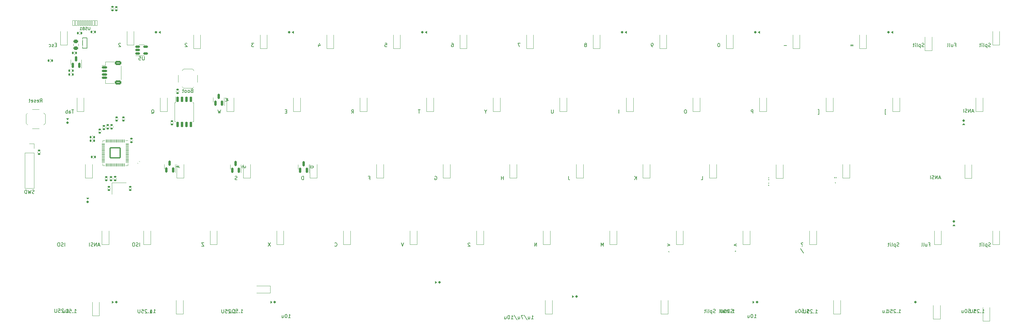
<source format=gbo>
%TF.GenerationSoftware,KiCad,Pcbnew,7.0.9-7.0.9~ubuntu22.04.1*%
%TF.CreationDate,2023-11-09T12:16:25-08:00*%
%TF.ProjectId,SST60,53535436-302e-46b6-9963-61645f706362,0.1*%
%TF.SameCoordinates,Original*%
%TF.FileFunction,Legend,Bot*%
%TF.FilePolarity,Positive*%
%FSLAX46Y46*%
G04 Gerber Fmt 4.6, Leading zero omitted, Abs format (unit mm)*
G04 Created by KiCad (PCBNEW 7.0.9-7.0.9~ubuntu22.04.1) date 2023-11-09 12:16:25*
%MOMM*%
%LPD*%
G01*
G04 APERTURE LIST*
G04 Aperture macros list*
%AMRoundRect*
0 Rectangle with rounded corners*
0 $1 Rounding radius*
0 $2 $3 $4 $5 $6 $7 $8 $9 X,Y pos of 4 corners*
0 Add a 4 corners polygon primitive as box body*
4,1,4,$2,$3,$4,$5,$6,$7,$8,$9,$2,$3,0*
0 Add four circle primitives for the rounded corners*
1,1,$1+$1,$2,$3*
1,1,$1+$1,$4,$5*
1,1,$1+$1,$6,$7*
1,1,$1+$1,$8,$9*
0 Add four rect primitives between the rounded corners*
20,1,$1+$1,$2,$3,$4,$5,0*
20,1,$1+$1,$4,$5,$6,$7,0*
20,1,$1+$1,$6,$7,$8,$9,0*
20,1,$1+$1,$8,$9,$2,$3,0*%
%AMHorizOval*
0 Thick line with rounded ends*
0 $1 width*
0 $2 $3 position (X,Y) of the first rounded end (center of the circle)*
0 $4 $5 position (X,Y) of the second rounded end (center of the circle)*
0 Add line between two ends*
20,1,$1,$2,$3,$4,$5,0*
0 Add two circle primitives to create the rounded ends*
1,1,$1,$2,$3*
1,1,$1,$4,$5*%
G04 Aperture macros list end*
%ADD10C,0.150000*%
%ADD11C,0.120000*%
%ADD12C,0.100000*%
%ADD13C,1.750000*%
%ADD14C,3.987800*%
%ADD15HorizOval,2.250000X0.655008X0.729993X-0.655008X-0.729993X0*%
%ADD16C,2.250000*%
%ADD17HorizOval,2.250000X0.020004X0.290000X-0.020004X-0.290000X0*%
%ADD18HorizOval,2.250000X0.655001X0.730000X-0.655001X-0.730000X0*%
%ADD19HorizOval,2.250000X0.020000X0.290000X-0.020000X-0.290000X0*%
%ADD20C,4.000000*%
%ADD21C,3.050000*%
%ADD22C,1.700000*%
%ADD23C,2.200000*%
%ADD24C,1.000000*%
%ADD25C,7.001300*%
%ADD26C,7.000240*%
%ADD27C,3.048000*%
%ADD28C,1.905000*%
%ADD29R,1.905000X1.905000*%
%ADD30R,0.700000X1.000000*%
%ADD31R,0.700000X0.600000*%
%ADD32R,1.000000X1.700000*%
%ADD33R,1.200000X0.900000*%
%ADD34RoundRect,0.140000X-0.170000X0.140000X-0.170000X-0.140000X0.170000X-0.140000X0.170000X0.140000X0*%
%ADD35RoundRect,0.175000X0.175000X0.175000X-0.175000X0.175000X-0.175000X-0.175000X0.175000X-0.175000X0*%
%ADD36R,0.700000X0.700000*%
%ADD37R,0.900000X1.200000*%
%ADD38RoundRect,0.175000X-0.175000X-0.175000X0.175000X-0.175000X0.175000X0.175000X-0.175000X0.175000X0*%
%ADD39RoundRect,0.140000X0.170000X-0.140000X0.170000X0.140000X-0.170000X0.140000X-0.170000X-0.140000X0*%
%ADD40RoundRect,0.140000X0.140000X0.170000X-0.140000X0.170000X-0.140000X-0.170000X0.140000X-0.170000X0*%
%ADD41RoundRect,0.150000X0.150000X-0.587500X0.150000X0.587500X-0.150000X0.587500X-0.150000X-0.587500X0*%
%ADD42RoundRect,0.175000X-0.175000X0.175000X-0.175000X-0.175000X0.175000X-0.175000X0.175000X0.175000X0*%
%ADD43RoundRect,0.135000X0.185000X-0.135000X0.185000X0.135000X-0.185000X0.135000X-0.185000X-0.135000X0*%
%ADD44RoundRect,0.135000X0.135000X0.185000X-0.135000X0.185000X-0.135000X-0.185000X0.135000X-0.185000X0*%
%ADD45C,0.750000*%
%ADD46RoundRect,0.050000X-0.300000X-0.725000X0.300000X-0.725000X0.300000X0.725000X-0.300000X0.725000X0*%
%ADD47RoundRect,0.050000X-0.150000X-0.725000X0.150000X-0.725000X0.150000X0.725000X-0.150000X0.725000X0*%
%ADD48O,1.100000X1.700000*%
%ADD49O,1.100000X2.200000*%
%ADD50RoundRect,0.050000X0.387500X0.050000X-0.387500X0.050000X-0.387500X-0.050000X0.387500X-0.050000X0*%
%ADD51RoundRect,0.050000X0.050000X0.387500X-0.050000X0.387500X-0.050000X-0.387500X0.050000X-0.387500X0*%
%ADD52RoundRect,0.144000X1.456000X1.456000X-1.456000X1.456000X-1.456000X-1.456000X1.456000X-1.456000X0*%
%ADD53R,1.700000X1.700000*%
%ADD54O,1.700000X1.700000*%
%ADD55RoundRect,0.135000X-0.185000X0.135000X-0.185000X-0.135000X0.185000X-0.135000X0.185000X0.135000X0*%
%ADD56R,1.700000X1.000000*%
%ADD57RoundRect,0.150000X-0.625000X0.150000X-0.625000X-0.150000X0.625000X-0.150000X0.625000X0.150000X0*%
%ADD58RoundRect,0.250000X-0.650000X0.350000X-0.650000X-0.350000X0.650000X-0.350000X0.650000X0.350000X0*%
%ADD59RoundRect,0.135000X-0.135000X-0.185000X0.135000X-0.185000X0.135000X0.185000X-0.135000X0.185000X0*%
%ADD60RoundRect,0.175000X0.175000X-0.175000X0.175000X0.175000X-0.175000X0.175000X-0.175000X-0.175000X0*%
%ADD61R,1.400000X1.200000*%
%ADD62RoundRect,0.150000X-0.512500X-0.150000X0.512500X-0.150000X0.512500X0.150000X-0.512500X0.150000X0*%
%ADD63RoundRect,0.150000X-0.150000X0.650000X-0.150000X-0.650000X0.150000X-0.650000X0.150000X0.650000X0*%
%ADD64RoundRect,0.243750X-0.456250X0.243750X-0.456250X-0.243750X0.456250X-0.243750X0.456250X0.243750X0*%
%ADD65RoundRect,0.140000X-0.219203X-0.021213X-0.021213X-0.219203X0.219203X0.021213X0.021213X0.219203X0*%
G04 APERTURE END LIST*
D10*
X241892857Y-130454819D02*
X242464285Y-130454819D01*
X242178571Y-130454819D02*
X242178571Y-129454819D01*
X242178571Y-129454819D02*
X242273809Y-129597676D01*
X242273809Y-129597676D02*
X242369047Y-129692914D01*
X242369047Y-129692914D02*
X242464285Y-129740533D01*
X241273809Y-129454819D02*
X241178571Y-129454819D01*
X241178571Y-129454819D02*
X241083333Y-129502438D01*
X241083333Y-129502438D02*
X241035714Y-129550057D01*
X241035714Y-129550057D02*
X240988095Y-129645295D01*
X240988095Y-129645295D02*
X240940476Y-129835771D01*
X240940476Y-129835771D02*
X240940476Y-130073866D01*
X240940476Y-130073866D02*
X240988095Y-130264342D01*
X240988095Y-130264342D02*
X241035714Y-130359580D01*
X241035714Y-130359580D02*
X241083333Y-130407200D01*
X241083333Y-130407200D02*
X241178571Y-130454819D01*
X241178571Y-130454819D02*
X241273809Y-130454819D01*
X241273809Y-130454819D02*
X241369047Y-130407200D01*
X241369047Y-130407200D02*
X241416666Y-130359580D01*
X241416666Y-130359580D02*
X241464285Y-130264342D01*
X241464285Y-130264342D02*
X241511904Y-130073866D01*
X241511904Y-130073866D02*
X241511904Y-129835771D01*
X241511904Y-129835771D02*
X241464285Y-129645295D01*
X241464285Y-129645295D02*
X241416666Y-129550057D01*
X241416666Y-129550057D02*
X241369047Y-129502438D01*
X241369047Y-129502438D02*
X241273809Y-129454819D01*
X240083333Y-129788152D02*
X240083333Y-130454819D01*
X240511904Y-129788152D02*
X240511904Y-130311961D01*
X240511904Y-130311961D02*
X240464285Y-130407200D01*
X240464285Y-130407200D02*
X240369047Y-130454819D01*
X240369047Y-130454819D02*
X240226190Y-130454819D01*
X240226190Y-130454819D02*
X240130952Y-130407200D01*
X240130952Y-130407200D02*
X240083333Y-130359580D01*
X108642857Y-130454819D02*
X109214285Y-130454819D01*
X108928571Y-130454819D02*
X108928571Y-129454819D01*
X108928571Y-129454819D02*
X109023809Y-129597676D01*
X109023809Y-129597676D02*
X109119047Y-129692914D01*
X109119047Y-129692914D02*
X109214285Y-129740533D01*
X108023809Y-129454819D02*
X107928571Y-129454819D01*
X107928571Y-129454819D02*
X107833333Y-129502438D01*
X107833333Y-129502438D02*
X107785714Y-129550057D01*
X107785714Y-129550057D02*
X107738095Y-129645295D01*
X107738095Y-129645295D02*
X107690476Y-129835771D01*
X107690476Y-129835771D02*
X107690476Y-130073866D01*
X107690476Y-130073866D02*
X107738095Y-130264342D01*
X107738095Y-130264342D02*
X107785714Y-130359580D01*
X107785714Y-130359580D02*
X107833333Y-130407200D01*
X107833333Y-130407200D02*
X107928571Y-130454819D01*
X107928571Y-130454819D02*
X108023809Y-130454819D01*
X108023809Y-130454819D02*
X108119047Y-130407200D01*
X108119047Y-130407200D02*
X108166666Y-130359580D01*
X108166666Y-130359580D02*
X108214285Y-130264342D01*
X108214285Y-130264342D02*
X108261904Y-130073866D01*
X108261904Y-130073866D02*
X108261904Y-129835771D01*
X108261904Y-129835771D02*
X108214285Y-129645295D01*
X108214285Y-129645295D02*
X108166666Y-129550057D01*
X108166666Y-129550057D02*
X108119047Y-129502438D01*
X108119047Y-129502438D02*
X108023809Y-129454819D01*
X106833333Y-129788152D02*
X106833333Y-130454819D01*
X107261904Y-129788152D02*
X107261904Y-130311961D01*
X107261904Y-130311961D02*
X107214285Y-130407200D01*
X107214285Y-130407200D02*
X107119047Y-130454819D01*
X107119047Y-130454819D02*
X106976190Y-130454819D01*
X106976190Y-130454819D02*
X106880952Y-130407200D01*
X106880952Y-130407200D02*
X106833333Y-130359580D01*
X307128571Y-129059819D02*
X307699999Y-129059819D01*
X307414285Y-129059819D02*
X307414285Y-128059819D01*
X307414285Y-128059819D02*
X307509523Y-128202676D01*
X307509523Y-128202676D02*
X307604761Y-128297914D01*
X307604761Y-128297914D02*
X307699999Y-128345533D01*
X306699999Y-128964580D02*
X306652380Y-129012200D01*
X306652380Y-129012200D02*
X306699999Y-129059819D01*
X306699999Y-129059819D02*
X306747618Y-129012200D01*
X306747618Y-129012200D02*
X306699999Y-128964580D01*
X306699999Y-128964580D02*
X306699999Y-129059819D01*
X306271428Y-128155057D02*
X306223809Y-128107438D01*
X306223809Y-128107438D02*
X306128571Y-128059819D01*
X306128571Y-128059819D02*
X305890476Y-128059819D01*
X305890476Y-128059819D02*
X305795238Y-128107438D01*
X305795238Y-128107438D02*
X305747619Y-128155057D01*
X305747619Y-128155057D02*
X305700000Y-128250295D01*
X305700000Y-128250295D02*
X305700000Y-128345533D01*
X305700000Y-128345533D02*
X305747619Y-128488390D01*
X305747619Y-128488390D02*
X306319047Y-129059819D01*
X306319047Y-129059819D02*
X305700000Y-129059819D01*
X304795238Y-128059819D02*
X305271428Y-128059819D01*
X305271428Y-128059819D02*
X305319047Y-128536009D01*
X305319047Y-128536009D02*
X305271428Y-128488390D01*
X305271428Y-128488390D02*
X305176190Y-128440771D01*
X305176190Y-128440771D02*
X304938095Y-128440771D01*
X304938095Y-128440771D02*
X304842857Y-128488390D01*
X304842857Y-128488390D02*
X304795238Y-128536009D01*
X304795238Y-128536009D02*
X304747619Y-128631247D01*
X304747619Y-128631247D02*
X304747619Y-128869342D01*
X304747619Y-128869342D02*
X304795238Y-128964580D01*
X304795238Y-128964580D02*
X304842857Y-129012200D01*
X304842857Y-129012200D02*
X304938095Y-129059819D01*
X304938095Y-129059819D02*
X305176190Y-129059819D01*
X305176190Y-129059819D02*
X305271428Y-129012200D01*
X305271428Y-129012200D02*
X305319047Y-128964580D01*
X304319047Y-128059819D02*
X304319047Y-128869342D01*
X304319047Y-128869342D02*
X304271428Y-128964580D01*
X304271428Y-128964580D02*
X304223809Y-129012200D01*
X304223809Y-129012200D02*
X304128571Y-129059819D01*
X304128571Y-129059819D02*
X303938095Y-129059819D01*
X303938095Y-129059819D02*
X303842857Y-129012200D01*
X303842857Y-129012200D02*
X303795238Y-128964580D01*
X303795238Y-128964580D02*
X303747619Y-128869342D01*
X303747619Y-128869342D02*
X303747619Y-128059819D01*
X283228571Y-129059819D02*
X283799999Y-129059819D01*
X283514285Y-129059819D02*
X283514285Y-128059819D01*
X283514285Y-128059819D02*
X283609523Y-128202676D01*
X283609523Y-128202676D02*
X283704761Y-128297914D01*
X283704761Y-128297914D02*
X283799999Y-128345533D01*
X282799999Y-128964580D02*
X282752380Y-129012200D01*
X282752380Y-129012200D02*
X282799999Y-129059819D01*
X282799999Y-129059819D02*
X282847618Y-129012200D01*
X282847618Y-129012200D02*
X282799999Y-128964580D01*
X282799999Y-128964580D02*
X282799999Y-129059819D01*
X282371428Y-128155057D02*
X282323809Y-128107438D01*
X282323809Y-128107438D02*
X282228571Y-128059819D01*
X282228571Y-128059819D02*
X281990476Y-128059819D01*
X281990476Y-128059819D02*
X281895238Y-128107438D01*
X281895238Y-128107438D02*
X281847619Y-128155057D01*
X281847619Y-128155057D02*
X281800000Y-128250295D01*
X281800000Y-128250295D02*
X281800000Y-128345533D01*
X281800000Y-128345533D02*
X281847619Y-128488390D01*
X281847619Y-128488390D02*
X282419047Y-129059819D01*
X282419047Y-129059819D02*
X281800000Y-129059819D01*
X280895238Y-128059819D02*
X281371428Y-128059819D01*
X281371428Y-128059819D02*
X281419047Y-128536009D01*
X281419047Y-128536009D02*
X281371428Y-128488390D01*
X281371428Y-128488390D02*
X281276190Y-128440771D01*
X281276190Y-128440771D02*
X281038095Y-128440771D01*
X281038095Y-128440771D02*
X280942857Y-128488390D01*
X280942857Y-128488390D02*
X280895238Y-128536009D01*
X280895238Y-128536009D02*
X280847619Y-128631247D01*
X280847619Y-128631247D02*
X280847619Y-128869342D01*
X280847619Y-128869342D02*
X280895238Y-128964580D01*
X280895238Y-128964580D02*
X280942857Y-129012200D01*
X280942857Y-129012200D02*
X281038095Y-129059819D01*
X281038095Y-129059819D02*
X281276190Y-129059819D01*
X281276190Y-129059819D02*
X281371428Y-129012200D01*
X281371428Y-129012200D02*
X281419047Y-128964580D01*
X280419047Y-128059819D02*
X280419047Y-128869342D01*
X280419047Y-128869342D02*
X280371428Y-128964580D01*
X280371428Y-128964580D02*
X280323809Y-129012200D01*
X280323809Y-129012200D02*
X280228571Y-129059819D01*
X280228571Y-129059819D02*
X280038095Y-129059819D01*
X280038095Y-129059819D02*
X279942857Y-129012200D01*
X279942857Y-129012200D02*
X279895238Y-128964580D01*
X279895238Y-128964580D02*
X279847619Y-128869342D01*
X279847619Y-128869342D02*
X279847619Y-128059819D01*
X259388571Y-129119819D02*
X259959999Y-129119819D01*
X259674285Y-129119819D02*
X259674285Y-128119819D01*
X259674285Y-128119819D02*
X259769523Y-128262676D01*
X259769523Y-128262676D02*
X259864761Y-128357914D01*
X259864761Y-128357914D02*
X259959999Y-128405533D01*
X258959999Y-129024580D02*
X258912380Y-129072200D01*
X258912380Y-129072200D02*
X258959999Y-129119819D01*
X258959999Y-129119819D02*
X259007618Y-129072200D01*
X259007618Y-129072200D02*
X258959999Y-129024580D01*
X258959999Y-129024580D02*
X258959999Y-129119819D01*
X258531428Y-128215057D02*
X258483809Y-128167438D01*
X258483809Y-128167438D02*
X258388571Y-128119819D01*
X258388571Y-128119819D02*
X258150476Y-128119819D01*
X258150476Y-128119819D02*
X258055238Y-128167438D01*
X258055238Y-128167438D02*
X258007619Y-128215057D01*
X258007619Y-128215057D02*
X257960000Y-128310295D01*
X257960000Y-128310295D02*
X257960000Y-128405533D01*
X257960000Y-128405533D02*
X258007619Y-128548390D01*
X258007619Y-128548390D02*
X258579047Y-129119819D01*
X258579047Y-129119819D02*
X257960000Y-129119819D01*
X257055238Y-128119819D02*
X257531428Y-128119819D01*
X257531428Y-128119819D02*
X257579047Y-128596009D01*
X257579047Y-128596009D02*
X257531428Y-128548390D01*
X257531428Y-128548390D02*
X257436190Y-128500771D01*
X257436190Y-128500771D02*
X257198095Y-128500771D01*
X257198095Y-128500771D02*
X257102857Y-128548390D01*
X257102857Y-128548390D02*
X257055238Y-128596009D01*
X257055238Y-128596009D02*
X257007619Y-128691247D01*
X257007619Y-128691247D02*
X257007619Y-128929342D01*
X257007619Y-128929342D02*
X257055238Y-129024580D01*
X257055238Y-129024580D02*
X257102857Y-129072200D01*
X257102857Y-129072200D02*
X257198095Y-129119819D01*
X257198095Y-129119819D02*
X257436190Y-129119819D01*
X257436190Y-129119819D02*
X257531428Y-129072200D01*
X257531428Y-129072200D02*
X257579047Y-129024580D01*
X256579047Y-128119819D02*
X256579047Y-128929342D01*
X256579047Y-128929342D02*
X256531428Y-129024580D01*
X256531428Y-129024580D02*
X256483809Y-129072200D01*
X256483809Y-129072200D02*
X256388571Y-129119819D01*
X256388571Y-129119819D02*
X256198095Y-129119819D01*
X256198095Y-129119819D02*
X256102857Y-129072200D01*
X256102857Y-129072200D02*
X256055238Y-129024580D01*
X256055238Y-129024580D02*
X256007619Y-128929342D01*
X256007619Y-128929342D02*
X256007619Y-128119819D01*
X235668571Y-129059819D02*
X236239999Y-129059819D01*
X235954285Y-129059819D02*
X235954285Y-128059819D01*
X235954285Y-128059819D02*
X236049523Y-128202676D01*
X236049523Y-128202676D02*
X236144761Y-128297914D01*
X236144761Y-128297914D02*
X236239999Y-128345533D01*
X235239999Y-128964580D02*
X235192380Y-129012200D01*
X235192380Y-129012200D02*
X235239999Y-129059819D01*
X235239999Y-129059819D02*
X235287618Y-129012200D01*
X235287618Y-129012200D02*
X235239999Y-128964580D01*
X235239999Y-128964580D02*
X235239999Y-129059819D01*
X234811428Y-128155057D02*
X234763809Y-128107438D01*
X234763809Y-128107438D02*
X234668571Y-128059819D01*
X234668571Y-128059819D02*
X234430476Y-128059819D01*
X234430476Y-128059819D02*
X234335238Y-128107438D01*
X234335238Y-128107438D02*
X234287619Y-128155057D01*
X234287619Y-128155057D02*
X234240000Y-128250295D01*
X234240000Y-128250295D02*
X234240000Y-128345533D01*
X234240000Y-128345533D02*
X234287619Y-128488390D01*
X234287619Y-128488390D02*
X234859047Y-129059819D01*
X234859047Y-129059819D02*
X234240000Y-129059819D01*
X233335238Y-128059819D02*
X233811428Y-128059819D01*
X233811428Y-128059819D02*
X233859047Y-128536009D01*
X233859047Y-128536009D02*
X233811428Y-128488390D01*
X233811428Y-128488390D02*
X233716190Y-128440771D01*
X233716190Y-128440771D02*
X233478095Y-128440771D01*
X233478095Y-128440771D02*
X233382857Y-128488390D01*
X233382857Y-128488390D02*
X233335238Y-128536009D01*
X233335238Y-128536009D02*
X233287619Y-128631247D01*
X233287619Y-128631247D02*
X233287619Y-128869342D01*
X233287619Y-128869342D02*
X233335238Y-128964580D01*
X233335238Y-128964580D02*
X233382857Y-129012200D01*
X233382857Y-129012200D02*
X233478095Y-129059819D01*
X233478095Y-129059819D02*
X233716190Y-129059819D01*
X233716190Y-129059819D02*
X233811428Y-129012200D01*
X233811428Y-129012200D02*
X233859047Y-128964580D01*
X232859047Y-128059819D02*
X232859047Y-128869342D01*
X232859047Y-128869342D02*
X232811428Y-128964580D01*
X232811428Y-128964580D02*
X232763809Y-129012200D01*
X232763809Y-129012200D02*
X232668571Y-129059819D01*
X232668571Y-129059819D02*
X232478095Y-129059819D01*
X232478095Y-129059819D02*
X232382857Y-129012200D01*
X232382857Y-129012200D02*
X232335238Y-128964580D01*
X232335238Y-128964580D02*
X232287619Y-128869342D01*
X232287619Y-128869342D02*
X232287619Y-128059819D01*
X235798809Y-128994700D02*
X235655952Y-129042319D01*
X235655952Y-129042319D02*
X235417857Y-129042319D01*
X235417857Y-129042319D02*
X235322619Y-128994700D01*
X235322619Y-128994700D02*
X235275000Y-128947080D01*
X235275000Y-128947080D02*
X235227381Y-128851842D01*
X235227381Y-128851842D02*
X235227381Y-128756604D01*
X235227381Y-128756604D02*
X235275000Y-128661366D01*
X235275000Y-128661366D02*
X235322619Y-128613747D01*
X235322619Y-128613747D02*
X235417857Y-128566128D01*
X235417857Y-128566128D02*
X235608333Y-128518509D01*
X235608333Y-128518509D02*
X235703571Y-128470890D01*
X235703571Y-128470890D02*
X235751190Y-128423271D01*
X235751190Y-128423271D02*
X235798809Y-128328033D01*
X235798809Y-128328033D02*
X235798809Y-128232795D01*
X235798809Y-128232795D02*
X235751190Y-128137557D01*
X235751190Y-128137557D02*
X235703571Y-128089938D01*
X235703571Y-128089938D02*
X235608333Y-128042319D01*
X235608333Y-128042319D02*
X235370238Y-128042319D01*
X235370238Y-128042319D02*
X235227381Y-128089938D01*
X234798809Y-129042319D02*
X234798809Y-128375652D01*
X234798809Y-128470890D02*
X234751190Y-128423271D01*
X234751190Y-128423271D02*
X234655952Y-128375652D01*
X234655952Y-128375652D02*
X234513095Y-128375652D01*
X234513095Y-128375652D02*
X234417857Y-128423271D01*
X234417857Y-128423271D02*
X234370238Y-128518509D01*
X234370238Y-128518509D02*
X234370238Y-129042319D01*
X234370238Y-128518509D02*
X234322619Y-128423271D01*
X234322619Y-128423271D02*
X234227381Y-128375652D01*
X234227381Y-128375652D02*
X234084524Y-128375652D01*
X234084524Y-128375652D02*
X233989285Y-128423271D01*
X233989285Y-128423271D02*
X233941666Y-128518509D01*
X233941666Y-128518509D02*
X233941666Y-129042319D01*
X233036905Y-129042319D02*
X233036905Y-128518509D01*
X233036905Y-128518509D02*
X233084524Y-128423271D01*
X233084524Y-128423271D02*
X233179762Y-128375652D01*
X233179762Y-128375652D02*
X233370238Y-128375652D01*
X233370238Y-128375652D02*
X233465476Y-128423271D01*
X233036905Y-128994700D02*
X233132143Y-129042319D01*
X233132143Y-129042319D02*
X233370238Y-129042319D01*
X233370238Y-129042319D02*
X233465476Y-128994700D01*
X233465476Y-128994700D02*
X233513095Y-128899461D01*
X233513095Y-128899461D02*
X233513095Y-128804223D01*
X233513095Y-128804223D02*
X233465476Y-128708985D01*
X233465476Y-128708985D02*
X233370238Y-128661366D01*
X233370238Y-128661366D02*
X233132143Y-128661366D01*
X233132143Y-128661366D02*
X233036905Y-128613747D01*
X232417857Y-129042319D02*
X232513095Y-128994700D01*
X232513095Y-128994700D02*
X232560714Y-128899461D01*
X232560714Y-128899461D02*
X232560714Y-128042319D01*
X231894047Y-129042319D02*
X231989285Y-128994700D01*
X231989285Y-128994700D02*
X232036904Y-128899461D01*
X232036904Y-128899461D02*
X232036904Y-128042319D01*
X230798808Y-128994700D02*
X230655951Y-129042319D01*
X230655951Y-129042319D02*
X230417856Y-129042319D01*
X230417856Y-129042319D02*
X230322618Y-128994700D01*
X230322618Y-128994700D02*
X230274999Y-128947080D01*
X230274999Y-128947080D02*
X230227380Y-128851842D01*
X230227380Y-128851842D02*
X230227380Y-128756604D01*
X230227380Y-128756604D02*
X230274999Y-128661366D01*
X230274999Y-128661366D02*
X230322618Y-128613747D01*
X230322618Y-128613747D02*
X230417856Y-128566128D01*
X230417856Y-128566128D02*
X230608332Y-128518509D01*
X230608332Y-128518509D02*
X230703570Y-128470890D01*
X230703570Y-128470890D02*
X230751189Y-128423271D01*
X230751189Y-128423271D02*
X230798808Y-128328033D01*
X230798808Y-128328033D02*
X230798808Y-128232795D01*
X230798808Y-128232795D02*
X230751189Y-128137557D01*
X230751189Y-128137557D02*
X230703570Y-128089938D01*
X230703570Y-128089938D02*
X230608332Y-128042319D01*
X230608332Y-128042319D02*
X230370237Y-128042319D01*
X230370237Y-128042319D02*
X230227380Y-128089938D01*
X229798808Y-128375652D02*
X229798808Y-129375652D01*
X229798808Y-128423271D02*
X229703570Y-128375652D01*
X229703570Y-128375652D02*
X229513094Y-128375652D01*
X229513094Y-128375652D02*
X229417856Y-128423271D01*
X229417856Y-128423271D02*
X229370237Y-128470890D01*
X229370237Y-128470890D02*
X229322618Y-128566128D01*
X229322618Y-128566128D02*
X229322618Y-128851842D01*
X229322618Y-128851842D02*
X229370237Y-128947080D01*
X229370237Y-128947080D02*
X229417856Y-128994700D01*
X229417856Y-128994700D02*
X229513094Y-129042319D01*
X229513094Y-129042319D02*
X229703570Y-129042319D01*
X229703570Y-129042319D02*
X229798808Y-128994700D01*
X228751189Y-129042319D02*
X228846427Y-128994700D01*
X228846427Y-128994700D02*
X228894046Y-128899461D01*
X228894046Y-128899461D02*
X228894046Y-128042319D01*
X228370236Y-129042319D02*
X228370236Y-128375652D01*
X228370236Y-128042319D02*
X228417855Y-128089938D01*
X228417855Y-128089938D02*
X228370236Y-128137557D01*
X228370236Y-128137557D02*
X228322617Y-128089938D01*
X228322617Y-128089938D02*
X228370236Y-128042319D01*
X228370236Y-128042319D02*
X228370236Y-128137557D01*
X228036903Y-128375652D02*
X227655951Y-128375652D01*
X227894046Y-128042319D02*
X227894046Y-128899461D01*
X227894046Y-128899461D02*
X227846427Y-128994700D01*
X227846427Y-128994700D02*
X227751189Y-129042319D01*
X227751189Y-129042319D02*
X227655951Y-129042319D01*
X179673213Y-109992319D02*
X179673213Y-108992319D01*
X179673213Y-108992319D02*
X179101785Y-109992319D01*
X179101785Y-109992319D02*
X179101785Y-108992319D01*
X92938571Y-129079819D02*
X93509999Y-129079819D01*
X93224285Y-129079819D02*
X93224285Y-128079819D01*
X93224285Y-128079819D02*
X93319523Y-128222676D01*
X93319523Y-128222676D02*
X93414761Y-128317914D01*
X93414761Y-128317914D02*
X93509999Y-128365533D01*
X92509999Y-128984580D02*
X92462380Y-129032200D01*
X92462380Y-129032200D02*
X92509999Y-129079819D01*
X92509999Y-129079819D02*
X92557618Y-129032200D01*
X92557618Y-129032200D02*
X92509999Y-128984580D01*
X92509999Y-128984580D02*
X92509999Y-129079819D01*
X92081428Y-128175057D02*
X92033809Y-128127438D01*
X92033809Y-128127438D02*
X91938571Y-128079819D01*
X91938571Y-128079819D02*
X91700476Y-128079819D01*
X91700476Y-128079819D02*
X91605238Y-128127438D01*
X91605238Y-128127438D02*
X91557619Y-128175057D01*
X91557619Y-128175057D02*
X91510000Y-128270295D01*
X91510000Y-128270295D02*
X91510000Y-128365533D01*
X91510000Y-128365533D02*
X91557619Y-128508390D01*
X91557619Y-128508390D02*
X92129047Y-129079819D01*
X92129047Y-129079819D02*
X91510000Y-129079819D01*
X90605238Y-128079819D02*
X91081428Y-128079819D01*
X91081428Y-128079819D02*
X91129047Y-128556009D01*
X91129047Y-128556009D02*
X91081428Y-128508390D01*
X91081428Y-128508390D02*
X90986190Y-128460771D01*
X90986190Y-128460771D02*
X90748095Y-128460771D01*
X90748095Y-128460771D02*
X90652857Y-128508390D01*
X90652857Y-128508390D02*
X90605238Y-128556009D01*
X90605238Y-128556009D02*
X90557619Y-128651247D01*
X90557619Y-128651247D02*
X90557619Y-128889342D01*
X90557619Y-128889342D02*
X90605238Y-128984580D01*
X90605238Y-128984580D02*
X90652857Y-129032200D01*
X90652857Y-129032200D02*
X90748095Y-129079819D01*
X90748095Y-129079819D02*
X90986190Y-129079819D01*
X90986190Y-129079819D02*
X91081428Y-129032200D01*
X91081428Y-129032200D02*
X91129047Y-128984580D01*
X90129047Y-128079819D02*
X90129047Y-128889342D01*
X90129047Y-128889342D02*
X90081428Y-128984580D01*
X90081428Y-128984580D02*
X90033809Y-129032200D01*
X90033809Y-129032200D02*
X89938571Y-129079819D01*
X89938571Y-129079819D02*
X89748095Y-129079819D01*
X89748095Y-129079819D02*
X89652857Y-129032200D01*
X89652857Y-129032200D02*
X89605238Y-128984580D01*
X89605238Y-128984580D02*
X89557619Y-128889342D01*
X89557619Y-128889342D02*
X89557619Y-128079819D01*
X69018571Y-129079819D02*
X69589999Y-129079819D01*
X69304285Y-129079819D02*
X69304285Y-128079819D01*
X69304285Y-128079819D02*
X69399523Y-128222676D01*
X69399523Y-128222676D02*
X69494761Y-128317914D01*
X69494761Y-128317914D02*
X69589999Y-128365533D01*
X68589999Y-128984580D02*
X68542380Y-129032200D01*
X68542380Y-129032200D02*
X68589999Y-129079819D01*
X68589999Y-129079819D02*
X68637618Y-129032200D01*
X68637618Y-129032200D02*
X68589999Y-128984580D01*
X68589999Y-128984580D02*
X68589999Y-129079819D01*
X68161428Y-128175057D02*
X68113809Y-128127438D01*
X68113809Y-128127438D02*
X68018571Y-128079819D01*
X68018571Y-128079819D02*
X67780476Y-128079819D01*
X67780476Y-128079819D02*
X67685238Y-128127438D01*
X67685238Y-128127438D02*
X67637619Y-128175057D01*
X67637619Y-128175057D02*
X67590000Y-128270295D01*
X67590000Y-128270295D02*
X67590000Y-128365533D01*
X67590000Y-128365533D02*
X67637619Y-128508390D01*
X67637619Y-128508390D02*
X68209047Y-129079819D01*
X68209047Y-129079819D02*
X67590000Y-129079819D01*
X66685238Y-128079819D02*
X67161428Y-128079819D01*
X67161428Y-128079819D02*
X67209047Y-128556009D01*
X67209047Y-128556009D02*
X67161428Y-128508390D01*
X67161428Y-128508390D02*
X67066190Y-128460771D01*
X67066190Y-128460771D02*
X66828095Y-128460771D01*
X66828095Y-128460771D02*
X66732857Y-128508390D01*
X66732857Y-128508390D02*
X66685238Y-128556009D01*
X66685238Y-128556009D02*
X66637619Y-128651247D01*
X66637619Y-128651247D02*
X66637619Y-128889342D01*
X66637619Y-128889342D02*
X66685238Y-128984580D01*
X66685238Y-128984580D02*
X66732857Y-129032200D01*
X66732857Y-129032200D02*
X66828095Y-129079819D01*
X66828095Y-129079819D02*
X67066190Y-129079819D01*
X67066190Y-129079819D02*
X67161428Y-129032200D01*
X67161428Y-129032200D02*
X67209047Y-128984580D01*
X66209047Y-128079819D02*
X66209047Y-128889342D01*
X66209047Y-128889342D02*
X66161428Y-128984580D01*
X66161428Y-128984580D02*
X66113809Y-129032200D01*
X66113809Y-129032200D02*
X66018571Y-129079819D01*
X66018571Y-129079819D02*
X65828095Y-129079819D01*
X65828095Y-129079819D02*
X65732857Y-129032200D01*
X65732857Y-129032200D02*
X65685238Y-128984580D01*
X65685238Y-128984580D02*
X65637619Y-128889342D01*
X65637619Y-128889342D02*
X65637619Y-128079819D01*
X45178571Y-128959819D02*
X45749999Y-128959819D01*
X45464285Y-128959819D02*
X45464285Y-127959819D01*
X45464285Y-127959819D02*
X45559523Y-128102676D01*
X45559523Y-128102676D02*
X45654761Y-128197914D01*
X45654761Y-128197914D02*
X45749999Y-128245533D01*
X44749999Y-128864580D02*
X44702380Y-128912200D01*
X44702380Y-128912200D02*
X44749999Y-128959819D01*
X44749999Y-128959819D02*
X44797618Y-128912200D01*
X44797618Y-128912200D02*
X44749999Y-128864580D01*
X44749999Y-128864580D02*
X44749999Y-128959819D01*
X44321428Y-128055057D02*
X44273809Y-128007438D01*
X44273809Y-128007438D02*
X44178571Y-127959819D01*
X44178571Y-127959819D02*
X43940476Y-127959819D01*
X43940476Y-127959819D02*
X43845238Y-128007438D01*
X43845238Y-128007438D02*
X43797619Y-128055057D01*
X43797619Y-128055057D02*
X43750000Y-128150295D01*
X43750000Y-128150295D02*
X43750000Y-128245533D01*
X43750000Y-128245533D02*
X43797619Y-128388390D01*
X43797619Y-128388390D02*
X44369047Y-128959819D01*
X44369047Y-128959819D02*
X43750000Y-128959819D01*
X42845238Y-127959819D02*
X43321428Y-127959819D01*
X43321428Y-127959819D02*
X43369047Y-128436009D01*
X43369047Y-128436009D02*
X43321428Y-128388390D01*
X43321428Y-128388390D02*
X43226190Y-128340771D01*
X43226190Y-128340771D02*
X42988095Y-128340771D01*
X42988095Y-128340771D02*
X42892857Y-128388390D01*
X42892857Y-128388390D02*
X42845238Y-128436009D01*
X42845238Y-128436009D02*
X42797619Y-128531247D01*
X42797619Y-128531247D02*
X42797619Y-128769342D01*
X42797619Y-128769342D02*
X42845238Y-128864580D01*
X42845238Y-128864580D02*
X42892857Y-128912200D01*
X42892857Y-128912200D02*
X42988095Y-128959819D01*
X42988095Y-128959819D02*
X43226190Y-128959819D01*
X43226190Y-128959819D02*
X43321428Y-128912200D01*
X43321428Y-128912200D02*
X43369047Y-128864580D01*
X42369047Y-127959819D02*
X42369047Y-128769342D01*
X42369047Y-128769342D02*
X42321428Y-128864580D01*
X42321428Y-128864580D02*
X42273809Y-128912200D01*
X42273809Y-128912200D02*
X42178571Y-128959819D01*
X42178571Y-128959819D02*
X41988095Y-128959819D01*
X41988095Y-128959819D02*
X41892857Y-128912200D01*
X41892857Y-128912200D02*
X41845238Y-128864580D01*
X41845238Y-128864580D02*
X41797619Y-128769342D01*
X41797619Y-128769342D02*
X41797619Y-127959819D01*
X160605713Y-109105057D02*
X160558094Y-109057438D01*
X160558094Y-109057438D02*
X160462856Y-109009819D01*
X160462856Y-109009819D02*
X160224761Y-109009819D01*
X160224761Y-109009819D02*
X160129523Y-109057438D01*
X160129523Y-109057438D02*
X160081904Y-109105057D01*
X160081904Y-109105057D02*
X160034285Y-109200295D01*
X160034285Y-109200295D02*
X160034285Y-109295533D01*
X160034285Y-109295533D02*
X160081904Y-109438390D01*
X160081904Y-109438390D02*
X160653332Y-110009819D01*
X160653332Y-110009819D02*
X160034285Y-110009819D01*
X60635713Y-51915057D02*
X60588094Y-51867438D01*
X60588094Y-51867438D02*
X60492856Y-51819819D01*
X60492856Y-51819819D02*
X60254761Y-51819819D01*
X60254761Y-51819819D02*
X60159523Y-51867438D01*
X60159523Y-51867438D02*
X60111904Y-51915057D01*
X60111904Y-51915057D02*
X60064285Y-52010295D01*
X60064285Y-52010295D02*
X60064285Y-52105533D01*
X60064285Y-52105533D02*
X60111904Y-52248390D01*
X60111904Y-52248390D02*
X60683332Y-52819819D01*
X60683332Y-52819819D02*
X60064285Y-52819819D01*
X47394642Y-129042319D02*
X47966070Y-129042319D01*
X47680356Y-129042319D02*
X47680356Y-128042319D01*
X47680356Y-128042319D02*
X47775594Y-128185176D01*
X47775594Y-128185176D02*
X47870832Y-128280414D01*
X47870832Y-128280414D02*
X47966070Y-128328033D01*
X46966070Y-128947080D02*
X46918451Y-128994700D01*
X46918451Y-128994700D02*
X46966070Y-129042319D01*
X46966070Y-129042319D02*
X47013689Y-128994700D01*
X47013689Y-128994700D02*
X46966070Y-128947080D01*
X46966070Y-128947080D02*
X46966070Y-129042319D01*
X46013690Y-128042319D02*
X46489880Y-128042319D01*
X46489880Y-128042319D02*
X46537499Y-128518509D01*
X46537499Y-128518509D02*
X46489880Y-128470890D01*
X46489880Y-128470890D02*
X46394642Y-128423271D01*
X46394642Y-128423271D02*
X46156547Y-128423271D01*
X46156547Y-128423271D02*
X46061309Y-128470890D01*
X46061309Y-128470890D02*
X46013690Y-128518509D01*
X46013690Y-128518509D02*
X45966071Y-128613747D01*
X45966071Y-128613747D02*
X45966071Y-128851842D01*
X45966071Y-128851842D02*
X46013690Y-128947080D01*
X46013690Y-128947080D02*
X46061309Y-128994700D01*
X46061309Y-128994700D02*
X46156547Y-129042319D01*
X46156547Y-129042319D02*
X46394642Y-129042319D01*
X46394642Y-129042319D02*
X46489880Y-128994700D01*
X46489880Y-128994700D02*
X46537499Y-128947080D01*
X45347023Y-128042319D02*
X45251785Y-128042319D01*
X45251785Y-128042319D02*
X45156547Y-128089938D01*
X45156547Y-128089938D02*
X45108928Y-128137557D01*
X45108928Y-128137557D02*
X45061309Y-128232795D01*
X45061309Y-128232795D02*
X45013690Y-128423271D01*
X45013690Y-128423271D02*
X45013690Y-128661366D01*
X45013690Y-128661366D02*
X45061309Y-128851842D01*
X45061309Y-128851842D02*
X45108928Y-128947080D01*
X45108928Y-128947080D02*
X45156547Y-128994700D01*
X45156547Y-128994700D02*
X45251785Y-129042319D01*
X45251785Y-129042319D02*
X45347023Y-129042319D01*
X45347023Y-129042319D02*
X45442261Y-128994700D01*
X45442261Y-128994700D02*
X45489880Y-128947080D01*
X45489880Y-128947080D02*
X45537499Y-128851842D01*
X45537499Y-128851842D02*
X45585118Y-128661366D01*
X45585118Y-128661366D02*
X45585118Y-128423271D01*
X45585118Y-128423271D02*
X45537499Y-128232795D01*
X45537499Y-128232795D02*
X45489880Y-128137557D01*
X45489880Y-128137557D02*
X45442261Y-128089938D01*
X45442261Y-128089938D02*
X45347023Y-128042319D01*
X44156547Y-128375652D02*
X44156547Y-129042319D01*
X44585118Y-128375652D02*
X44585118Y-128899461D01*
X44585118Y-128899461D02*
X44537499Y-128994700D01*
X44537499Y-128994700D02*
X44442261Y-129042319D01*
X44442261Y-129042319D02*
X44299404Y-129042319D01*
X44299404Y-129042319D02*
X44204166Y-128994700D01*
X44204166Y-128994700D02*
X44156547Y-128947080D01*
X146335713Y-70892319D02*
X145764285Y-70892319D01*
X146049999Y-71892319D02*
X146049999Y-70892319D01*
X47227975Y-70892319D02*
X46656547Y-70892319D01*
X46942261Y-71892319D02*
X46942261Y-70892319D01*
X45894642Y-71892319D02*
X45894642Y-71368509D01*
X45894642Y-71368509D02*
X45942261Y-71273271D01*
X45942261Y-71273271D02*
X46037499Y-71225652D01*
X46037499Y-71225652D02*
X46227975Y-71225652D01*
X46227975Y-71225652D02*
X46323213Y-71273271D01*
X45894642Y-71844700D02*
X45989880Y-71892319D01*
X45989880Y-71892319D02*
X46227975Y-71892319D01*
X46227975Y-71892319D02*
X46323213Y-71844700D01*
X46323213Y-71844700D02*
X46370832Y-71749461D01*
X46370832Y-71749461D02*
X46370832Y-71654223D01*
X46370832Y-71654223D02*
X46323213Y-71558985D01*
X46323213Y-71558985D02*
X46227975Y-71511366D01*
X46227975Y-71511366D02*
X45989880Y-71511366D01*
X45989880Y-71511366D02*
X45894642Y-71463747D01*
X45418451Y-71892319D02*
X45418451Y-70892319D01*
X45418451Y-71273271D02*
X45323213Y-71225652D01*
X45323213Y-71225652D02*
X45132737Y-71225652D01*
X45132737Y-71225652D02*
X45037499Y-71273271D01*
X45037499Y-71273271D02*
X44989880Y-71320890D01*
X44989880Y-71320890D02*
X44942261Y-71416128D01*
X44942261Y-71416128D02*
X44942261Y-71701842D01*
X44942261Y-71701842D02*
X44989880Y-71797080D01*
X44989880Y-71797080D02*
X45037499Y-71844700D01*
X45037499Y-71844700D02*
X45132737Y-71892319D01*
X45132737Y-71892319D02*
X45323213Y-71892319D01*
X45323213Y-71892319D02*
X45418451Y-71844700D01*
X260159523Y-72225652D02*
X260397618Y-72225652D01*
X260397618Y-72225652D02*
X260397618Y-70797080D01*
X260397618Y-70797080D02*
X260159523Y-70797080D01*
X256944642Y-129042319D02*
X257516070Y-129042319D01*
X257230356Y-129042319D02*
X257230356Y-128042319D01*
X257230356Y-128042319D02*
X257325594Y-128185176D01*
X257325594Y-128185176D02*
X257420832Y-128280414D01*
X257420832Y-128280414D02*
X257516070Y-128328033D01*
X256516070Y-128947080D02*
X256468451Y-128994700D01*
X256468451Y-128994700D02*
X256516070Y-129042319D01*
X256516070Y-129042319D02*
X256563689Y-128994700D01*
X256563689Y-128994700D02*
X256516070Y-128947080D01*
X256516070Y-128947080D02*
X256516070Y-129042319D01*
X255563690Y-128042319D02*
X256039880Y-128042319D01*
X256039880Y-128042319D02*
X256087499Y-128518509D01*
X256087499Y-128518509D02*
X256039880Y-128470890D01*
X256039880Y-128470890D02*
X255944642Y-128423271D01*
X255944642Y-128423271D02*
X255706547Y-128423271D01*
X255706547Y-128423271D02*
X255611309Y-128470890D01*
X255611309Y-128470890D02*
X255563690Y-128518509D01*
X255563690Y-128518509D02*
X255516071Y-128613747D01*
X255516071Y-128613747D02*
X255516071Y-128851842D01*
X255516071Y-128851842D02*
X255563690Y-128947080D01*
X255563690Y-128947080D02*
X255611309Y-128994700D01*
X255611309Y-128994700D02*
X255706547Y-129042319D01*
X255706547Y-129042319D02*
X255944642Y-129042319D01*
X255944642Y-129042319D02*
X256039880Y-128994700D01*
X256039880Y-128994700D02*
X256087499Y-128947080D01*
X254897023Y-128042319D02*
X254801785Y-128042319D01*
X254801785Y-128042319D02*
X254706547Y-128089938D01*
X254706547Y-128089938D02*
X254658928Y-128137557D01*
X254658928Y-128137557D02*
X254611309Y-128232795D01*
X254611309Y-128232795D02*
X254563690Y-128423271D01*
X254563690Y-128423271D02*
X254563690Y-128661366D01*
X254563690Y-128661366D02*
X254611309Y-128851842D01*
X254611309Y-128851842D02*
X254658928Y-128947080D01*
X254658928Y-128947080D02*
X254706547Y-128994700D01*
X254706547Y-128994700D02*
X254801785Y-129042319D01*
X254801785Y-129042319D02*
X254897023Y-129042319D01*
X254897023Y-129042319D02*
X254992261Y-128994700D01*
X254992261Y-128994700D02*
X255039880Y-128947080D01*
X255039880Y-128947080D02*
X255087499Y-128851842D01*
X255087499Y-128851842D02*
X255135118Y-128661366D01*
X255135118Y-128661366D02*
X255135118Y-128423271D01*
X255135118Y-128423271D02*
X255087499Y-128232795D01*
X255087499Y-128232795D02*
X255039880Y-128137557D01*
X255039880Y-128137557D02*
X254992261Y-128089938D01*
X254992261Y-128089938D02*
X254897023Y-128042319D01*
X253706547Y-128375652D02*
X253706547Y-129042319D01*
X254135118Y-128375652D02*
X254135118Y-128899461D01*
X254135118Y-128899461D02*
X254087499Y-128994700D01*
X254087499Y-128994700D02*
X253992261Y-129042319D01*
X253992261Y-129042319D02*
X253849404Y-129042319D01*
X253849404Y-129042319D02*
X253754166Y-128994700D01*
X253754166Y-128994700D02*
X253706547Y-128947080D01*
X126690476Y-71892319D02*
X127023809Y-71416128D01*
X127261904Y-71892319D02*
X127261904Y-70892319D01*
X127261904Y-70892319D02*
X126880952Y-70892319D01*
X126880952Y-70892319D02*
X126785714Y-70939938D01*
X126785714Y-70939938D02*
X126738095Y-70987557D01*
X126738095Y-70987557D02*
X126690476Y-71082795D01*
X126690476Y-71082795D02*
X126690476Y-71225652D01*
X126690476Y-71225652D02*
X126738095Y-71320890D01*
X126738095Y-71320890D02*
X126785714Y-71368509D01*
X126785714Y-71368509D02*
X126880952Y-71416128D01*
X126880952Y-71416128D02*
X127261904Y-71416128D01*
X217106547Y-109325652D02*
X217868451Y-109611366D01*
X217868451Y-109611366D02*
X217106547Y-109897080D01*
X217439880Y-111407200D02*
X217439880Y-111454819D01*
X217439880Y-111454819D02*
X217487499Y-111550057D01*
X217487499Y-111550057D02*
X217535118Y-111597676D01*
X93948213Y-90894700D02*
X93805356Y-90942319D01*
X93805356Y-90942319D02*
X93567261Y-90942319D01*
X93567261Y-90942319D02*
X93472023Y-90894700D01*
X93472023Y-90894700D02*
X93424404Y-90847080D01*
X93424404Y-90847080D02*
X93376785Y-90751842D01*
X93376785Y-90751842D02*
X93376785Y-90656604D01*
X93376785Y-90656604D02*
X93424404Y-90561366D01*
X93424404Y-90561366D02*
X93472023Y-90513747D01*
X93472023Y-90513747D02*
X93567261Y-90466128D01*
X93567261Y-90466128D02*
X93757737Y-90418509D01*
X93757737Y-90418509D02*
X93852975Y-90370890D01*
X93852975Y-90370890D02*
X93900594Y-90323271D01*
X93900594Y-90323271D02*
X93948213Y-90228033D01*
X93948213Y-90228033D02*
X93948213Y-90132795D01*
X93948213Y-90132795D02*
X93900594Y-90037557D01*
X93900594Y-90037557D02*
X93852975Y-89989938D01*
X93852975Y-89989938D02*
X93757737Y-89942319D01*
X93757737Y-89942319D02*
X93519642Y-89942319D01*
X93519642Y-89942319D02*
X93376785Y-89989938D01*
X170148213Y-90942319D02*
X170148213Y-89942319D01*
X170148213Y-90418509D02*
X169576785Y-90418509D01*
X169576785Y-90942319D02*
X169576785Y-89942319D01*
X112974404Y-90942319D02*
X112974404Y-89942319D01*
X112974404Y-89942319D02*
X112736309Y-89942319D01*
X112736309Y-89942319D02*
X112593452Y-89989938D01*
X112593452Y-89989938D02*
X112498214Y-90085176D01*
X112498214Y-90085176D02*
X112450595Y-90180414D01*
X112450595Y-90180414D02*
X112402976Y-90370890D01*
X112402976Y-90370890D02*
X112402976Y-90513747D01*
X112402976Y-90513747D02*
X112450595Y-90704223D01*
X112450595Y-90704223D02*
X112498214Y-90799461D01*
X112498214Y-90799461D02*
X112593452Y-90894700D01*
X112593452Y-90894700D02*
X112736309Y-90942319D01*
X112736309Y-90942319D02*
X112974404Y-90942319D01*
X188769642Y-89942319D02*
X188769642Y-90656604D01*
X188769642Y-90656604D02*
X188817261Y-90799461D01*
X188817261Y-90799461D02*
X188912499Y-90894700D01*
X188912499Y-90894700D02*
X189055356Y-90942319D01*
X189055356Y-90942319D02*
X189150594Y-90942319D01*
X84470832Y-108992319D02*
X83804166Y-108992319D01*
X83804166Y-108992319D02*
X84470832Y-109992319D01*
X84470832Y-109992319D02*
X83804166Y-109992319D01*
X309498809Y-109944700D02*
X309355952Y-109992319D01*
X309355952Y-109992319D02*
X309117857Y-109992319D01*
X309117857Y-109992319D02*
X309022619Y-109944700D01*
X309022619Y-109944700D02*
X308975000Y-109897080D01*
X308975000Y-109897080D02*
X308927381Y-109801842D01*
X308927381Y-109801842D02*
X308927381Y-109706604D01*
X308927381Y-109706604D02*
X308975000Y-109611366D01*
X308975000Y-109611366D02*
X309022619Y-109563747D01*
X309022619Y-109563747D02*
X309117857Y-109516128D01*
X309117857Y-109516128D02*
X309308333Y-109468509D01*
X309308333Y-109468509D02*
X309403571Y-109420890D01*
X309403571Y-109420890D02*
X309451190Y-109373271D01*
X309451190Y-109373271D02*
X309498809Y-109278033D01*
X309498809Y-109278033D02*
X309498809Y-109182795D01*
X309498809Y-109182795D02*
X309451190Y-109087557D01*
X309451190Y-109087557D02*
X309403571Y-109039938D01*
X309403571Y-109039938D02*
X309308333Y-108992319D01*
X309308333Y-108992319D02*
X309070238Y-108992319D01*
X309070238Y-108992319D02*
X308927381Y-109039938D01*
X308498809Y-109325652D02*
X308498809Y-110325652D01*
X308498809Y-109373271D02*
X308403571Y-109325652D01*
X308403571Y-109325652D02*
X308213095Y-109325652D01*
X308213095Y-109325652D02*
X308117857Y-109373271D01*
X308117857Y-109373271D02*
X308070238Y-109420890D01*
X308070238Y-109420890D02*
X308022619Y-109516128D01*
X308022619Y-109516128D02*
X308022619Y-109801842D01*
X308022619Y-109801842D02*
X308070238Y-109897080D01*
X308070238Y-109897080D02*
X308117857Y-109944700D01*
X308117857Y-109944700D02*
X308213095Y-109992319D01*
X308213095Y-109992319D02*
X308403571Y-109992319D01*
X308403571Y-109992319D02*
X308498809Y-109944700D01*
X307451190Y-109992319D02*
X307546428Y-109944700D01*
X307546428Y-109944700D02*
X307594047Y-109849461D01*
X307594047Y-109849461D02*
X307594047Y-108992319D01*
X307070237Y-109992319D02*
X307070237Y-109325652D01*
X307070237Y-108992319D02*
X307117856Y-109039938D01*
X307117856Y-109039938D02*
X307070237Y-109087557D01*
X307070237Y-109087557D02*
X307022618Y-109039938D01*
X307022618Y-109039938D02*
X307070237Y-108992319D01*
X307070237Y-108992319D02*
X307070237Y-109087557D01*
X306736904Y-109325652D02*
X306355952Y-109325652D01*
X306594047Y-108992319D02*
X306594047Y-109849461D01*
X306594047Y-109849461D02*
X306546428Y-109944700D01*
X306546428Y-109944700D02*
X306451190Y-109992319D01*
X306451190Y-109992319D02*
X306355952Y-109992319D01*
X89328570Y-70892319D02*
X89090475Y-71892319D01*
X89090475Y-71892319D02*
X88899999Y-71178033D01*
X88899999Y-71178033D02*
X88709523Y-71892319D01*
X88709523Y-71892319D02*
X88471428Y-70892319D01*
X251205951Y-52461366D02*
X250444047Y-52461366D01*
X283305059Y-109944700D02*
X283162202Y-109992319D01*
X283162202Y-109992319D02*
X282924107Y-109992319D01*
X282924107Y-109992319D02*
X282828869Y-109944700D01*
X282828869Y-109944700D02*
X282781250Y-109897080D01*
X282781250Y-109897080D02*
X282733631Y-109801842D01*
X282733631Y-109801842D02*
X282733631Y-109706604D01*
X282733631Y-109706604D02*
X282781250Y-109611366D01*
X282781250Y-109611366D02*
X282828869Y-109563747D01*
X282828869Y-109563747D02*
X282924107Y-109516128D01*
X282924107Y-109516128D02*
X283114583Y-109468509D01*
X283114583Y-109468509D02*
X283209821Y-109420890D01*
X283209821Y-109420890D02*
X283257440Y-109373271D01*
X283257440Y-109373271D02*
X283305059Y-109278033D01*
X283305059Y-109278033D02*
X283305059Y-109182795D01*
X283305059Y-109182795D02*
X283257440Y-109087557D01*
X283257440Y-109087557D02*
X283209821Y-109039938D01*
X283209821Y-109039938D02*
X283114583Y-108992319D01*
X283114583Y-108992319D02*
X282876488Y-108992319D01*
X282876488Y-108992319D02*
X282733631Y-109039938D01*
X282305059Y-109325652D02*
X282305059Y-110325652D01*
X282305059Y-109373271D02*
X282209821Y-109325652D01*
X282209821Y-109325652D02*
X282019345Y-109325652D01*
X282019345Y-109325652D02*
X281924107Y-109373271D01*
X281924107Y-109373271D02*
X281876488Y-109420890D01*
X281876488Y-109420890D02*
X281828869Y-109516128D01*
X281828869Y-109516128D02*
X281828869Y-109801842D01*
X281828869Y-109801842D02*
X281876488Y-109897080D01*
X281876488Y-109897080D02*
X281924107Y-109944700D01*
X281924107Y-109944700D02*
X282019345Y-109992319D01*
X282019345Y-109992319D02*
X282209821Y-109992319D01*
X282209821Y-109992319D02*
X282305059Y-109944700D01*
X281257440Y-109992319D02*
X281352678Y-109944700D01*
X281352678Y-109944700D02*
X281400297Y-109849461D01*
X281400297Y-109849461D02*
X281400297Y-108992319D01*
X280876487Y-109992319D02*
X280876487Y-109325652D01*
X280876487Y-108992319D02*
X280924106Y-109039938D01*
X280924106Y-109039938D02*
X280876487Y-109087557D01*
X280876487Y-109087557D02*
X280828868Y-109039938D01*
X280828868Y-109039938D02*
X280876487Y-108992319D01*
X280876487Y-108992319D02*
X280876487Y-109087557D01*
X280543154Y-109325652D02*
X280162202Y-109325652D01*
X280400297Y-108992319D02*
X280400297Y-109849461D01*
X280400297Y-109849461D02*
X280352678Y-109944700D01*
X280352678Y-109944700D02*
X280257440Y-109992319D01*
X280257440Y-109992319D02*
X280162202Y-109992319D01*
X141620832Y-108992319D02*
X141287499Y-109992319D01*
X141287499Y-109992319D02*
X140954166Y-108992319D01*
X103520832Y-108992319D02*
X102854166Y-109992319D01*
X102854166Y-108992319D02*
X103520832Y-109992319D01*
X279566666Y-129042319D02*
X280138094Y-129042319D01*
X279852380Y-129042319D02*
X279852380Y-128042319D01*
X279852380Y-128042319D02*
X279947618Y-128185176D01*
X279947618Y-128185176D02*
X280042856Y-128280414D01*
X280042856Y-128280414D02*
X280138094Y-128328033D01*
X278709523Y-128375652D02*
X278709523Y-129042319D01*
X279138094Y-128375652D02*
X279138094Y-128899461D01*
X279138094Y-128899461D02*
X279090475Y-128994700D01*
X279090475Y-128994700D02*
X278995237Y-129042319D01*
X278995237Y-129042319D02*
X278852380Y-129042319D01*
X278852380Y-129042319D02*
X278757142Y-128994700D01*
X278757142Y-128994700D02*
X278709523Y-128947080D01*
X136286904Y-51842319D02*
X136763094Y-51842319D01*
X136763094Y-51842319D02*
X136810713Y-52318509D01*
X136810713Y-52318509D02*
X136763094Y-52270890D01*
X136763094Y-52270890D02*
X136667856Y-52223271D01*
X136667856Y-52223271D02*
X136429761Y-52223271D01*
X136429761Y-52223271D02*
X136334523Y-52270890D01*
X136334523Y-52270890D02*
X136286904Y-52318509D01*
X136286904Y-52318509D02*
X136239285Y-52413747D01*
X136239285Y-52413747D02*
X136239285Y-52651842D01*
X136239285Y-52651842D02*
X136286904Y-52747080D01*
X136286904Y-52747080D02*
X136334523Y-52794700D01*
X136334523Y-52794700D02*
X136429761Y-52842319D01*
X136429761Y-52842319D02*
X136667856Y-52842319D01*
X136667856Y-52842319D02*
X136763094Y-52794700D01*
X136763094Y-52794700D02*
X136810713Y-52747080D01*
X150550595Y-89989938D02*
X150645833Y-89942319D01*
X150645833Y-89942319D02*
X150788690Y-89942319D01*
X150788690Y-89942319D02*
X150931547Y-89989938D01*
X150931547Y-89989938D02*
X151026785Y-90085176D01*
X151026785Y-90085176D02*
X151074404Y-90180414D01*
X151074404Y-90180414D02*
X151122023Y-90370890D01*
X151122023Y-90370890D02*
X151122023Y-90513747D01*
X151122023Y-90513747D02*
X151074404Y-90704223D01*
X151074404Y-90704223D02*
X151026785Y-90799461D01*
X151026785Y-90799461D02*
X150931547Y-90894700D01*
X150931547Y-90894700D02*
X150788690Y-90942319D01*
X150788690Y-90942319D02*
X150693452Y-90942319D01*
X150693452Y-90942319D02*
X150550595Y-90894700D01*
X150550595Y-90894700D02*
X150502976Y-90847080D01*
X150502976Y-90847080D02*
X150502976Y-90513747D01*
X150502976Y-90513747D02*
X150693452Y-90513747D01*
X246062499Y-90847080D02*
X246014880Y-90894700D01*
X246014880Y-90894700D02*
X246062499Y-90942319D01*
X246062499Y-90942319D02*
X246110118Y-90894700D01*
X246110118Y-90894700D02*
X246062499Y-90847080D01*
X246062499Y-90847080D02*
X246062499Y-90942319D01*
X246062499Y-90323271D02*
X246014880Y-90370890D01*
X246014880Y-90370890D02*
X246062499Y-90418509D01*
X246062499Y-90418509D02*
X246110118Y-90370890D01*
X246110118Y-90370890D02*
X246062499Y-90323271D01*
X246062499Y-90323271D02*
X246062499Y-90418509D01*
X246014880Y-92407200D02*
X246014880Y-92454819D01*
X246014880Y-92454819D02*
X246062499Y-92550057D01*
X246062499Y-92550057D02*
X246110118Y-92597676D01*
X246062499Y-91835771D02*
X246014880Y-91883390D01*
X246014880Y-91883390D02*
X246062499Y-91931009D01*
X246062499Y-91931009D02*
X246110118Y-91883390D01*
X246110118Y-91883390D02*
X246062499Y-91835771D01*
X246062499Y-91835771D02*
X246062499Y-91931009D01*
X193770237Y-52270890D02*
X193865475Y-52223271D01*
X193865475Y-52223271D02*
X193913094Y-52175652D01*
X193913094Y-52175652D02*
X193960713Y-52080414D01*
X193960713Y-52080414D02*
X193960713Y-52032795D01*
X193960713Y-52032795D02*
X193913094Y-51937557D01*
X193913094Y-51937557D02*
X193865475Y-51889938D01*
X193865475Y-51889938D02*
X193770237Y-51842319D01*
X193770237Y-51842319D02*
X193579761Y-51842319D01*
X193579761Y-51842319D02*
X193484523Y-51889938D01*
X193484523Y-51889938D02*
X193436904Y-51937557D01*
X193436904Y-51937557D02*
X193389285Y-52032795D01*
X193389285Y-52032795D02*
X193389285Y-52080414D01*
X193389285Y-52080414D02*
X193436904Y-52175652D01*
X193436904Y-52175652D02*
X193484523Y-52223271D01*
X193484523Y-52223271D02*
X193579761Y-52270890D01*
X193579761Y-52270890D02*
X193770237Y-52270890D01*
X193770237Y-52270890D02*
X193865475Y-52318509D01*
X193865475Y-52318509D02*
X193913094Y-52366128D01*
X193913094Y-52366128D02*
X193960713Y-52461366D01*
X193960713Y-52461366D02*
X193960713Y-52651842D01*
X193960713Y-52651842D02*
X193913094Y-52747080D01*
X193913094Y-52747080D02*
X193865475Y-52794700D01*
X193865475Y-52794700D02*
X193770237Y-52842319D01*
X193770237Y-52842319D02*
X193579761Y-52842319D01*
X193579761Y-52842319D02*
X193484523Y-52794700D01*
X193484523Y-52794700D02*
X193436904Y-52747080D01*
X193436904Y-52747080D02*
X193389285Y-52651842D01*
X193389285Y-52651842D02*
X193389285Y-52461366D01*
X193389285Y-52461366D02*
X193436904Y-52366128D01*
X193436904Y-52366128D02*
X193484523Y-52318509D01*
X193484523Y-52318509D02*
X193579761Y-52270890D01*
X241561904Y-71892319D02*
X241561904Y-70892319D01*
X241561904Y-70892319D02*
X241180952Y-70892319D01*
X241180952Y-70892319D02*
X241085714Y-70939938D01*
X241085714Y-70939938D02*
X241038095Y-70987557D01*
X241038095Y-70987557D02*
X240990476Y-71082795D01*
X240990476Y-71082795D02*
X240990476Y-71225652D01*
X240990476Y-71225652D02*
X241038095Y-71320890D01*
X241038095Y-71320890D02*
X241085714Y-71368509D01*
X241085714Y-71368509D02*
X241180952Y-71416128D01*
X241180952Y-71416128D02*
X241561904Y-71416128D01*
X69469047Y-71987557D02*
X69564285Y-71939938D01*
X69564285Y-71939938D02*
X69659523Y-71844700D01*
X69659523Y-71844700D02*
X69802380Y-71701842D01*
X69802380Y-71701842D02*
X69897618Y-71654223D01*
X69897618Y-71654223D02*
X69992856Y-71654223D01*
X69945237Y-71892319D02*
X70040475Y-71844700D01*
X70040475Y-71844700D02*
X70135713Y-71749461D01*
X70135713Y-71749461D02*
X70183332Y-71558985D01*
X70183332Y-71558985D02*
X70183332Y-71225652D01*
X70183332Y-71225652D02*
X70135713Y-71035176D01*
X70135713Y-71035176D02*
X70040475Y-70939938D01*
X70040475Y-70939938D02*
X69945237Y-70892319D01*
X69945237Y-70892319D02*
X69754761Y-70892319D01*
X69754761Y-70892319D02*
X69659523Y-70939938D01*
X69659523Y-70939938D02*
X69564285Y-71035176D01*
X69564285Y-71035176D02*
X69516666Y-71225652D01*
X69516666Y-71225652D02*
X69516666Y-71558985D01*
X69516666Y-71558985D02*
X69564285Y-71749461D01*
X69564285Y-71749461D02*
X69659523Y-71844700D01*
X69659523Y-71844700D02*
X69754761Y-71892319D01*
X69754761Y-71892319D02*
X69945237Y-71892319D01*
X165099999Y-71416128D02*
X165099999Y-71892319D01*
X165433332Y-70892319D02*
X165099999Y-71416128D01*
X165099999Y-71416128D02*
X164766666Y-70892319D01*
X279590475Y-72225652D02*
X279352380Y-72225652D01*
X279352380Y-72225652D02*
X279352380Y-70797080D01*
X279352380Y-70797080D02*
X279590475Y-70797080D01*
X178157619Y-130784819D02*
X178729047Y-130784819D01*
X178443333Y-130784819D02*
X178443333Y-129784819D01*
X178443333Y-129784819D02*
X178538571Y-129927676D01*
X178538571Y-129927676D02*
X178633809Y-130022914D01*
X178633809Y-130022914D02*
X178729047Y-130070533D01*
X177300476Y-130118152D02*
X177300476Y-130784819D01*
X177729047Y-130118152D02*
X177729047Y-130641961D01*
X177729047Y-130641961D02*
X177681428Y-130737200D01*
X177681428Y-130737200D02*
X177586190Y-130784819D01*
X177586190Y-130784819D02*
X177443333Y-130784819D01*
X177443333Y-130784819D02*
X177348095Y-130737200D01*
X177348095Y-130737200D02*
X177300476Y-130689580D01*
X176110000Y-129737200D02*
X176967142Y-131022914D01*
X175871904Y-129784819D02*
X175205238Y-129784819D01*
X175205238Y-129784819D02*
X175633809Y-130784819D01*
X174395714Y-130118152D02*
X174395714Y-130784819D01*
X174824285Y-130118152D02*
X174824285Y-130641961D01*
X174824285Y-130641961D02*
X174776666Y-130737200D01*
X174776666Y-130737200D02*
X174681428Y-130784819D01*
X174681428Y-130784819D02*
X174538571Y-130784819D01*
X174538571Y-130784819D02*
X174443333Y-130737200D01*
X174443333Y-130737200D02*
X174395714Y-130689580D01*
X173205238Y-129737200D02*
X174062380Y-131022914D01*
X172348095Y-130784819D02*
X172919523Y-130784819D01*
X172633809Y-130784819D02*
X172633809Y-129784819D01*
X172633809Y-129784819D02*
X172729047Y-129927676D01*
X172729047Y-129927676D02*
X172824285Y-130022914D01*
X172824285Y-130022914D02*
X172919523Y-130070533D01*
X171729047Y-129784819D02*
X171633809Y-129784819D01*
X171633809Y-129784819D02*
X171538571Y-129832438D01*
X171538571Y-129832438D02*
X171490952Y-129880057D01*
X171490952Y-129880057D02*
X171443333Y-129975295D01*
X171443333Y-129975295D02*
X171395714Y-130165771D01*
X171395714Y-130165771D02*
X171395714Y-130403866D01*
X171395714Y-130403866D02*
X171443333Y-130594342D01*
X171443333Y-130594342D02*
X171490952Y-130689580D01*
X171490952Y-130689580D02*
X171538571Y-130737200D01*
X171538571Y-130737200D02*
X171633809Y-130784819D01*
X171633809Y-130784819D02*
X171729047Y-130784819D01*
X171729047Y-130784819D02*
X171824285Y-130737200D01*
X171824285Y-130737200D02*
X171871904Y-130689580D01*
X171871904Y-130689580D02*
X171919523Y-130594342D01*
X171919523Y-130594342D02*
X171967142Y-130403866D01*
X171967142Y-130403866D02*
X171967142Y-130165771D01*
X171967142Y-130165771D02*
X171919523Y-129975295D01*
X171919523Y-129975295D02*
X171871904Y-129880057D01*
X171871904Y-129880057D02*
X171824285Y-129832438D01*
X171824285Y-129832438D02*
X171729047Y-129784819D01*
X170538571Y-130118152D02*
X170538571Y-130784819D01*
X170967142Y-130118152D02*
X170967142Y-130641961D01*
X170967142Y-130641961D02*
X170919523Y-130737200D01*
X170919523Y-130737200D02*
X170824285Y-130784819D01*
X170824285Y-130784819D02*
X170681428Y-130784819D01*
X170681428Y-130784819D02*
X170586190Y-130737200D01*
X170586190Y-130737200D02*
X170538571Y-130689580D01*
X212915475Y-52842319D02*
X212724999Y-52842319D01*
X212724999Y-52842319D02*
X212629761Y-52794700D01*
X212629761Y-52794700D02*
X212582142Y-52747080D01*
X212582142Y-52747080D02*
X212486904Y-52604223D01*
X212486904Y-52604223D02*
X212439285Y-52413747D01*
X212439285Y-52413747D02*
X212439285Y-52032795D01*
X212439285Y-52032795D02*
X212486904Y-51937557D01*
X212486904Y-51937557D02*
X212534523Y-51889938D01*
X212534523Y-51889938D02*
X212629761Y-51842319D01*
X212629761Y-51842319D02*
X212820237Y-51842319D01*
X212820237Y-51842319D02*
X212915475Y-51889938D01*
X212915475Y-51889938D02*
X212963094Y-51937557D01*
X212963094Y-51937557D02*
X213010713Y-52032795D01*
X213010713Y-52032795D02*
X213010713Y-52270890D01*
X213010713Y-52270890D02*
X212963094Y-52366128D01*
X212963094Y-52366128D02*
X212915475Y-52413747D01*
X212915475Y-52413747D02*
X212820237Y-52461366D01*
X212820237Y-52461366D02*
X212629761Y-52461366D01*
X212629761Y-52461366D02*
X212534523Y-52413747D01*
X212534523Y-52413747D02*
X212486904Y-52366128D01*
X212486904Y-52366128D02*
X212439285Y-52270890D01*
X66087499Y-109992319D02*
X66087499Y-108992319D01*
X65658928Y-109944700D02*
X65516071Y-109992319D01*
X65516071Y-109992319D02*
X65277976Y-109992319D01*
X65277976Y-109992319D02*
X65182738Y-109944700D01*
X65182738Y-109944700D02*
X65135119Y-109897080D01*
X65135119Y-109897080D02*
X65087500Y-109801842D01*
X65087500Y-109801842D02*
X65087500Y-109706604D01*
X65087500Y-109706604D02*
X65135119Y-109611366D01*
X65135119Y-109611366D02*
X65182738Y-109563747D01*
X65182738Y-109563747D02*
X65277976Y-109516128D01*
X65277976Y-109516128D02*
X65468452Y-109468509D01*
X65468452Y-109468509D02*
X65563690Y-109420890D01*
X65563690Y-109420890D02*
X65611309Y-109373271D01*
X65611309Y-109373271D02*
X65658928Y-109278033D01*
X65658928Y-109278033D02*
X65658928Y-109182795D01*
X65658928Y-109182795D02*
X65611309Y-109087557D01*
X65611309Y-109087557D02*
X65563690Y-109039938D01*
X65563690Y-109039938D02*
X65468452Y-108992319D01*
X65468452Y-108992319D02*
X65230357Y-108992319D01*
X65230357Y-108992319D02*
X65087500Y-109039938D01*
X64468452Y-108992319D02*
X64277976Y-108992319D01*
X64277976Y-108992319D02*
X64182738Y-109039938D01*
X64182738Y-109039938D02*
X64087500Y-109135176D01*
X64087500Y-109135176D02*
X64039881Y-109325652D01*
X64039881Y-109325652D02*
X64039881Y-109658985D01*
X64039881Y-109658985D02*
X64087500Y-109849461D01*
X64087500Y-109849461D02*
X64182738Y-109944700D01*
X64182738Y-109944700D02*
X64277976Y-109992319D01*
X64277976Y-109992319D02*
X64468452Y-109992319D01*
X64468452Y-109992319D02*
X64563690Y-109944700D01*
X64563690Y-109944700D02*
X64658928Y-109849461D01*
X64658928Y-109849461D02*
X64706547Y-109658985D01*
X64706547Y-109658985D02*
X64706547Y-109325652D01*
X64706547Y-109325652D02*
X64658928Y-109135176D01*
X64658928Y-109135176D02*
X64563690Y-109039938D01*
X64563690Y-109039938D02*
X64468452Y-108992319D01*
X236918451Y-109325652D02*
X236156547Y-109611366D01*
X236156547Y-109611366D02*
X236918451Y-109897080D01*
X236537499Y-111359580D02*
X236489880Y-111407200D01*
X236489880Y-111407200D02*
X236537499Y-111454819D01*
X236537499Y-111454819D02*
X236585118Y-111407200D01*
X236585118Y-111407200D02*
X236537499Y-111359580D01*
X236537499Y-111359580D02*
X236537499Y-111454819D01*
X291873333Y-109468509D02*
X292206666Y-109468509D01*
X292206666Y-109992319D02*
X292206666Y-108992319D01*
X292206666Y-108992319D02*
X291730476Y-108992319D01*
X290920952Y-109325652D02*
X290920952Y-109992319D01*
X291349523Y-109325652D02*
X291349523Y-109849461D01*
X291349523Y-109849461D02*
X291301904Y-109944700D01*
X291301904Y-109944700D02*
X291206666Y-109992319D01*
X291206666Y-109992319D02*
X291063809Y-109992319D01*
X291063809Y-109992319D02*
X290968571Y-109944700D01*
X290968571Y-109944700D02*
X290920952Y-109897080D01*
X290301904Y-109992319D02*
X290397142Y-109944700D01*
X290397142Y-109944700D02*
X290444761Y-109849461D01*
X290444761Y-109849461D02*
X290444761Y-108992319D01*
X289778094Y-109992319D02*
X289873332Y-109944700D01*
X289873332Y-109944700D02*
X289920951Y-109849461D01*
X289920951Y-109849461D02*
X289920951Y-108992319D01*
X121927976Y-109897080D02*
X121975595Y-109944700D01*
X121975595Y-109944700D02*
X122118452Y-109992319D01*
X122118452Y-109992319D02*
X122213690Y-109992319D01*
X122213690Y-109992319D02*
X122356547Y-109944700D01*
X122356547Y-109944700D02*
X122451785Y-109849461D01*
X122451785Y-109849461D02*
X122499404Y-109754223D01*
X122499404Y-109754223D02*
X122547023Y-109563747D01*
X122547023Y-109563747D02*
X122547023Y-109420890D01*
X122547023Y-109420890D02*
X122499404Y-109230414D01*
X122499404Y-109230414D02*
X122451785Y-109135176D01*
X122451785Y-109135176D02*
X122356547Y-109039938D01*
X122356547Y-109039938D02*
X122213690Y-108992319D01*
X122213690Y-108992319D02*
X122118452Y-108992319D01*
X122118452Y-108992319D02*
X121975595Y-109039938D01*
X121975595Y-109039938D02*
X121927976Y-109087557D01*
X108164285Y-71368509D02*
X107830952Y-71368509D01*
X107688095Y-71892319D02*
X108164285Y-71892319D01*
X108164285Y-71892319D02*
X108164285Y-70892319D01*
X108164285Y-70892319D02*
X107688095Y-70892319D01*
X295226189Y-90419104D02*
X294749999Y-90419104D01*
X295321427Y-90704819D02*
X294988094Y-89704819D01*
X294988094Y-89704819D02*
X294654761Y-90704819D01*
X294321427Y-90704819D02*
X294321427Y-89704819D01*
X294321427Y-89704819D02*
X293749999Y-90704819D01*
X293749999Y-90704819D02*
X293749999Y-89704819D01*
X293321427Y-90657200D02*
X293178570Y-90704819D01*
X293178570Y-90704819D02*
X292940475Y-90704819D01*
X292940475Y-90704819D02*
X292845237Y-90657200D01*
X292845237Y-90657200D02*
X292797618Y-90609580D01*
X292797618Y-90609580D02*
X292749999Y-90514342D01*
X292749999Y-90514342D02*
X292749999Y-90419104D01*
X292749999Y-90419104D02*
X292797618Y-90323866D01*
X292797618Y-90323866D02*
X292845237Y-90276247D01*
X292845237Y-90276247D02*
X292940475Y-90228628D01*
X292940475Y-90228628D02*
X293130951Y-90181009D01*
X293130951Y-90181009D02*
X293226189Y-90133390D01*
X293226189Y-90133390D02*
X293273808Y-90085771D01*
X293273808Y-90085771D02*
X293321427Y-89990533D01*
X293321427Y-89990533D02*
X293321427Y-89895295D01*
X293321427Y-89895295D02*
X293273808Y-89800057D01*
X293273808Y-89800057D02*
X293226189Y-89752438D01*
X293226189Y-89752438D02*
X293130951Y-89704819D01*
X293130951Y-89704819D02*
X292892856Y-89704819D01*
X292892856Y-89704819D02*
X292749999Y-89752438D01*
X292321427Y-90704819D02*
X292321427Y-89704819D01*
X309498809Y-52794700D02*
X309355952Y-52842319D01*
X309355952Y-52842319D02*
X309117857Y-52842319D01*
X309117857Y-52842319D02*
X309022619Y-52794700D01*
X309022619Y-52794700D02*
X308975000Y-52747080D01*
X308975000Y-52747080D02*
X308927381Y-52651842D01*
X308927381Y-52651842D02*
X308927381Y-52556604D01*
X308927381Y-52556604D02*
X308975000Y-52461366D01*
X308975000Y-52461366D02*
X309022619Y-52413747D01*
X309022619Y-52413747D02*
X309117857Y-52366128D01*
X309117857Y-52366128D02*
X309308333Y-52318509D01*
X309308333Y-52318509D02*
X309403571Y-52270890D01*
X309403571Y-52270890D02*
X309451190Y-52223271D01*
X309451190Y-52223271D02*
X309498809Y-52128033D01*
X309498809Y-52128033D02*
X309498809Y-52032795D01*
X309498809Y-52032795D02*
X309451190Y-51937557D01*
X309451190Y-51937557D02*
X309403571Y-51889938D01*
X309403571Y-51889938D02*
X309308333Y-51842319D01*
X309308333Y-51842319D02*
X309070238Y-51842319D01*
X309070238Y-51842319D02*
X308927381Y-51889938D01*
X308498809Y-52175652D02*
X308498809Y-53175652D01*
X308498809Y-52223271D02*
X308403571Y-52175652D01*
X308403571Y-52175652D02*
X308213095Y-52175652D01*
X308213095Y-52175652D02*
X308117857Y-52223271D01*
X308117857Y-52223271D02*
X308070238Y-52270890D01*
X308070238Y-52270890D02*
X308022619Y-52366128D01*
X308022619Y-52366128D02*
X308022619Y-52651842D01*
X308022619Y-52651842D02*
X308070238Y-52747080D01*
X308070238Y-52747080D02*
X308117857Y-52794700D01*
X308117857Y-52794700D02*
X308213095Y-52842319D01*
X308213095Y-52842319D02*
X308403571Y-52842319D01*
X308403571Y-52842319D02*
X308498809Y-52794700D01*
X307451190Y-52842319D02*
X307546428Y-52794700D01*
X307546428Y-52794700D02*
X307594047Y-52699461D01*
X307594047Y-52699461D02*
X307594047Y-51842319D01*
X307070237Y-52842319D02*
X307070237Y-52175652D01*
X307070237Y-51842319D02*
X307117856Y-51889938D01*
X307117856Y-51889938D02*
X307070237Y-51937557D01*
X307070237Y-51937557D02*
X307022618Y-51889938D01*
X307022618Y-51889938D02*
X307070237Y-51842319D01*
X307070237Y-51842319D02*
X307070237Y-51937557D01*
X306736904Y-52175652D02*
X306355952Y-52175652D01*
X306594047Y-51842319D02*
X306594047Y-52699461D01*
X306594047Y-52699461D02*
X306546428Y-52794700D01*
X306546428Y-52794700D02*
X306451190Y-52842319D01*
X306451190Y-52842319D02*
X306355952Y-52842319D01*
X231822618Y-51842319D02*
X231727380Y-51842319D01*
X231727380Y-51842319D02*
X231632142Y-51889938D01*
X231632142Y-51889938D02*
X231584523Y-51937557D01*
X231584523Y-51937557D02*
X231536904Y-52032795D01*
X231536904Y-52032795D02*
X231489285Y-52223271D01*
X231489285Y-52223271D02*
X231489285Y-52461366D01*
X231489285Y-52461366D02*
X231536904Y-52651842D01*
X231536904Y-52651842D02*
X231584523Y-52747080D01*
X231584523Y-52747080D02*
X231632142Y-52794700D01*
X231632142Y-52794700D02*
X231727380Y-52842319D01*
X231727380Y-52842319D02*
X231822618Y-52842319D01*
X231822618Y-52842319D02*
X231917856Y-52794700D01*
X231917856Y-52794700D02*
X231965475Y-52747080D01*
X231965475Y-52747080D02*
X232013094Y-52651842D01*
X232013094Y-52651842D02*
X232060713Y-52461366D01*
X232060713Y-52461366D02*
X232060713Y-52223271D01*
X232060713Y-52223271D02*
X232013094Y-52032795D01*
X232013094Y-52032795D02*
X231965475Y-51937557D01*
X231965475Y-51937557D02*
X231917856Y-51889938D01*
X231917856Y-51889938D02*
X231822618Y-51842319D01*
X226702976Y-90942319D02*
X227179166Y-90942319D01*
X227179166Y-90942319D02*
X227179166Y-89942319D01*
X203199999Y-71892319D02*
X203199999Y-70892319D01*
X198770832Y-109992319D02*
X198770832Y-108992319D01*
X198770832Y-108992319D02*
X198437499Y-109706604D01*
X198437499Y-109706604D02*
X198104166Y-108992319D01*
X198104166Y-108992319D02*
X198104166Y-109992319D01*
X299283333Y-52318509D02*
X299616666Y-52318509D01*
X299616666Y-52842319D02*
X299616666Y-51842319D01*
X299616666Y-51842319D02*
X299140476Y-51842319D01*
X298330952Y-52175652D02*
X298330952Y-52842319D01*
X298759523Y-52175652D02*
X298759523Y-52699461D01*
X298759523Y-52699461D02*
X298711904Y-52794700D01*
X298711904Y-52794700D02*
X298616666Y-52842319D01*
X298616666Y-52842319D02*
X298473809Y-52842319D01*
X298473809Y-52842319D02*
X298378571Y-52794700D01*
X298378571Y-52794700D02*
X298330952Y-52747080D01*
X297711904Y-52842319D02*
X297807142Y-52794700D01*
X297807142Y-52794700D02*
X297854761Y-52699461D01*
X297854761Y-52699461D02*
X297854761Y-51842319D01*
X297188094Y-52842319D02*
X297283332Y-52794700D01*
X297283332Y-52794700D02*
X297330951Y-52699461D01*
X297330951Y-52699461D02*
X297330951Y-51842319D01*
X255635118Y-109897080D02*
X255587499Y-109944700D01*
X255587499Y-109944700D02*
X255635118Y-109992319D01*
X255635118Y-109992319D02*
X255682737Y-109944700D01*
X255682737Y-109944700D02*
X255635118Y-109897080D01*
X255635118Y-109897080D02*
X255635118Y-109992319D01*
X255825594Y-109039938D02*
X255730356Y-108992319D01*
X255730356Y-108992319D02*
X255492261Y-108992319D01*
X255492261Y-108992319D02*
X255397023Y-109039938D01*
X255397023Y-109039938D02*
X255349404Y-109135176D01*
X255349404Y-109135176D02*
X255349404Y-109230414D01*
X255349404Y-109230414D02*
X255397023Y-109325652D01*
X255397023Y-109325652D02*
X255444642Y-109373271D01*
X255444642Y-109373271D02*
X255539880Y-109420890D01*
X255539880Y-109420890D02*
X255587499Y-109468509D01*
X255587499Y-109468509D02*
X255635118Y-109563747D01*
X255635118Y-109563747D02*
X255635118Y-109611366D01*
X255158928Y-110657200D02*
X256016070Y-111942914D01*
X131619642Y-90418509D02*
X131952975Y-90418509D01*
X131952975Y-90942319D02*
X131952975Y-89942319D01*
X131952975Y-89942319D02*
X131476785Y-89942319D01*
X70016666Y-129042319D02*
X70588094Y-129042319D01*
X70302380Y-129042319D02*
X70302380Y-128042319D01*
X70302380Y-128042319D02*
X70397618Y-128185176D01*
X70397618Y-128185176D02*
X70492856Y-128280414D01*
X70492856Y-128280414D02*
X70588094Y-128328033D01*
X69159523Y-128375652D02*
X69159523Y-129042319D01*
X69588094Y-128375652D02*
X69588094Y-128899461D01*
X69588094Y-128899461D02*
X69540475Y-128994700D01*
X69540475Y-128994700D02*
X69445237Y-129042319D01*
X69445237Y-129042319D02*
X69302380Y-129042319D01*
X69302380Y-129042319D02*
X69207142Y-128994700D01*
X69207142Y-128994700D02*
X69159523Y-128947080D01*
X98758332Y-51842319D02*
X98139285Y-51842319D01*
X98139285Y-51842319D02*
X98472618Y-52223271D01*
X98472618Y-52223271D02*
X98329761Y-52223271D01*
X98329761Y-52223271D02*
X98234523Y-52270890D01*
X98234523Y-52270890D02*
X98186904Y-52318509D01*
X98186904Y-52318509D02*
X98139285Y-52413747D01*
X98139285Y-52413747D02*
X98139285Y-52651842D01*
X98139285Y-52651842D02*
X98186904Y-52747080D01*
X98186904Y-52747080D02*
X98234523Y-52794700D01*
X98234523Y-52794700D02*
X98329761Y-52842319D01*
X98329761Y-52842319D02*
X98615475Y-52842319D01*
X98615475Y-52842319D02*
X98710713Y-52794700D01*
X98710713Y-52794700D02*
X98758332Y-52747080D01*
X155384523Y-51842319D02*
X155574999Y-51842319D01*
X155574999Y-51842319D02*
X155670237Y-51889938D01*
X155670237Y-51889938D02*
X155717856Y-51937557D01*
X155717856Y-51937557D02*
X155813094Y-52080414D01*
X155813094Y-52080414D02*
X155860713Y-52270890D01*
X155860713Y-52270890D02*
X155860713Y-52651842D01*
X155860713Y-52651842D02*
X155813094Y-52747080D01*
X155813094Y-52747080D02*
X155765475Y-52794700D01*
X155765475Y-52794700D02*
X155670237Y-52842319D01*
X155670237Y-52842319D02*
X155479761Y-52842319D01*
X155479761Y-52842319D02*
X155384523Y-52794700D01*
X155384523Y-52794700D02*
X155336904Y-52747080D01*
X155336904Y-52747080D02*
X155289285Y-52651842D01*
X155289285Y-52651842D02*
X155289285Y-52413747D01*
X155289285Y-52413747D02*
X155336904Y-52318509D01*
X155336904Y-52318509D02*
X155384523Y-52270890D01*
X155384523Y-52270890D02*
X155479761Y-52223271D01*
X155479761Y-52223271D02*
X155670237Y-52223271D01*
X155670237Y-52223271D02*
X155765475Y-52270890D01*
X155765475Y-52270890D02*
X155813094Y-52318509D01*
X155813094Y-52318509D02*
X155860713Y-52413747D01*
X265302975Y-90192319D02*
X265302975Y-90382795D01*
X264922023Y-90192319D02*
X264922023Y-90382795D01*
X265064880Y-91704819D02*
X265160118Y-91895295D01*
X42322618Y-52318509D02*
X41989285Y-52318509D01*
X41846428Y-52842319D02*
X42322618Y-52842319D01*
X42322618Y-52842319D02*
X42322618Y-51842319D01*
X42322618Y-51842319D02*
X41846428Y-51842319D01*
X41465475Y-52794700D02*
X41370237Y-52842319D01*
X41370237Y-52842319D02*
X41179761Y-52842319D01*
X41179761Y-52842319D02*
X41084523Y-52794700D01*
X41084523Y-52794700D02*
X41036904Y-52699461D01*
X41036904Y-52699461D02*
X41036904Y-52651842D01*
X41036904Y-52651842D02*
X41084523Y-52556604D01*
X41084523Y-52556604D02*
X41179761Y-52508985D01*
X41179761Y-52508985D02*
X41322618Y-52508985D01*
X41322618Y-52508985D02*
X41417856Y-52461366D01*
X41417856Y-52461366D02*
X41465475Y-52366128D01*
X41465475Y-52366128D02*
X41465475Y-52318509D01*
X41465475Y-52318509D02*
X41417856Y-52223271D01*
X41417856Y-52223271D02*
X41322618Y-52175652D01*
X41322618Y-52175652D02*
X41179761Y-52175652D01*
X41179761Y-52175652D02*
X41084523Y-52223271D01*
X40179761Y-52794700D02*
X40274999Y-52842319D01*
X40274999Y-52842319D02*
X40465475Y-52842319D01*
X40465475Y-52842319D02*
X40560713Y-52794700D01*
X40560713Y-52794700D02*
X40608332Y-52747080D01*
X40608332Y-52747080D02*
X40655951Y-52651842D01*
X40655951Y-52651842D02*
X40655951Y-52366128D01*
X40655951Y-52366128D02*
X40608332Y-52270890D01*
X40608332Y-52270890D02*
X40560713Y-52223271D01*
X40560713Y-52223271D02*
X40465475Y-52175652D01*
X40465475Y-52175652D02*
X40274999Y-52175652D01*
X40274999Y-52175652D02*
X40179761Y-52223271D01*
X95019642Y-129042319D02*
X95591070Y-129042319D01*
X95305356Y-129042319D02*
X95305356Y-128042319D01*
X95305356Y-128042319D02*
X95400594Y-128185176D01*
X95400594Y-128185176D02*
X95495832Y-128280414D01*
X95495832Y-128280414D02*
X95591070Y-128328033D01*
X94591070Y-128947080D02*
X94543451Y-128994700D01*
X94543451Y-128994700D02*
X94591070Y-129042319D01*
X94591070Y-129042319D02*
X94638689Y-128994700D01*
X94638689Y-128994700D02*
X94591070Y-128947080D01*
X94591070Y-128947080D02*
X94591070Y-129042319D01*
X93638690Y-128042319D02*
X94114880Y-128042319D01*
X94114880Y-128042319D02*
X94162499Y-128518509D01*
X94162499Y-128518509D02*
X94114880Y-128470890D01*
X94114880Y-128470890D02*
X94019642Y-128423271D01*
X94019642Y-128423271D02*
X93781547Y-128423271D01*
X93781547Y-128423271D02*
X93686309Y-128470890D01*
X93686309Y-128470890D02*
X93638690Y-128518509D01*
X93638690Y-128518509D02*
X93591071Y-128613747D01*
X93591071Y-128613747D02*
X93591071Y-128851842D01*
X93591071Y-128851842D02*
X93638690Y-128947080D01*
X93638690Y-128947080D02*
X93686309Y-128994700D01*
X93686309Y-128994700D02*
X93781547Y-129042319D01*
X93781547Y-129042319D02*
X94019642Y-129042319D01*
X94019642Y-129042319D02*
X94114880Y-128994700D01*
X94114880Y-128994700D02*
X94162499Y-128947080D01*
X92972023Y-128042319D02*
X92876785Y-128042319D01*
X92876785Y-128042319D02*
X92781547Y-128089938D01*
X92781547Y-128089938D02*
X92733928Y-128137557D01*
X92733928Y-128137557D02*
X92686309Y-128232795D01*
X92686309Y-128232795D02*
X92638690Y-128423271D01*
X92638690Y-128423271D02*
X92638690Y-128661366D01*
X92638690Y-128661366D02*
X92686309Y-128851842D01*
X92686309Y-128851842D02*
X92733928Y-128947080D01*
X92733928Y-128947080D02*
X92781547Y-128994700D01*
X92781547Y-128994700D02*
X92876785Y-129042319D01*
X92876785Y-129042319D02*
X92972023Y-129042319D01*
X92972023Y-129042319D02*
X93067261Y-128994700D01*
X93067261Y-128994700D02*
X93114880Y-128947080D01*
X93114880Y-128947080D02*
X93162499Y-128851842D01*
X93162499Y-128851842D02*
X93210118Y-128661366D01*
X93210118Y-128661366D02*
X93210118Y-128423271D01*
X93210118Y-128423271D02*
X93162499Y-128232795D01*
X93162499Y-128232795D02*
X93114880Y-128137557D01*
X93114880Y-128137557D02*
X93067261Y-128089938D01*
X93067261Y-128089938D02*
X92972023Y-128042319D01*
X91781547Y-128375652D02*
X91781547Y-129042319D01*
X92210118Y-128375652D02*
X92210118Y-128899461D01*
X92210118Y-128899461D02*
X92162499Y-128994700D01*
X92162499Y-128994700D02*
X92067261Y-129042319D01*
X92067261Y-129042319D02*
X91924404Y-129042319D01*
X91924404Y-129042319D02*
X91829166Y-128994700D01*
X91829166Y-128994700D02*
X91781547Y-128947080D01*
X270255951Y-52318509D02*
X269494047Y-52318509D01*
X269494047Y-52604223D02*
X270255951Y-52604223D01*
X290448809Y-52794700D02*
X290305952Y-52842319D01*
X290305952Y-52842319D02*
X290067857Y-52842319D01*
X290067857Y-52842319D02*
X289972619Y-52794700D01*
X289972619Y-52794700D02*
X289925000Y-52747080D01*
X289925000Y-52747080D02*
X289877381Y-52651842D01*
X289877381Y-52651842D02*
X289877381Y-52556604D01*
X289877381Y-52556604D02*
X289925000Y-52461366D01*
X289925000Y-52461366D02*
X289972619Y-52413747D01*
X289972619Y-52413747D02*
X290067857Y-52366128D01*
X290067857Y-52366128D02*
X290258333Y-52318509D01*
X290258333Y-52318509D02*
X290353571Y-52270890D01*
X290353571Y-52270890D02*
X290401190Y-52223271D01*
X290401190Y-52223271D02*
X290448809Y-52128033D01*
X290448809Y-52128033D02*
X290448809Y-52032795D01*
X290448809Y-52032795D02*
X290401190Y-51937557D01*
X290401190Y-51937557D02*
X290353571Y-51889938D01*
X290353571Y-51889938D02*
X290258333Y-51842319D01*
X290258333Y-51842319D02*
X290020238Y-51842319D01*
X290020238Y-51842319D02*
X289877381Y-51889938D01*
X289448809Y-52175652D02*
X289448809Y-53175652D01*
X289448809Y-52223271D02*
X289353571Y-52175652D01*
X289353571Y-52175652D02*
X289163095Y-52175652D01*
X289163095Y-52175652D02*
X289067857Y-52223271D01*
X289067857Y-52223271D02*
X289020238Y-52270890D01*
X289020238Y-52270890D02*
X288972619Y-52366128D01*
X288972619Y-52366128D02*
X288972619Y-52651842D01*
X288972619Y-52651842D02*
X289020238Y-52747080D01*
X289020238Y-52747080D02*
X289067857Y-52794700D01*
X289067857Y-52794700D02*
X289163095Y-52842319D01*
X289163095Y-52842319D02*
X289353571Y-52842319D01*
X289353571Y-52842319D02*
X289448809Y-52794700D01*
X288401190Y-52842319D02*
X288496428Y-52794700D01*
X288496428Y-52794700D02*
X288544047Y-52699461D01*
X288544047Y-52699461D02*
X288544047Y-51842319D01*
X288020237Y-52842319D02*
X288020237Y-52175652D01*
X288020237Y-51842319D02*
X288067856Y-51889938D01*
X288067856Y-51889938D02*
X288020237Y-51937557D01*
X288020237Y-51937557D02*
X287972618Y-51889938D01*
X287972618Y-51889938D02*
X288020237Y-51842319D01*
X288020237Y-51842319D02*
X288020237Y-51937557D01*
X287686904Y-52175652D02*
X287305952Y-52175652D01*
X287544047Y-51842319D02*
X287544047Y-52699461D01*
X287544047Y-52699461D02*
X287496428Y-52794700D01*
X287496428Y-52794700D02*
X287401190Y-52842319D01*
X287401190Y-52842319D02*
X287305952Y-52842319D01*
X208224404Y-90942319D02*
X208224404Y-89942319D01*
X207652976Y-90942319D02*
X208081547Y-90370890D01*
X207652976Y-89942319D02*
X208224404Y-90513747D01*
X44656249Y-109992319D02*
X44656249Y-108992319D01*
X44227678Y-109944700D02*
X44084821Y-109992319D01*
X44084821Y-109992319D02*
X43846726Y-109992319D01*
X43846726Y-109992319D02*
X43751488Y-109944700D01*
X43751488Y-109944700D02*
X43703869Y-109897080D01*
X43703869Y-109897080D02*
X43656250Y-109801842D01*
X43656250Y-109801842D02*
X43656250Y-109706604D01*
X43656250Y-109706604D02*
X43703869Y-109611366D01*
X43703869Y-109611366D02*
X43751488Y-109563747D01*
X43751488Y-109563747D02*
X43846726Y-109516128D01*
X43846726Y-109516128D02*
X44037202Y-109468509D01*
X44037202Y-109468509D02*
X44132440Y-109420890D01*
X44132440Y-109420890D02*
X44180059Y-109373271D01*
X44180059Y-109373271D02*
X44227678Y-109278033D01*
X44227678Y-109278033D02*
X44227678Y-109182795D01*
X44227678Y-109182795D02*
X44180059Y-109087557D01*
X44180059Y-109087557D02*
X44132440Y-109039938D01*
X44132440Y-109039938D02*
X44037202Y-108992319D01*
X44037202Y-108992319D02*
X43799107Y-108992319D01*
X43799107Y-108992319D02*
X43656250Y-109039938D01*
X43037202Y-108992319D02*
X42846726Y-108992319D01*
X42846726Y-108992319D02*
X42751488Y-109039938D01*
X42751488Y-109039938D02*
X42656250Y-109135176D01*
X42656250Y-109135176D02*
X42608631Y-109325652D01*
X42608631Y-109325652D02*
X42608631Y-109658985D01*
X42608631Y-109658985D02*
X42656250Y-109849461D01*
X42656250Y-109849461D02*
X42751488Y-109944700D01*
X42751488Y-109944700D02*
X42846726Y-109992319D01*
X42846726Y-109992319D02*
X43037202Y-109992319D01*
X43037202Y-109992319D02*
X43132440Y-109944700D01*
X43132440Y-109944700D02*
X43227678Y-109849461D01*
X43227678Y-109849461D02*
X43275297Y-109658985D01*
X43275297Y-109658985D02*
X43275297Y-109325652D01*
X43275297Y-109325652D02*
X43227678Y-109135176D01*
X43227678Y-109135176D02*
X43132440Y-109039938D01*
X43132440Y-109039938D02*
X43037202Y-108992319D01*
X79660713Y-51937557D02*
X79613094Y-51889938D01*
X79613094Y-51889938D02*
X79517856Y-51842319D01*
X79517856Y-51842319D02*
X79279761Y-51842319D01*
X79279761Y-51842319D02*
X79184523Y-51889938D01*
X79184523Y-51889938D02*
X79136904Y-51937557D01*
X79136904Y-51937557D02*
X79089285Y-52032795D01*
X79089285Y-52032795D02*
X79089285Y-52128033D01*
X79089285Y-52128033D02*
X79136904Y-52270890D01*
X79136904Y-52270890D02*
X79708332Y-52842319D01*
X79708332Y-52842319D02*
X79089285Y-52842319D01*
X304688689Y-71379104D02*
X304212499Y-71379104D01*
X304783927Y-71664819D02*
X304450594Y-70664819D01*
X304450594Y-70664819D02*
X304117261Y-71664819D01*
X303783927Y-71664819D02*
X303783927Y-70664819D01*
X303783927Y-70664819D02*
X303212499Y-71664819D01*
X303212499Y-71664819D02*
X303212499Y-70664819D01*
X302783927Y-71617200D02*
X302641070Y-71664819D01*
X302641070Y-71664819D02*
X302402975Y-71664819D01*
X302402975Y-71664819D02*
X302307737Y-71617200D01*
X302307737Y-71617200D02*
X302260118Y-71569580D01*
X302260118Y-71569580D02*
X302212499Y-71474342D01*
X302212499Y-71474342D02*
X302212499Y-71379104D01*
X302212499Y-71379104D02*
X302260118Y-71283866D01*
X302260118Y-71283866D02*
X302307737Y-71236247D01*
X302307737Y-71236247D02*
X302402975Y-71188628D01*
X302402975Y-71188628D02*
X302593451Y-71141009D01*
X302593451Y-71141009D02*
X302688689Y-71093390D01*
X302688689Y-71093390D02*
X302736308Y-71045771D01*
X302736308Y-71045771D02*
X302783927Y-70950533D01*
X302783927Y-70950533D02*
X302783927Y-70855295D01*
X302783927Y-70855295D02*
X302736308Y-70760057D01*
X302736308Y-70760057D02*
X302688689Y-70712438D01*
X302688689Y-70712438D02*
X302593451Y-70664819D01*
X302593451Y-70664819D02*
X302355356Y-70664819D01*
X302355356Y-70664819D02*
X302212499Y-70712438D01*
X301783927Y-71664819D02*
X301783927Y-70664819D01*
X174958332Y-51842319D02*
X174291666Y-51842319D01*
X174291666Y-51842319D02*
X174720237Y-52842319D01*
X222345237Y-70892319D02*
X222154761Y-70892319D01*
X222154761Y-70892319D02*
X222059523Y-70939938D01*
X222059523Y-70939938D02*
X221964285Y-71035176D01*
X221964285Y-71035176D02*
X221916666Y-71225652D01*
X221916666Y-71225652D02*
X221916666Y-71558985D01*
X221916666Y-71558985D02*
X221964285Y-71749461D01*
X221964285Y-71749461D02*
X222059523Y-71844700D01*
X222059523Y-71844700D02*
X222154761Y-71892319D01*
X222154761Y-71892319D02*
X222345237Y-71892319D01*
X222345237Y-71892319D02*
X222440475Y-71844700D01*
X222440475Y-71844700D02*
X222535713Y-71749461D01*
X222535713Y-71749461D02*
X222583332Y-71558985D01*
X222583332Y-71558985D02*
X222583332Y-71225652D01*
X222583332Y-71225652D02*
X222535713Y-71035176D01*
X222535713Y-71035176D02*
X222440475Y-70939938D01*
X222440475Y-70939938D02*
X222345237Y-70892319D01*
X304569642Y-129042319D02*
X305141070Y-129042319D01*
X304855356Y-129042319D02*
X304855356Y-128042319D01*
X304855356Y-128042319D02*
X304950594Y-128185176D01*
X304950594Y-128185176D02*
X305045832Y-128280414D01*
X305045832Y-128280414D02*
X305141070Y-128328033D01*
X304141070Y-128947080D02*
X304093451Y-128994700D01*
X304093451Y-128994700D02*
X304141070Y-129042319D01*
X304141070Y-129042319D02*
X304188689Y-128994700D01*
X304188689Y-128994700D02*
X304141070Y-128947080D01*
X304141070Y-128947080D02*
X304141070Y-129042319D01*
X303188690Y-128042319D02*
X303664880Y-128042319D01*
X303664880Y-128042319D02*
X303712499Y-128518509D01*
X303712499Y-128518509D02*
X303664880Y-128470890D01*
X303664880Y-128470890D02*
X303569642Y-128423271D01*
X303569642Y-128423271D02*
X303331547Y-128423271D01*
X303331547Y-128423271D02*
X303236309Y-128470890D01*
X303236309Y-128470890D02*
X303188690Y-128518509D01*
X303188690Y-128518509D02*
X303141071Y-128613747D01*
X303141071Y-128613747D02*
X303141071Y-128851842D01*
X303141071Y-128851842D02*
X303188690Y-128947080D01*
X303188690Y-128947080D02*
X303236309Y-128994700D01*
X303236309Y-128994700D02*
X303331547Y-129042319D01*
X303331547Y-129042319D02*
X303569642Y-129042319D01*
X303569642Y-129042319D02*
X303664880Y-128994700D01*
X303664880Y-128994700D02*
X303712499Y-128947080D01*
X302522023Y-128042319D02*
X302426785Y-128042319D01*
X302426785Y-128042319D02*
X302331547Y-128089938D01*
X302331547Y-128089938D02*
X302283928Y-128137557D01*
X302283928Y-128137557D02*
X302236309Y-128232795D01*
X302236309Y-128232795D02*
X302188690Y-128423271D01*
X302188690Y-128423271D02*
X302188690Y-128661366D01*
X302188690Y-128661366D02*
X302236309Y-128851842D01*
X302236309Y-128851842D02*
X302283928Y-128947080D01*
X302283928Y-128947080D02*
X302331547Y-128994700D01*
X302331547Y-128994700D02*
X302426785Y-129042319D01*
X302426785Y-129042319D02*
X302522023Y-129042319D01*
X302522023Y-129042319D02*
X302617261Y-128994700D01*
X302617261Y-128994700D02*
X302664880Y-128947080D01*
X302664880Y-128947080D02*
X302712499Y-128851842D01*
X302712499Y-128851842D02*
X302760118Y-128661366D01*
X302760118Y-128661366D02*
X302760118Y-128423271D01*
X302760118Y-128423271D02*
X302712499Y-128232795D01*
X302712499Y-128232795D02*
X302664880Y-128137557D01*
X302664880Y-128137557D02*
X302617261Y-128089938D01*
X302617261Y-128089938D02*
X302522023Y-128042319D01*
X301331547Y-128375652D02*
X301331547Y-129042319D01*
X301760118Y-128375652D02*
X301760118Y-128899461D01*
X301760118Y-128899461D02*
X301712499Y-128994700D01*
X301712499Y-128994700D02*
X301617261Y-129042319D01*
X301617261Y-129042319D02*
X301474404Y-129042319D01*
X301474404Y-129042319D02*
X301379166Y-128994700D01*
X301379166Y-128994700D02*
X301331547Y-128947080D01*
X54657439Y-109706604D02*
X54181249Y-109706604D01*
X54752677Y-109992319D02*
X54419344Y-108992319D01*
X54419344Y-108992319D02*
X54086011Y-109992319D01*
X53752677Y-109992319D02*
X53752677Y-108992319D01*
X53752677Y-108992319D02*
X53181249Y-109992319D01*
X53181249Y-109992319D02*
X53181249Y-108992319D01*
X52752677Y-109944700D02*
X52609820Y-109992319D01*
X52609820Y-109992319D02*
X52371725Y-109992319D01*
X52371725Y-109992319D02*
X52276487Y-109944700D01*
X52276487Y-109944700D02*
X52228868Y-109897080D01*
X52228868Y-109897080D02*
X52181249Y-109801842D01*
X52181249Y-109801842D02*
X52181249Y-109706604D01*
X52181249Y-109706604D02*
X52228868Y-109611366D01*
X52228868Y-109611366D02*
X52276487Y-109563747D01*
X52276487Y-109563747D02*
X52371725Y-109516128D01*
X52371725Y-109516128D02*
X52562201Y-109468509D01*
X52562201Y-109468509D02*
X52657439Y-109420890D01*
X52657439Y-109420890D02*
X52705058Y-109373271D01*
X52705058Y-109373271D02*
X52752677Y-109278033D01*
X52752677Y-109278033D02*
X52752677Y-109182795D01*
X52752677Y-109182795D02*
X52705058Y-109087557D01*
X52705058Y-109087557D02*
X52657439Y-109039938D01*
X52657439Y-109039938D02*
X52562201Y-108992319D01*
X52562201Y-108992319D02*
X52324106Y-108992319D01*
X52324106Y-108992319D02*
X52181249Y-109039938D01*
X51752677Y-109992319D02*
X51752677Y-108992319D01*
X117284523Y-52175652D02*
X117284523Y-52842319D01*
X117522618Y-51794700D02*
X117760713Y-52508985D01*
X117760713Y-52508985D02*
X117141666Y-52508985D01*
X184435713Y-70892319D02*
X184435713Y-71701842D01*
X184435713Y-71701842D02*
X184388094Y-71797080D01*
X184388094Y-71797080D02*
X184340475Y-71844700D01*
X184340475Y-71844700D02*
X184245237Y-71892319D01*
X184245237Y-71892319D02*
X184054761Y-71892319D01*
X184054761Y-71892319D02*
X183959523Y-71844700D01*
X183959523Y-71844700D02*
X183911904Y-71797080D01*
X183911904Y-71797080D02*
X183864285Y-71701842D01*
X183864285Y-71701842D02*
X183864285Y-70892319D01*
X37588095Y-68734819D02*
X37921428Y-68258628D01*
X38159523Y-68734819D02*
X38159523Y-67734819D01*
X38159523Y-67734819D02*
X37778571Y-67734819D01*
X37778571Y-67734819D02*
X37683333Y-67782438D01*
X37683333Y-67782438D02*
X37635714Y-67830057D01*
X37635714Y-67830057D02*
X37588095Y-67925295D01*
X37588095Y-67925295D02*
X37588095Y-68068152D01*
X37588095Y-68068152D02*
X37635714Y-68163390D01*
X37635714Y-68163390D02*
X37683333Y-68211009D01*
X37683333Y-68211009D02*
X37778571Y-68258628D01*
X37778571Y-68258628D02*
X38159523Y-68258628D01*
X36778571Y-68687200D02*
X36873809Y-68734819D01*
X36873809Y-68734819D02*
X37064285Y-68734819D01*
X37064285Y-68734819D02*
X37159523Y-68687200D01*
X37159523Y-68687200D02*
X37207142Y-68591961D01*
X37207142Y-68591961D02*
X37207142Y-68211009D01*
X37207142Y-68211009D02*
X37159523Y-68115771D01*
X37159523Y-68115771D02*
X37064285Y-68068152D01*
X37064285Y-68068152D02*
X36873809Y-68068152D01*
X36873809Y-68068152D02*
X36778571Y-68115771D01*
X36778571Y-68115771D02*
X36730952Y-68211009D01*
X36730952Y-68211009D02*
X36730952Y-68306247D01*
X36730952Y-68306247D02*
X37207142Y-68401485D01*
X36349999Y-68687200D02*
X36254761Y-68734819D01*
X36254761Y-68734819D02*
X36064285Y-68734819D01*
X36064285Y-68734819D02*
X35969047Y-68687200D01*
X35969047Y-68687200D02*
X35921428Y-68591961D01*
X35921428Y-68591961D02*
X35921428Y-68544342D01*
X35921428Y-68544342D02*
X35969047Y-68449104D01*
X35969047Y-68449104D02*
X36064285Y-68401485D01*
X36064285Y-68401485D02*
X36207142Y-68401485D01*
X36207142Y-68401485D02*
X36302380Y-68353866D01*
X36302380Y-68353866D02*
X36349999Y-68258628D01*
X36349999Y-68258628D02*
X36349999Y-68211009D01*
X36349999Y-68211009D02*
X36302380Y-68115771D01*
X36302380Y-68115771D02*
X36207142Y-68068152D01*
X36207142Y-68068152D02*
X36064285Y-68068152D01*
X36064285Y-68068152D02*
X35969047Y-68115771D01*
X35111904Y-68687200D02*
X35207142Y-68734819D01*
X35207142Y-68734819D02*
X35397618Y-68734819D01*
X35397618Y-68734819D02*
X35492856Y-68687200D01*
X35492856Y-68687200D02*
X35540475Y-68591961D01*
X35540475Y-68591961D02*
X35540475Y-68211009D01*
X35540475Y-68211009D02*
X35492856Y-68115771D01*
X35492856Y-68115771D02*
X35397618Y-68068152D01*
X35397618Y-68068152D02*
X35207142Y-68068152D01*
X35207142Y-68068152D02*
X35111904Y-68115771D01*
X35111904Y-68115771D02*
X35064285Y-68211009D01*
X35064285Y-68211009D02*
X35064285Y-68306247D01*
X35064285Y-68306247D02*
X35540475Y-68401485D01*
X34778570Y-68068152D02*
X34397618Y-68068152D01*
X34635713Y-67734819D02*
X34635713Y-68591961D01*
X34635713Y-68591961D02*
X34588094Y-68687200D01*
X34588094Y-68687200D02*
X34492856Y-68734819D01*
X34492856Y-68734819D02*
X34397618Y-68734819D01*
X77259104Y-86921905D02*
X77259104Y-87398095D01*
X77544819Y-86826667D02*
X76544819Y-87160000D01*
X76544819Y-87160000D02*
X77544819Y-87493333D01*
X90544819Y-67591429D02*
X91544819Y-67829524D01*
X91544819Y-67829524D02*
X90830533Y-68020000D01*
X90830533Y-68020000D02*
X91544819Y-68210476D01*
X91544819Y-68210476D02*
X90544819Y-68448572D01*
X51840475Y-47199795D02*
X51840475Y-47847414D01*
X51840475Y-47847414D02*
X51802380Y-47923604D01*
X51802380Y-47923604D02*
X51764285Y-47961700D01*
X51764285Y-47961700D02*
X51688094Y-47999795D01*
X51688094Y-47999795D02*
X51535713Y-47999795D01*
X51535713Y-47999795D02*
X51459523Y-47961700D01*
X51459523Y-47961700D02*
X51421428Y-47923604D01*
X51421428Y-47923604D02*
X51383332Y-47847414D01*
X51383332Y-47847414D02*
X51383332Y-47199795D01*
X51040476Y-47961700D02*
X50926190Y-47999795D01*
X50926190Y-47999795D02*
X50735714Y-47999795D01*
X50735714Y-47999795D02*
X50659523Y-47961700D01*
X50659523Y-47961700D02*
X50621428Y-47923604D01*
X50621428Y-47923604D02*
X50583333Y-47847414D01*
X50583333Y-47847414D02*
X50583333Y-47771223D01*
X50583333Y-47771223D02*
X50621428Y-47695033D01*
X50621428Y-47695033D02*
X50659523Y-47656938D01*
X50659523Y-47656938D02*
X50735714Y-47618842D01*
X50735714Y-47618842D02*
X50888095Y-47580747D01*
X50888095Y-47580747D02*
X50964285Y-47542652D01*
X50964285Y-47542652D02*
X51002380Y-47504557D01*
X51002380Y-47504557D02*
X51040476Y-47428366D01*
X51040476Y-47428366D02*
X51040476Y-47352176D01*
X51040476Y-47352176D02*
X51002380Y-47275985D01*
X51002380Y-47275985D02*
X50964285Y-47237890D01*
X50964285Y-47237890D02*
X50888095Y-47199795D01*
X50888095Y-47199795D02*
X50697618Y-47199795D01*
X50697618Y-47199795D02*
X50583333Y-47237890D01*
X49973809Y-47580747D02*
X49859523Y-47618842D01*
X49859523Y-47618842D02*
X49821428Y-47656938D01*
X49821428Y-47656938D02*
X49783332Y-47733128D01*
X49783332Y-47733128D02*
X49783332Y-47847414D01*
X49783332Y-47847414D02*
X49821428Y-47923604D01*
X49821428Y-47923604D02*
X49859523Y-47961700D01*
X49859523Y-47961700D02*
X49935713Y-47999795D01*
X49935713Y-47999795D02*
X50240475Y-47999795D01*
X50240475Y-47999795D02*
X50240475Y-47199795D01*
X50240475Y-47199795D02*
X49973809Y-47199795D01*
X49973809Y-47199795D02*
X49897618Y-47237890D01*
X49897618Y-47237890D02*
X49859523Y-47275985D01*
X49859523Y-47275985D02*
X49821428Y-47352176D01*
X49821428Y-47352176D02*
X49821428Y-47428366D01*
X49821428Y-47428366D02*
X49859523Y-47504557D01*
X49859523Y-47504557D02*
X49897618Y-47542652D01*
X49897618Y-47542652D02*
X49973809Y-47580747D01*
X49973809Y-47580747D02*
X50240475Y-47580747D01*
X49021428Y-47999795D02*
X49478571Y-47999795D01*
X49249999Y-47999795D02*
X49249999Y-47199795D01*
X49249999Y-47199795D02*
X49326190Y-47314080D01*
X49326190Y-47314080D02*
X49402380Y-47390271D01*
X49402380Y-47390271D02*
X49478571Y-47428366D01*
X35907142Y-94822200D02*
X35764285Y-94869819D01*
X35764285Y-94869819D02*
X35526190Y-94869819D01*
X35526190Y-94869819D02*
X35430952Y-94822200D01*
X35430952Y-94822200D02*
X35383333Y-94774580D01*
X35383333Y-94774580D02*
X35335714Y-94679342D01*
X35335714Y-94679342D02*
X35335714Y-94584104D01*
X35335714Y-94584104D02*
X35383333Y-94488866D01*
X35383333Y-94488866D02*
X35430952Y-94441247D01*
X35430952Y-94441247D02*
X35526190Y-94393628D01*
X35526190Y-94393628D02*
X35716666Y-94346009D01*
X35716666Y-94346009D02*
X35811904Y-94298390D01*
X35811904Y-94298390D02*
X35859523Y-94250771D01*
X35859523Y-94250771D02*
X35907142Y-94155533D01*
X35907142Y-94155533D02*
X35907142Y-94060295D01*
X35907142Y-94060295D02*
X35859523Y-93965057D01*
X35859523Y-93965057D02*
X35811904Y-93917438D01*
X35811904Y-93917438D02*
X35716666Y-93869819D01*
X35716666Y-93869819D02*
X35478571Y-93869819D01*
X35478571Y-93869819D02*
X35335714Y-93917438D01*
X35002380Y-93869819D02*
X34764285Y-94869819D01*
X34764285Y-94869819D02*
X34573809Y-94155533D01*
X34573809Y-94155533D02*
X34383333Y-94869819D01*
X34383333Y-94869819D02*
X34145238Y-93869819D01*
X33764285Y-94869819D02*
X33764285Y-93869819D01*
X33764285Y-93869819D02*
X33526190Y-93869819D01*
X33526190Y-93869819D02*
X33383333Y-93917438D01*
X33383333Y-93917438D02*
X33288095Y-94012676D01*
X33288095Y-94012676D02*
X33240476Y-94107914D01*
X33240476Y-94107914D02*
X33192857Y-94298390D01*
X33192857Y-94298390D02*
X33192857Y-94441247D01*
X33192857Y-94441247D02*
X33240476Y-94631723D01*
X33240476Y-94631723D02*
X33288095Y-94726961D01*
X33288095Y-94726961D02*
X33383333Y-94822200D01*
X33383333Y-94822200D02*
X33526190Y-94869819D01*
X33526190Y-94869819D02*
X33764285Y-94869819D01*
X96347200Y-86964286D02*
X96394819Y-87107143D01*
X96394819Y-87107143D02*
X96394819Y-87345238D01*
X96394819Y-87345238D02*
X96347200Y-87440476D01*
X96347200Y-87440476D02*
X96299580Y-87488095D01*
X96299580Y-87488095D02*
X96204342Y-87535714D01*
X96204342Y-87535714D02*
X96109104Y-87535714D01*
X96109104Y-87535714D02*
X96013866Y-87488095D01*
X96013866Y-87488095D02*
X95966247Y-87440476D01*
X95966247Y-87440476D02*
X95918628Y-87345238D01*
X95918628Y-87345238D02*
X95871009Y-87154762D01*
X95871009Y-87154762D02*
X95823390Y-87059524D01*
X95823390Y-87059524D02*
X95775771Y-87011905D01*
X95775771Y-87011905D02*
X95680533Y-86964286D01*
X95680533Y-86964286D02*
X95585295Y-86964286D01*
X95585295Y-86964286D02*
X95490057Y-87011905D01*
X95490057Y-87011905D02*
X95442438Y-87059524D01*
X95442438Y-87059524D02*
X95394819Y-87154762D01*
X95394819Y-87154762D02*
X95394819Y-87392857D01*
X95394819Y-87392857D02*
X95442438Y-87535714D01*
X81019047Y-65451009D02*
X80876190Y-65498628D01*
X80876190Y-65498628D02*
X80828571Y-65546247D01*
X80828571Y-65546247D02*
X80780952Y-65641485D01*
X80780952Y-65641485D02*
X80780952Y-65784342D01*
X80780952Y-65784342D02*
X80828571Y-65879580D01*
X80828571Y-65879580D02*
X80876190Y-65927200D01*
X80876190Y-65927200D02*
X80971428Y-65974819D01*
X80971428Y-65974819D02*
X81352380Y-65974819D01*
X81352380Y-65974819D02*
X81352380Y-64974819D01*
X81352380Y-64974819D02*
X81019047Y-64974819D01*
X81019047Y-64974819D02*
X80923809Y-65022438D01*
X80923809Y-65022438D02*
X80876190Y-65070057D01*
X80876190Y-65070057D02*
X80828571Y-65165295D01*
X80828571Y-65165295D02*
X80828571Y-65260533D01*
X80828571Y-65260533D02*
X80876190Y-65355771D01*
X80876190Y-65355771D02*
X80923809Y-65403390D01*
X80923809Y-65403390D02*
X81019047Y-65451009D01*
X81019047Y-65451009D02*
X81352380Y-65451009D01*
X80209523Y-65974819D02*
X80304761Y-65927200D01*
X80304761Y-65927200D02*
X80352380Y-65879580D01*
X80352380Y-65879580D02*
X80399999Y-65784342D01*
X80399999Y-65784342D02*
X80399999Y-65498628D01*
X80399999Y-65498628D02*
X80352380Y-65403390D01*
X80352380Y-65403390D02*
X80304761Y-65355771D01*
X80304761Y-65355771D02*
X80209523Y-65308152D01*
X80209523Y-65308152D02*
X80066666Y-65308152D01*
X80066666Y-65308152D02*
X79971428Y-65355771D01*
X79971428Y-65355771D02*
X79923809Y-65403390D01*
X79923809Y-65403390D02*
X79876190Y-65498628D01*
X79876190Y-65498628D02*
X79876190Y-65784342D01*
X79876190Y-65784342D02*
X79923809Y-65879580D01*
X79923809Y-65879580D02*
X79971428Y-65927200D01*
X79971428Y-65927200D02*
X80066666Y-65974819D01*
X80066666Y-65974819D02*
X80209523Y-65974819D01*
X79304761Y-65974819D02*
X79399999Y-65927200D01*
X79399999Y-65927200D02*
X79447618Y-65879580D01*
X79447618Y-65879580D02*
X79495237Y-65784342D01*
X79495237Y-65784342D02*
X79495237Y-65498628D01*
X79495237Y-65498628D02*
X79447618Y-65403390D01*
X79447618Y-65403390D02*
X79399999Y-65355771D01*
X79399999Y-65355771D02*
X79304761Y-65308152D01*
X79304761Y-65308152D02*
X79161904Y-65308152D01*
X79161904Y-65308152D02*
X79066666Y-65355771D01*
X79066666Y-65355771D02*
X79019047Y-65403390D01*
X79019047Y-65403390D02*
X78971428Y-65498628D01*
X78971428Y-65498628D02*
X78971428Y-65784342D01*
X78971428Y-65784342D02*
X79019047Y-65879580D01*
X79019047Y-65879580D02*
X79066666Y-65927200D01*
X79066666Y-65927200D02*
X79161904Y-65974819D01*
X79161904Y-65974819D02*
X79304761Y-65974819D01*
X78685713Y-65308152D02*
X78304761Y-65308152D01*
X78542856Y-64974819D02*
X78542856Y-65831961D01*
X78542856Y-65831961D02*
X78495237Y-65927200D01*
X78495237Y-65927200D02*
X78399999Y-65974819D01*
X78399999Y-65974819D02*
X78304761Y-65974819D01*
X67441904Y-55644819D02*
X67441904Y-56454342D01*
X67441904Y-56454342D02*
X67394285Y-56549580D01*
X67394285Y-56549580D02*
X67346666Y-56597200D01*
X67346666Y-56597200D02*
X67251428Y-56644819D01*
X67251428Y-56644819D02*
X67060952Y-56644819D01*
X67060952Y-56644819D02*
X66965714Y-56597200D01*
X66965714Y-56597200D02*
X66918095Y-56549580D01*
X66918095Y-56549580D02*
X66870476Y-56454342D01*
X66870476Y-56454342D02*
X66870476Y-55644819D01*
X65918095Y-55644819D02*
X66394285Y-55644819D01*
X66394285Y-55644819D02*
X66441904Y-56121009D01*
X66441904Y-56121009D02*
X66394285Y-56073390D01*
X66394285Y-56073390D02*
X66299047Y-56025771D01*
X66299047Y-56025771D02*
X66060952Y-56025771D01*
X66060952Y-56025771D02*
X65965714Y-56073390D01*
X65965714Y-56073390D02*
X65918095Y-56121009D01*
X65918095Y-56121009D02*
X65870476Y-56216247D01*
X65870476Y-56216247D02*
X65870476Y-56454342D01*
X65870476Y-56454342D02*
X65918095Y-56549580D01*
X65918095Y-56549580D02*
X65965714Y-56597200D01*
X65965714Y-56597200D02*
X66060952Y-56644819D01*
X66060952Y-56644819D02*
X66299047Y-56644819D01*
X66299047Y-56644819D02*
X66394285Y-56597200D01*
X66394285Y-56597200D02*
X66441904Y-56549580D01*
X115834819Y-87008095D02*
X114834819Y-87008095D01*
X114834819Y-87008095D02*
X114834819Y-87246190D01*
X114834819Y-87246190D02*
X114882438Y-87389047D01*
X114882438Y-87389047D02*
X114977676Y-87484285D01*
X114977676Y-87484285D02*
X115072914Y-87531904D01*
X115072914Y-87531904D02*
X115263390Y-87579523D01*
X115263390Y-87579523D02*
X115406247Y-87579523D01*
X115406247Y-87579523D02*
X115596723Y-87531904D01*
X115596723Y-87531904D02*
X115691961Y-87484285D01*
X115691961Y-87484285D02*
X115787200Y-87389047D01*
X115787200Y-87389047D02*
X115834819Y-87246190D01*
X115834819Y-87246190D02*
X115834819Y-87008095D01*
%TO.C,U4*%
X51075000Y-53225000D02*
X49775000Y-53225000D01*
X51075000Y-50325000D02*
X51075000Y-53225000D01*
X49775000Y-50325000D02*
X51075000Y-50325000D01*
X49775000Y-50325000D02*
X49775000Y-53225000D01*
D11*
%TO.C,SW2*%
X35330000Y-70750000D02*
X37330000Y-70750000D01*
X38630000Y-71800000D02*
X39080000Y-72250000D01*
X34030000Y-71800000D02*
X33580000Y-72250000D01*
X39080000Y-72250000D02*
X39080000Y-74750000D01*
X33580000Y-72250000D02*
X33580000Y-74750000D01*
X38630000Y-75200000D02*
X39080000Y-74750000D01*
X34030000Y-75200000D02*
X33580000Y-74750000D01*
X35330000Y-76250000D02*
X37330000Y-76250000D01*
%TO.C,D19*%
X105275000Y-109500000D02*
X105275000Y-105600000D01*
X107275000Y-109500000D02*
X105275000Y-109500000D01*
X107275000Y-109500000D02*
X107275000Y-105600000D01*
%TO.C,C_3V-Decoup8*%
X58260000Y-90542164D02*
X58260000Y-90757836D01*
X57540000Y-90542164D02*
X57540000Y-90757836D01*
%TO.C,D46*%
X219575000Y-109500000D02*
X219575000Y-105600000D01*
X221575000Y-109500000D02*
X219575000Y-109500000D01*
X221575000Y-109500000D02*
X221575000Y-105600000D01*
%TO.C,D74*%
D12*
X103950000Y-125975000D02*
X103500000Y-126325000D01*
X103500000Y-125625000D01*
X103950000Y-125975000D01*
G36*
X103950000Y-125975000D02*
G01*
X103500000Y-126325000D01*
X103500000Y-125625000D01*
X103950000Y-125975000D01*
G37*
D11*
%TO.C,D15*%
X103410000Y-123330000D02*
X99510000Y-123330000D01*
X103410000Y-121330000D02*
X103410000Y-123330000D01*
X103410000Y-121330000D02*
X99510000Y-121330000D01*
%TO.C,D71*%
D12*
X72000000Y-49025000D02*
X71550000Y-48675000D01*
X72000000Y-48325000D01*
X72000000Y-49025000D01*
G36*
X72000000Y-49025000D02*
G01*
X71550000Y-48675000D01*
X72000000Y-48325000D01*
X72000000Y-49025000D01*
G37*
D11*
%TO.C,D63*%
X290725000Y-53900000D02*
X290725000Y-50000000D01*
X292725000Y-53900000D02*
X290725000Y-53900000D01*
X292725000Y-53900000D02*
X292725000Y-50000000D01*
%TO.C,D35*%
X186250000Y-71400000D02*
X186250000Y-67500000D01*
X188250000Y-71400000D02*
X186250000Y-71400000D01*
X188250000Y-71400000D02*
X188250000Y-67500000D01*
%TO.C,C_1V-Decoup2*%
X61070000Y-73617836D02*
X61070000Y-73402164D01*
X61790000Y-73617836D02*
X61790000Y-73402164D01*
%TO.C,D26*%
X148150000Y-71400000D02*
X148150000Y-67500000D01*
X150150000Y-71400000D02*
X148150000Y-71400000D01*
X150150000Y-71400000D02*
X150150000Y-67500000D01*
%TO.C,C_LDO2*%
X46557836Y-60010000D02*
X46342164Y-60010000D01*
X46557836Y-59290000D02*
X46342164Y-59290000D01*
%TO.C,D54*%
X262450000Y-71400000D02*
X262450000Y-67500000D01*
X264450000Y-71400000D02*
X262450000Y-71400000D01*
X264450000Y-71400000D02*
X264450000Y-67500000D01*
%TO.C,C_3V-Decoup2*%
X54340000Y-77082836D02*
X54340000Y-76867164D01*
X55060000Y-77082836D02*
X55060000Y-76867164D01*
%TO.C,D34*%
X176725000Y-53300000D02*
X176725000Y-49400000D01*
X178725000Y-53300000D02*
X176725000Y-53300000D01*
X178725000Y-53300000D02*
X178725000Y-49400000D01*
%TO.C,D50*%
X248175000Y-90475000D02*
X248175000Y-86575000D01*
X250175000Y-90475000D02*
X248175000Y-90475000D01*
X250175000Y-90475000D02*
X250175000Y-86575000D01*
%TO.C,C_Flash1*%
X74940000Y-74732836D02*
X74940000Y-74517164D01*
X75660000Y-74732836D02*
X75660000Y-74517164D01*
%TO.C,A*%
X73130000Y-87160000D02*
X73130000Y-87810000D01*
X73130000Y-87160000D02*
X73130000Y-86510000D01*
X76250000Y-87160000D02*
X76250000Y-88835000D01*
X76250000Y-87160000D02*
X76250000Y-86510000D01*
%TO.C,D84*%
D12*
X299350000Y-104125000D02*
X298650000Y-104125000D01*
X299000000Y-103675000D01*
X299350000Y-104125000D01*
G36*
X299350000Y-104125000D02*
G01*
X298650000Y-104125000D01*
X299000000Y-103675000D01*
X299350000Y-104125000D01*
G37*
D11*
%TO.C,C_3V-Decoup6*%
X63390000Y-79782836D02*
X63390000Y-79567164D01*
X64110000Y-79782836D02*
X64110000Y-79567164D01*
%TO.C,D48*%
X233875000Y-53300000D02*
X233875000Y-49400000D01*
X235875000Y-53300000D02*
X233875000Y-53300000D01*
X235875000Y-53300000D02*
X235875000Y-49400000D01*
%TO.C,D22*%
X133875000Y-90450000D02*
X133875000Y-86550000D01*
X135875000Y-90450000D02*
X133875000Y-90450000D01*
X135875000Y-90450000D02*
X135875000Y-86550000D01*
%TO.C,C_Crystal2*%
X56940000Y-93532836D02*
X56940000Y-93317164D01*
X57660000Y-93532836D02*
X57660000Y-93317164D01*
%TO.C,D40*%
X205300000Y-71400000D02*
X205300000Y-67500000D01*
X207300000Y-71400000D02*
X205300000Y-71400000D01*
X207300000Y-71400000D02*
X207300000Y-67500000D01*
%TO.C,R_Crystal1*%
X58695000Y-90778641D02*
X58695000Y-90471359D01*
X59455000Y-90778641D02*
X59455000Y-90471359D01*
%TO.C,D14*%
X95775000Y-90450000D02*
X95775000Y-86550000D01*
X97775000Y-90450000D02*
X95775000Y-90450000D01*
X97775000Y-90450000D02*
X97775000Y-86550000D01*
%TO.C,R_LED1*%
X40683641Y-57150000D02*
X40376359Y-57150000D01*
X40683641Y-56390000D02*
X40376359Y-56390000D01*
%TO.C,W*%
X87130000Y-68020000D02*
X87130000Y-68670000D01*
X87130000Y-68020000D02*
X87130000Y-67370000D01*
X90250000Y-68020000D02*
X90250000Y-69695000D01*
X90250000Y-68020000D02*
X90250000Y-67370000D01*
%TO.C,D78*%
D12*
X190275000Y-124370000D02*
X189825000Y-124720000D01*
X189825000Y-124020000D01*
X190275000Y-124370000D01*
G36*
X190275000Y-124370000D02*
G01*
X189825000Y-124720000D01*
X189825000Y-124020000D01*
X190275000Y-124370000D01*
G37*
D11*
%TO.C,D10*%
X76560000Y-129380000D02*
X76560000Y-125480000D01*
X78560000Y-129380000D02*
X76560000Y-129380000D01*
X78560000Y-129380000D02*
X78560000Y-125480000D01*
%TO.C,D77*%
D12*
X205350000Y-49000000D02*
X204900000Y-48650000D01*
X205350000Y-48300000D01*
X205350000Y-49000000D01*
G36*
X205350000Y-49000000D02*
G01*
X204900000Y-48650000D01*
X205350000Y-48300000D01*
X205350000Y-49000000D01*
G37*
D11*
%TO.C,D61*%
X293400000Y-109500000D02*
X293400000Y-105600000D01*
X295400000Y-109500000D02*
X293400000Y-109500000D01*
X295400000Y-109500000D02*
X295400000Y-105600000D01*
%TO.C,D9*%
X67200000Y-109500000D02*
X67200000Y-105600000D01*
X69200000Y-109500000D02*
X67200000Y-109500000D01*
X69200000Y-109500000D02*
X69200000Y-105600000D01*
%TO.C,D37*%
X181500000Y-109500000D02*
X181500000Y-105600000D01*
X183500000Y-109500000D02*
X181500000Y-109500000D01*
X183500000Y-109500000D02*
X183500000Y-105600000D01*
%TO.C,C_1V-Decoup1*%
X55490000Y-76082836D02*
X55490000Y-75867164D01*
X56210000Y-76082836D02*
X56210000Y-75867164D01*
%TO.C,U1*%
X62710000Y-86860000D02*
X62710000Y-86210000D01*
X62060000Y-86860000D02*
X62710000Y-86860000D01*
X62060000Y-79640000D02*
X62710000Y-79640000D01*
X56140000Y-86860000D02*
X55490000Y-86860000D01*
X56140000Y-79640000D02*
X55490000Y-79640000D01*
X55490000Y-86860000D02*
X55490000Y-86210000D01*
X55490000Y-79640000D02*
X55490000Y-80290000D01*
%TO.C,D39*%
X195775000Y-53300000D02*
X195775000Y-49400000D01*
X197775000Y-53300000D02*
X195775000Y-53300000D01*
X197775000Y-53300000D02*
X197775000Y-49400000D01*
%TO.C,D2*%
X48125000Y-71400000D02*
X48125000Y-67500000D01*
X50125000Y-71400000D02*
X48125000Y-71400000D01*
X50125000Y-71400000D02*
X50125000Y-67500000D01*
%TO.C,D6*%
X62425000Y-52350000D02*
X62425000Y-48450000D01*
X64425000Y-52350000D02*
X62425000Y-52350000D01*
X64425000Y-52350000D02*
X64425000Y-48450000D01*
%TO.C,C_3V-Decoup7*%
X52657836Y-79060000D02*
X52442164Y-79060000D01*
X52657836Y-78340000D02*
X52442164Y-78340000D01*
%TO.C,D72*%
D12*
X58625000Y-125975000D02*
X58175000Y-126325000D01*
X58175000Y-125625000D01*
X58625000Y-125975000D01*
G36*
X58625000Y-125975000D02*
G01*
X58175000Y-126325000D01*
X58175000Y-125625000D01*
X58625000Y-125975000D01*
G37*
%TO.C,D75*%
X148200000Y-49025000D02*
X147750000Y-48675000D01*
X148200000Y-48325000D01*
X148200000Y-49025000D01*
G36*
X148200000Y-49025000D02*
G01*
X147750000Y-48675000D01*
X148200000Y-48325000D01*
X148200000Y-49025000D01*
G37*
D11*
%TO.C,C_LDO1*%
X47557836Y-54985000D02*
X47342164Y-54985000D01*
X47557836Y-54265000D02*
X47342164Y-54265000D01*
%TO.C,J2*%
X35880000Y-93415000D02*
X33220000Y-93415000D01*
X35880000Y-83195000D02*
X35880000Y-93415000D01*
X35880000Y-83195000D02*
X33220000Y-83195000D01*
X35880000Y-81925000D02*
X35880000Y-80595000D01*
X35880000Y-80595000D02*
X34550000Y-80595000D01*
X33220000Y-83195000D02*
X33220000Y-93415000D01*
%TO.C,D1*%
X43375000Y-52350000D02*
X43375000Y-48450000D01*
X45375000Y-52350000D02*
X43375000Y-52350000D01*
X45375000Y-52350000D02*
X45375000Y-48450000D01*
%TO.C,D67*%
X310075000Y-109500000D02*
X310075000Y-105600000D01*
X312075000Y-109500000D02*
X310075000Y-109500000D01*
X312075000Y-109500000D02*
X312075000Y-105600000D01*
%TO.C,D13*%
X91000000Y-71400000D02*
X91000000Y-67500000D01*
X93000000Y-71400000D02*
X91000000Y-71400000D01*
X93000000Y-71400000D02*
X93000000Y-67500000D01*
%TO.C,R_DATA2*%
X57305000Y-75596359D02*
X57305000Y-75903641D01*
X56545000Y-75596359D02*
X56545000Y-75903641D01*
%TO.C,R_USB1*%
X49103641Y-49280000D02*
X48796359Y-49280000D01*
X49103641Y-48520000D02*
X48796359Y-48520000D01*
%TO.C,C_3V-Decoup4*%
X52937836Y-84800000D02*
X52722164Y-84800000D01*
X52937836Y-84080000D02*
X52722164Y-84080000D01*
%TO.C,D21*%
X129100000Y-71400000D02*
X129100000Y-67500000D01*
X131100000Y-71400000D02*
X129100000Y-71400000D01*
X131100000Y-71400000D02*
X131100000Y-67500000D01*
%TO.C,D52*%
X217210000Y-129350000D02*
X217210000Y-125450000D01*
X217210000Y-129350000D02*
X215210000Y-129350000D01*
X215210000Y-129350000D02*
X215210000Y-125450000D01*
%TO.C,R_DATA1*%
X58455000Y-75596359D02*
X58455000Y-75903641D01*
X57695000Y-75596359D02*
X57695000Y-75903641D01*
%TO.C,D76*%
D12*
X151090000Y-120330000D02*
X150640000Y-120680000D01*
X150640000Y-119980000D01*
X151090000Y-120330000D01*
G36*
X151090000Y-120330000D02*
G01*
X150640000Y-120680000D01*
X150640000Y-119980000D01*
X151090000Y-120330000D01*
G37*
%TO.C,D79*%
X243450000Y-49025000D02*
X243000000Y-48675000D01*
X243450000Y-48325000D01*
X243450000Y-49025000D01*
G36*
X243450000Y-49025000D02*
G01*
X243000000Y-48675000D01*
X243450000Y-48325000D01*
X243450000Y-49025000D01*
G37*
D11*
%TO.C,D4*%
X55275000Y-109500000D02*
X55275000Y-105600000D01*
X57275000Y-109500000D02*
X55275000Y-109500000D01*
X57275000Y-109500000D02*
X57275000Y-105600000D01*
%TO.C,S*%
X91980000Y-87250000D02*
X91980000Y-87900000D01*
X91980000Y-87250000D02*
X91980000Y-86600000D01*
X95100000Y-87250000D02*
X95100000Y-88925000D01*
X95100000Y-87250000D02*
X95100000Y-86600000D01*
%TO.C,D3*%
X50525000Y-90450000D02*
X50525000Y-86550000D01*
X52525000Y-90450000D02*
X50525000Y-90450000D01*
X52525000Y-90450000D02*
X52525000Y-86550000D01*
%TO.C,D36*%
X191025000Y-90450000D02*
X191025000Y-86550000D01*
X193025000Y-90450000D02*
X191025000Y-90450000D01*
X193025000Y-90450000D02*
X193025000Y-86550000D01*
%TO.C,D12*%
X81475000Y-53300000D02*
X81475000Y-49400000D01*
X83475000Y-53300000D02*
X81475000Y-53300000D01*
X83475000Y-53300000D02*
X83475000Y-49400000D01*
%TO.C,D25*%
X138625000Y-53300000D02*
X138625000Y-49400000D01*
X140625000Y-53300000D02*
X138625000Y-53300000D01*
X140625000Y-53300000D02*
X140625000Y-49400000D01*
%TO.C,SW1*%
X82650000Y-60960000D02*
X82650000Y-62960000D01*
X81600000Y-64260000D02*
X81150000Y-64710000D01*
X81600000Y-59660000D02*
X81150000Y-59210000D01*
X81150000Y-64710000D02*
X78650000Y-64710000D01*
X81150000Y-59210000D02*
X78650000Y-59210000D01*
X78200000Y-64260000D02*
X78650000Y-64710000D01*
X78200000Y-59660000D02*
X78650000Y-59210000D01*
X77150000Y-60960000D02*
X77150000Y-62960000D01*
%TO.C,D30*%
X157675000Y-53300000D02*
X157675000Y-49400000D01*
X159675000Y-53300000D02*
X157675000Y-53300000D01*
X159675000Y-53300000D02*
X159675000Y-49400000D01*
%TO.C,D51*%
X238650000Y-109500000D02*
X238650000Y-105600000D01*
X240650000Y-109500000D02*
X238650000Y-109500000D01*
X240650000Y-109500000D02*
X240650000Y-105600000D01*
%TO.C,J1*%
X58765000Y-57140000D02*
X56265000Y-57140000D01*
X56265000Y-57140000D02*
X56265000Y-58190000D01*
X56265000Y-58190000D02*
X55275000Y-58190000D01*
X60735000Y-58310000D02*
X60735000Y-62190000D01*
X58765000Y-63360000D02*
X56265000Y-63360000D01*
X56265000Y-63360000D02*
X56265000Y-62310000D01*
%TO.C,R_USB2*%
X52621359Y-48220000D02*
X52928641Y-48220000D01*
X52621359Y-48980000D02*
X52928641Y-48980000D01*
%TO.C,D28*%
X143400000Y-109500000D02*
X143400000Y-105600000D01*
X145400000Y-109500000D02*
X143400000Y-109500000D01*
X145400000Y-109500000D02*
X145400000Y-105600000D01*
%TO.C,D38*%
X182110000Y-129390000D02*
X182110000Y-125490000D01*
X184110000Y-129390000D02*
X182110000Y-129390000D01*
X184110000Y-129390000D02*
X184110000Y-125490000D01*
%TO.C,C_Crystal1*%
X63760000Y-93317164D02*
X63760000Y-93532836D01*
X63040000Y-93317164D02*
X63040000Y-93532836D01*
%TO.C,D45*%
X229100000Y-90450000D02*
X229100000Y-86550000D01*
X231100000Y-90450000D02*
X229100000Y-90450000D01*
X231100000Y-90450000D02*
X231100000Y-86550000D01*
%TO.C,C_3V-Decoup5*%
X52657836Y-80110000D02*
X52442164Y-80110000D01*
X52657836Y-79390000D02*
X52442164Y-79390000D01*
%TO.C,R_Shield1*%
X58655000Y-41771359D02*
X58655000Y-42078641D01*
X57895000Y-41771359D02*
X57895000Y-42078641D01*
%TO.C,D32*%
X171950000Y-90450000D02*
X171950000Y-86550000D01*
X173950000Y-90450000D02*
X171950000Y-90450000D01*
X173950000Y-90450000D02*
X173950000Y-86550000D01*
%TO.C,D55*%
X267200000Y-90450000D02*
X267200000Y-86550000D01*
X269200000Y-90450000D02*
X267200000Y-90450000D01*
X269200000Y-90450000D02*
X269200000Y-86550000D01*
%TO.C,D49*%
X243400000Y-71400000D02*
X243400000Y-67500000D01*
X245400000Y-71400000D02*
X243400000Y-71400000D01*
X245400000Y-71400000D02*
X245400000Y-67500000D01*
%TO.C,D70*%
D12*
X51225000Y-96525000D02*
X50875000Y-96075000D01*
X51575000Y-96075000D01*
X51225000Y-96525000D01*
G36*
X51225000Y-96525000D02*
G01*
X50875000Y-96075000D01*
X51575000Y-96075000D01*
X51225000Y-96525000D01*
G37*
D11*
%TO.C,D5*%
X52530000Y-129880000D02*
X52530000Y-125980000D01*
X54530000Y-129880000D02*
X52530000Y-129880000D01*
X54530000Y-129880000D02*
X54530000Y-125980000D01*
%TO.C,Y1*%
X58175000Y-91775000D02*
X62175000Y-91775000D01*
X58175000Y-95075000D02*
X58175000Y-91775000D01*
%TO.C,D23*%
X124350000Y-109500000D02*
X124350000Y-105600000D01*
X126350000Y-109500000D02*
X124350000Y-109500000D01*
X126350000Y-109500000D02*
X126350000Y-105600000D01*
%TO.C,U5*%
X66680000Y-52230000D02*
X65880000Y-52230000D01*
X66680000Y-52230000D02*
X67480000Y-52230000D01*
X66680000Y-55350000D02*
X64880000Y-55350000D01*
X66680000Y-55350000D02*
X67480000Y-55350000D01*
%TO.C,D20*%
X119575000Y-53300000D02*
X119575000Y-49400000D01*
X121575000Y-53300000D02*
X119575000Y-53300000D01*
X121575000Y-53300000D02*
X121575000Y-49400000D01*
%TO.C,D42*%
X200550000Y-109500000D02*
X200550000Y-105600000D01*
X202550000Y-109500000D02*
X200550000Y-109500000D01*
X202550000Y-109500000D02*
X202550000Y-105600000D01*
%TO.C,D64*%
X302125000Y-90475000D02*
X302125000Y-86575000D01*
X304125000Y-90475000D02*
X302125000Y-90475000D01*
X304125000Y-90475000D02*
X304125000Y-86575000D01*
%TO.C,D65*%
X310075000Y-52350000D02*
X310075000Y-48450000D01*
X312075000Y-52350000D02*
X310075000Y-52350000D01*
X312075000Y-52350000D02*
X312075000Y-48450000D01*
%TO.C,D16*%
X100525000Y-53300000D02*
X100525000Y-49400000D01*
X102525000Y-53300000D02*
X100525000Y-53300000D01*
X102525000Y-53300000D02*
X102525000Y-49400000D01*
%TO.C,D56*%
X257700000Y-109500000D02*
X257700000Y-105600000D01*
X259700000Y-109500000D02*
X257700000Y-109500000D01*
X259700000Y-109500000D02*
X259700000Y-105600000D01*
%TO.C,D27*%
X152900000Y-90450000D02*
X152900000Y-86550000D01*
X154900000Y-90450000D02*
X152900000Y-90450000D01*
X154900000Y-90450000D02*
X154900000Y-86550000D01*
%TO.C,U3*%
X46340000Y-57225000D02*
X46340000Y-57875000D01*
X46340000Y-57225000D02*
X46340000Y-56575000D01*
X49460000Y-57225000D02*
X49460000Y-58900000D01*
X49460000Y-57225000D02*
X49460000Y-56575000D01*
%TO.C,D59*%
X281500000Y-71400000D02*
X281500000Y-67500000D01*
X283500000Y-71400000D02*
X281500000Y-71400000D01*
X283500000Y-71400000D02*
X283500000Y-67500000D01*
%TO.C,D82*%
D12*
X287225000Y-125975000D02*
X286775000Y-126325000D01*
X286775000Y-125625000D01*
X287225000Y-125975000D01*
G36*
X287225000Y-125975000D02*
G01*
X286775000Y-126325000D01*
X286775000Y-125625000D01*
X287225000Y-125975000D01*
G37*
%TO.C,D81*%
X281550000Y-49025000D02*
X281100000Y-48675000D01*
X281550000Y-48325000D01*
X281550000Y-49025000D01*
G36*
X281550000Y-49025000D02*
G01*
X281100000Y-48675000D01*
X281550000Y-48325000D01*
X281550000Y-49025000D01*
G37*
D11*
%TO.C,D58*%
X271975000Y-53300000D02*
X271975000Y-49400000D01*
X273975000Y-53300000D02*
X271975000Y-53300000D01*
X273975000Y-53300000D02*
X273975000Y-49400000D01*
%TO.C,C_3V-Decoup3*%
X59150000Y-73627836D02*
X59150000Y-73412164D01*
X59870000Y-73627836D02*
X59870000Y-73412164D01*
%TO.C,D57*%
X264590000Y-129370000D02*
X264590000Y-125470000D01*
X266590000Y-129370000D02*
X264590000Y-129370000D01*
X266590000Y-129370000D02*
X266590000Y-125470000D01*
%TO.C,D73*%
D12*
X110100000Y-49025000D02*
X109650000Y-48675000D01*
X110100000Y-48325000D01*
X110100000Y-49025000D01*
G36*
X110100000Y-49025000D02*
G01*
X109650000Y-48675000D01*
X110100000Y-48325000D01*
X110100000Y-49025000D01*
G37*
D11*
%TO.C,D43*%
X214825000Y-53300000D02*
X214825000Y-49400000D01*
X216825000Y-53300000D02*
X214825000Y-53300000D01*
X216825000Y-53300000D02*
X216825000Y-49400000D01*
%TO.C,D68*%
X307300000Y-131380000D02*
X307300000Y-127480000D01*
X309300000Y-131380000D02*
X307300000Y-131380000D01*
X309300000Y-131380000D02*
X309300000Y-127480000D01*
%TO.C,C_1V-Decoup3*%
X56910000Y-90542164D02*
X56910000Y-90757836D01*
X56190000Y-90542164D02*
X56190000Y-90757836D01*
%TO.C,D83*%
D12*
X302125000Y-75200000D02*
X301425000Y-75200000D01*
X301775000Y-74750000D01*
X302125000Y-75200000D01*
G36*
X302125000Y-75200000D02*
G01*
X301425000Y-75200000D01*
X301775000Y-74750000D01*
X302125000Y-75200000D01*
G37*
D11*
%TO.C,D66*%
X305325000Y-71400000D02*
X305325000Y-67500000D01*
X307325000Y-71400000D02*
X305325000Y-71400000D01*
X307325000Y-71400000D02*
X307325000Y-67500000D01*
%TO.C,D62*%
X293100000Y-130800000D02*
X293100000Y-126900000D01*
X295100000Y-130800000D02*
X293100000Y-130800000D01*
X295100000Y-130800000D02*
X295100000Y-126900000D01*
%TO.C,D18*%
X114800000Y-90450000D02*
X114800000Y-86550000D01*
X116800000Y-90450000D02*
X114800000Y-90450000D01*
X116800000Y-90450000D02*
X116800000Y-86550000D01*
%TO.C,D80*%
D12*
X241895000Y-125975000D02*
X241445000Y-126325000D01*
X241445000Y-125625000D01*
X241895000Y-125975000D01*
G36*
X241895000Y-125975000D02*
G01*
X241445000Y-126325000D01*
X241445000Y-125625000D01*
X241895000Y-125975000D01*
G37*
D11*
%TO.C,C_Shield1*%
X59040000Y-42032836D02*
X59040000Y-41817164D01*
X59760000Y-42032836D02*
X59760000Y-41817164D01*
%TO.C,D33*%
X162450000Y-109500000D02*
X162450000Y-105600000D01*
X164450000Y-109500000D02*
X162450000Y-109500000D01*
X164450000Y-109500000D02*
X164450000Y-105600000D01*
%TO.C,D8*%
X76725000Y-90450000D02*
X76725000Y-86550000D01*
X78725000Y-90450000D02*
X76725000Y-90450000D01*
X78725000Y-90450000D02*
X78725000Y-86550000D01*
%TO.C,U2*%
X81550000Y-68800000D02*
X81290000Y-68800000D01*
X76360000Y-68800000D02*
X76360000Y-67125000D01*
X76100000Y-68800000D02*
X76360000Y-68800000D01*
X81550000Y-71525000D02*
X81550000Y-68800000D01*
X81550000Y-71525000D02*
X81550000Y-74250000D01*
X76100000Y-71525000D02*
X76100000Y-68800000D01*
X76100000Y-71525000D02*
X76100000Y-74250000D01*
X81550000Y-74250000D02*
X81290000Y-74250000D01*
X76100000Y-74250000D02*
X76360000Y-74250000D01*
%TO.C,D44*%
X224350000Y-71400000D02*
X224350000Y-67500000D01*
X226350000Y-71400000D02*
X224350000Y-71400000D01*
X226350000Y-71400000D02*
X226350000Y-67500000D01*
%TO.C,R_RST1*%
X36920000Y-83228641D02*
X36920000Y-82921359D01*
X37680000Y-83228641D02*
X37680000Y-82921359D01*
%TO.C,D53*%
X252925000Y-53300000D02*
X252925000Y-49400000D01*
X254925000Y-53300000D02*
X252925000Y-53300000D01*
X254925000Y-53300000D02*
X254925000Y-49400000D01*
%TO.C,D7*%
X71950000Y-71400000D02*
X71950000Y-67500000D01*
X73950000Y-71400000D02*
X71950000Y-71400000D01*
X73950000Y-71400000D02*
X73950000Y-67500000D01*
%TO.C,F1*%
X48560000Y-52016422D02*
X48560000Y-52533578D01*
X47140000Y-52016422D02*
X47140000Y-52533578D01*
%TO.C,C_3V-Decoup9*%
X65928307Y-85569190D02*
X66080810Y-85721693D01*
X65419190Y-86078307D02*
X65571693Y-86230810D01*
%TO.C,D31*%
X167200000Y-71400000D02*
X167200000Y-67500000D01*
X169200000Y-71400000D02*
X167200000Y-71400000D01*
X169200000Y-71400000D02*
X169200000Y-67500000D01*
%TO.C,D11*%
X86225000Y-109500000D02*
X86225000Y-105600000D01*
X88225000Y-109500000D02*
X86225000Y-109500000D01*
X88225000Y-109500000D02*
X88225000Y-105600000D01*
%TO.C,C_3V-Decoup1*%
X46557836Y-61110000D02*
X46342164Y-61110000D01*
X46557836Y-60390000D02*
X46342164Y-60390000D01*
%TO.C,D41*%
X210075000Y-90450000D02*
X210075000Y-86550000D01*
X212075000Y-90450000D02*
X210075000Y-90450000D01*
X212075000Y-90450000D02*
X212075000Y-86550000D01*
%TO.C,D69*%
D12*
X45475000Y-73800000D02*
X45125000Y-73350000D01*
X45825000Y-73350000D01*
X45475000Y-73800000D01*
G36*
X45475000Y-73800000D02*
G01*
X45125000Y-73350000D01*
X45825000Y-73350000D01*
X45475000Y-73800000D01*
G37*
D11*
%TO.C,D*%
X111420000Y-87270000D02*
X111420000Y-87920000D01*
X111420000Y-87270000D02*
X111420000Y-86620000D01*
X114540000Y-87270000D02*
X114540000Y-88945000D01*
X114540000Y-87270000D02*
X114540000Y-86620000D01*
%TO.C,R_Flash1*%
X77280000Y-65446359D02*
X77280000Y-65753641D01*
X76520000Y-65446359D02*
X76520000Y-65753641D01*
%TO.C,D17*%
X110050000Y-71400000D02*
X110050000Y-67500000D01*
X112050000Y-71400000D02*
X110050000Y-71400000D01*
X112050000Y-71400000D02*
X112050000Y-67500000D01*
%TD*%
%LPC*%
D13*
%TO.C,1.25U*%
X300620000Y-125430000D03*
D14*
X305700000Y-125430000D03*
D13*
X310780000Y-125430000D03*
D15*
X302545008Y-122160007D03*
D16*
X303200000Y-121430000D03*
D17*
X308220004Y-120640000D03*
D16*
X308240000Y-120350000D03*
%TD*%
D13*
%TO.C,1.25U*%
X276720000Y-125430000D03*
D14*
X281800000Y-125430000D03*
D13*
X286880000Y-125430000D03*
D15*
X278645008Y-122160007D03*
D16*
X279300000Y-121430000D03*
D17*
X284320004Y-120640000D03*
D16*
X284340000Y-120350000D03*
%TD*%
D13*
%TO.C,1.25U*%
X252880000Y-125490000D03*
D14*
X257960000Y-125490000D03*
D13*
X263040000Y-125490000D03*
D15*
X254805008Y-122220007D03*
D16*
X255460000Y-121490000D03*
D17*
X260480004Y-120700000D03*
D16*
X260500000Y-120410000D03*
%TD*%
D13*
%TO.C,1.25U*%
X229160000Y-125430000D03*
D14*
X234240000Y-125430000D03*
D13*
X239320000Y-125430000D03*
D15*
X231085008Y-122160007D03*
D16*
X231740000Y-121430000D03*
D17*
X236760004Y-120640000D03*
D16*
X236780000Y-120350000D03*
%TD*%
D13*
%TO.C,Small Split*%
X226695000Y-125412500D03*
D14*
X231775000Y-125412500D03*
D13*
X236855000Y-125412500D03*
D18*
X228620001Y-122142500D03*
D16*
X229275000Y-121412500D03*
D19*
X234295000Y-120622500D03*
D16*
X234315000Y-120332500D03*
%TD*%
D13*
%TO.C,N*%
X174307500Y-106362500D03*
D14*
X179387500Y-106362500D03*
D13*
X184467500Y-106362500D03*
D18*
X176232501Y-103092500D03*
D16*
X176887500Y-102362500D03*
D19*
X181907500Y-101572500D03*
D16*
X181927500Y-101282500D03*
%TD*%
D20*
%TO.C,REF\u002A\u002A*%
X112990000Y-117190000D03*
D21*
X212990000Y-132430000D03*
D22*
X157910000Y-125430000D03*
D20*
X212990000Y-117190000D03*
D21*
X112990000Y-132430000D03*
D20*
X162990000Y-125430000D03*
D22*
X168070000Y-125430000D03*
D23*
X165530000Y-120350000D03*
X159180000Y-122890000D03*
%TD*%
D13*
%TO.C,1.25U*%
X86430000Y-125450000D03*
D14*
X91510000Y-125450000D03*
D13*
X96590000Y-125450000D03*
D15*
X88355008Y-122180007D03*
D16*
X89010000Y-121450000D03*
D17*
X94030004Y-120660000D03*
D16*
X94050000Y-120370000D03*
%TD*%
D13*
%TO.C,1.25U*%
X62510000Y-125450000D03*
D14*
X67590000Y-125450000D03*
D13*
X72670000Y-125450000D03*
D15*
X64435008Y-122180007D03*
D16*
X65090000Y-121450000D03*
D17*
X70110004Y-120660000D03*
D16*
X70130000Y-120370000D03*
%TD*%
D13*
%TO.C,1.25U*%
X38670000Y-125330000D03*
D14*
X43750000Y-125330000D03*
D13*
X48830000Y-125330000D03*
D15*
X40595008Y-122060007D03*
D16*
X41250000Y-121330000D03*
D17*
X46270004Y-120540000D03*
D16*
X46290000Y-120250000D03*
%TD*%
D13*
%TO.C,2*%
X155240000Y-106380000D03*
D14*
X160320000Y-106380000D03*
D13*
X165400000Y-106380000D03*
D18*
X157165001Y-103110000D03*
D16*
X157820000Y-102380000D03*
D19*
X162840000Y-101590000D03*
D16*
X162860000Y-101300000D03*
%TD*%
D13*
%TO.C,2*%
X55270000Y-49190000D03*
D14*
X60350000Y-49190000D03*
D13*
X65430000Y-49190000D03*
D18*
X57195001Y-45920000D03*
D16*
X57850000Y-45190000D03*
D19*
X62870000Y-44400000D03*
D16*
X62890000Y-44110000D03*
%TD*%
D13*
%TO.C,1.50u*%
X40957500Y-125412500D03*
D14*
X46037500Y-125412500D03*
D13*
X51117500Y-125412500D03*
D18*
X42882501Y-122142500D03*
D16*
X43537500Y-121412500D03*
D19*
X48557500Y-120622500D03*
D16*
X48577500Y-120332500D03*
%TD*%
D13*
%TO.C,T*%
X140970000Y-68262500D03*
D14*
X146050000Y-68262500D03*
D13*
X151130000Y-68262500D03*
D18*
X142895001Y-64992500D03*
D16*
X143550000Y-64262500D03*
D19*
X148570000Y-63472500D03*
D16*
X148590000Y-63182500D03*
%TD*%
D13*
%TO.C,Tab*%
X40957500Y-68262500D03*
D14*
X46037500Y-68262500D03*
D13*
X51117500Y-68262500D03*
D18*
X42882501Y-64992500D03*
D16*
X43537500Y-64262500D03*
D19*
X48557500Y-63472500D03*
D16*
X48577500Y-63182500D03*
%TD*%
D13*
%TO.C,[*%
X255270000Y-68262500D03*
D14*
X260350000Y-68262500D03*
D13*
X265430000Y-68262500D03*
D18*
X257195001Y-64992500D03*
D16*
X257850000Y-64262500D03*
D19*
X262870000Y-63472500D03*
D16*
X262890000Y-63182500D03*
%TD*%
D13*
%TO.C,1.50u*%
X250507500Y-125412500D03*
D14*
X255587500Y-125412500D03*
D13*
X260667500Y-125412500D03*
D18*
X252432501Y-122142500D03*
D16*
X253087500Y-121412500D03*
D19*
X258107500Y-120622500D03*
D16*
X258127500Y-120332500D03*
%TD*%
D13*
%TO.C,R*%
X121920000Y-68262500D03*
D14*
X127000000Y-68262500D03*
D13*
X132080000Y-68262500D03*
D18*
X123845001Y-64992500D03*
D16*
X124500000Y-64262500D03*
D19*
X129520000Y-63472500D03*
D16*
X129540000Y-63182500D03*
%TD*%
D13*
%TO.C,<*%
X212407500Y-106362500D03*
D14*
X217487500Y-106362500D03*
D13*
X222567500Y-106362500D03*
D18*
X214332501Y-103092500D03*
D16*
X214987500Y-102362500D03*
D19*
X220007500Y-101572500D03*
D16*
X220027500Y-101282500D03*
%TD*%
D13*
%TO.C,Stepped*%
X38576250Y-87312500D03*
D14*
X43656250Y-87312500D03*
D13*
X48736250Y-87312500D03*
D18*
X40501251Y-84042500D03*
D16*
X41156250Y-83312500D03*
D19*
X46176250Y-82522500D03*
D16*
X46196250Y-82232500D03*
%TD*%
D13*
%TO.C,S*%
X88582500Y-87312500D03*
X98742500Y-87312500D03*
D18*
X90507501Y-84042500D03*
D16*
X91162500Y-83312500D03*
D19*
X96182500Y-82522500D03*
D16*
X96202500Y-82232500D03*
%TD*%
D13*
%TO.C,H*%
X164782500Y-87312500D03*
D14*
X169862500Y-87312500D03*
D13*
X174942500Y-87312500D03*
D18*
X166707501Y-84042500D03*
D16*
X167362500Y-83312500D03*
D19*
X172382500Y-82522500D03*
D16*
X172402500Y-82232500D03*
%TD*%
D13*
%TO.C,D*%
X107632500Y-87312500D03*
X117792500Y-87312500D03*
D18*
X109557501Y-84042500D03*
D16*
X110212500Y-83312500D03*
D19*
X115232500Y-82522500D03*
D16*
X115252500Y-82232500D03*
%TD*%
D13*
%TO.C,J*%
X183832500Y-87312500D03*
D14*
X188912500Y-87312500D03*
D13*
X193992500Y-87312500D03*
D18*
X185757501Y-84042500D03*
D16*
X186412500Y-83312500D03*
D19*
X191432500Y-82522500D03*
D16*
X191452500Y-82232500D03*
%TD*%
D13*
%TO.C,Z*%
X79057500Y-106362500D03*
D14*
X84137500Y-106362500D03*
D13*
X89217500Y-106362500D03*
D18*
X80982501Y-103092500D03*
D16*
X81637500Y-102362500D03*
D19*
X86657500Y-101572500D03*
D16*
X86677500Y-101282500D03*
%TD*%
D13*
%TO.C,Split*%
X302895000Y-106362500D03*
D14*
X307975000Y-106362500D03*
D13*
X313055000Y-106362500D03*
D18*
X304820001Y-103092500D03*
D16*
X305475000Y-102362500D03*
D19*
X310495000Y-101572500D03*
D16*
X310515000Y-101282500D03*
%TD*%
D13*
%TO.C,W*%
X83820000Y-68262500D03*
X93980000Y-68262500D03*
D18*
X85745001Y-64992500D03*
D16*
X86400000Y-64262500D03*
D19*
X91420000Y-63472500D03*
D16*
X91440000Y-63182500D03*
%TD*%
D13*
%TO.C,-*%
X245745000Y-49212500D03*
D14*
X250825000Y-49212500D03*
D13*
X255905000Y-49212500D03*
D18*
X247670001Y-45942500D03*
D16*
X248325000Y-45212500D03*
D19*
X253345000Y-44422500D03*
D16*
X253365000Y-44132500D03*
%TD*%
D13*
%TO.C,Split*%
X276701250Y-106362500D03*
D14*
X281781250Y-106362500D03*
D13*
X286861250Y-106362500D03*
D18*
X278626251Y-103092500D03*
D16*
X279281250Y-102362500D03*
D19*
X284301250Y-101572500D03*
D16*
X284321250Y-101282500D03*
%TD*%
D13*
%TO.C,V*%
X136207500Y-106362500D03*
D14*
X141287500Y-106362500D03*
D13*
X146367500Y-106362500D03*
D18*
X138132501Y-103092500D03*
D16*
X138787500Y-102362500D03*
D19*
X143807500Y-101572500D03*
D16*
X143827500Y-101282500D03*
%TD*%
%TO.C,X*%
X105727500Y-101282500D03*
D19*
X105707500Y-101572500D03*
D16*
X100687500Y-102362500D03*
D18*
X100032501Y-103092500D03*
D13*
X108267500Y-106362500D03*
D14*
X103187500Y-106362500D03*
D13*
X98107500Y-106362500D03*
%TD*%
%TO.C,1u*%
X274320000Y-125412500D03*
D14*
X279400000Y-125412500D03*
D13*
X284480000Y-125412500D03*
D18*
X276245001Y-122142500D03*
D16*
X276900000Y-121412500D03*
D19*
X281920000Y-120622500D03*
D16*
X281940000Y-120332500D03*
%TD*%
D13*
%TO.C,5*%
X131445000Y-49212500D03*
D14*
X136525000Y-49212500D03*
D13*
X141605000Y-49212500D03*
D18*
X133370001Y-45942500D03*
D16*
X134025000Y-45212500D03*
D19*
X139045000Y-44422500D03*
D16*
X139065000Y-44132500D03*
%TD*%
D24*
%TO.C,H1*%
X55036250Y-68031250D03*
X55709904Y-66404904D03*
X55709904Y-69657596D03*
X57336250Y-65731250D03*
D25*
X57336250Y-68031250D03*
D24*
X57336250Y-70331250D03*
X58962596Y-66404904D03*
X58962596Y-69657596D03*
X59636250Y-68031250D03*
X292186250Y-65731250D03*
X292186250Y-70331250D03*
D26*
X160336250Y-87131250D03*
X222636250Y-125331250D03*
D24*
X293635250Y-70413250D03*
X290714250Y-70413250D03*
D26*
X292186250Y-68031250D03*
D24*
X290841250Y-65714250D03*
X293635250Y-65714250D03*
%TD*%
D13*
%TO.C,G*%
X145732500Y-87312500D03*
D14*
X150812500Y-87312500D03*
D13*
X155892500Y-87312500D03*
D18*
X147657501Y-84042500D03*
D16*
X148312500Y-83312500D03*
D19*
X153332500Y-82522500D03*
D16*
X153352500Y-82232500D03*
%TD*%
D13*
%TO.C,:*%
X240982500Y-87312500D03*
D14*
X246062500Y-87312500D03*
D13*
X251142500Y-87312500D03*
D18*
X242907501Y-84042500D03*
D16*
X243562500Y-83312500D03*
D19*
X248582500Y-82522500D03*
D16*
X248602500Y-82232500D03*
%TD*%
D13*
%TO.C,8*%
X188595000Y-49212500D03*
D14*
X193675000Y-49212500D03*
D13*
X198755000Y-49212500D03*
D18*
X190520001Y-45942500D03*
D16*
X191175000Y-45212500D03*
D19*
X196195000Y-44422500D03*
D16*
X196215000Y-44132500D03*
%TD*%
D13*
%TO.C,P*%
X236220000Y-68262500D03*
D14*
X241300000Y-68262500D03*
D13*
X246380000Y-68262500D03*
D18*
X238145001Y-64992500D03*
D16*
X238800000Y-64262500D03*
D19*
X243820000Y-63472500D03*
D16*
X243840000Y-63182500D03*
%TD*%
D13*
%TO.C,Q*%
X64770000Y-68262500D03*
D14*
X69850000Y-68262500D03*
D13*
X74930000Y-68262500D03*
D18*
X66695001Y-64992500D03*
D16*
X67350000Y-64262500D03*
D19*
X72370000Y-63472500D03*
D16*
X72390000Y-63182500D03*
%TD*%
D13*
%TO.C,Y*%
X160020000Y-68262500D03*
D14*
X165100000Y-68262500D03*
D13*
X170180000Y-68262500D03*
D18*
X161945001Y-64992500D03*
D16*
X162600000Y-64262500D03*
D19*
X167620000Y-63472500D03*
D16*
X167640000Y-63182500D03*
%TD*%
D13*
%TO.C,]*%
X274320000Y-68262500D03*
D14*
X279400000Y-68262500D03*
D13*
X284480000Y-68262500D03*
D18*
X276245001Y-64992500D03*
D16*
X276900000Y-64262500D03*
D19*
X281920000Y-63472500D03*
D16*
X281940000Y-63182500D03*
%TD*%
D13*
%TO.C,1u/7u/10u*%
X169545000Y-125412500D03*
D14*
X174625000Y-125412500D03*
D13*
X179705000Y-125412500D03*
D18*
X171470001Y-122142500D03*
D16*
X172125000Y-121412500D03*
D19*
X177145000Y-120622500D03*
D16*
X177165000Y-120332500D03*
%TD*%
D13*
%TO.C,9*%
X207645000Y-49212500D03*
D14*
X212725000Y-49212500D03*
D13*
X217805000Y-49212500D03*
D18*
X209570001Y-45942500D03*
D16*
X210225000Y-45212500D03*
D19*
X215245000Y-44422500D03*
D16*
X215265000Y-44132500D03*
%TD*%
D13*
%TO.C,ISO*%
X60007500Y-106362500D03*
D14*
X65087500Y-106362500D03*
D13*
X70167500Y-106362500D03*
D18*
X61932501Y-103092500D03*
D16*
X62587500Y-102362500D03*
D19*
X67607500Y-101572500D03*
D16*
X67627500Y-101282500D03*
%TD*%
D13*
%TO.C,>*%
X231457500Y-106362500D03*
D14*
X236537500Y-106362500D03*
D13*
X241617500Y-106362500D03*
D18*
X233382501Y-103092500D03*
D16*
X234037500Y-102362500D03*
D19*
X239057500Y-101572500D03*
D16*
X239077500Y-101282500D03*
%TD*%
D27*
%TO.C,Full*%
X279368250Y-99377500D03*
D14*
X279368250Y-114617500D03*
D13*
X286226250Y-106362500D03*
D14*
X291306250Y-106362500D03*
D13*
X296386250Y-106362500D03*
D27*
X303244250Y-99377500D03*
D14*
X303244250Y-114617500D03*
D18*
X288151251Y-103092500D03*
D16*
X288806250Y-102362500D03*
D19*
X293826250Y-101572500D03*
D16*
X293846250Y-101282500D03*
%TD*%
D13*
%TO.C,C*%
X117157500Y-106362500D03*
D14*
X122237500Y-106362500D03*
D13*
X127317500Y-106362500D03*
D18*
X119082501Y-103092500D03*
D16*
X119737500Y-102362500D03*
D19*
X124757500Y-101572500D03*
D16*
X124777500Y-101282500D03*
%TD*%
D13*
%TO.C,E*%
X102870000Y-68262500D03*
D14*
X107950000Y-68262500D03*
D13*
X113030000Y-68262500D03*
D18*
X104795001Y-64992500D03*
D16*
X105450000Y-64262500D03*
D19*
X110470000Y-63472500D03*
D16*
X110490000Y-63182500D03*
%TD*%
D27*
%TO.C,ANSI*%
X284130750Y-80327500D03*
D14*
X284130750Y-95567500D03*
D13*
X290988750Y-87312500D03*
D14*
X296068750Y-87312500D03*
D13*
X301148750Y-87312500D03*
D27*
X308006750Y-80327500D03*
D14*
X308006750Y-95567500D03*
D18*
X292913751Y-84042500D03*
D16*
X293568750Y-83312500D03*
D19*
X298588750Y-82522500D03*
D16*
X298608750Y-82232500D03*
%TD*%
D13*
%TO.C,A*%
X69532500Y-87312500D03*
X79692500Y-87312500D03*
D18*
X71457501Y-84042500D03*
D16*
X72112500Y-83312500D03*
D19*
X77132500Y-82522500D03*
D16*
X77152500Y-82232500D03*
%TD*%
D13*
%TO.C,Split*%
X302895000Y-49212500D03*
D14*
X307975000Y-49212500D03*
D13*
X313055000Y-49212500D03*
D18*
X304820001Y-45942500D03*
D16*
X305475000Y-45212500D03*
D19*
X310495000Y-44422500D03*
D16*
X310515000Y-44132500D03*
%TD*%
D13*
%TO.C,0*%
X226695000Y-49212500D03*
D14*
X231775000Y-49212500D03*
D13*
X236855000Y-49212500D03*
D18*
X228620001Y-45942500D03*
D16*
X229275000Y-45212500D03*
D19*
X234295000Y-44422500D03*
D16*
X234315000Y-44132500D03*
%TD*%
D13*
%TO.C,L*%
X221932500Y-87312500D03*
D14*
X227012500Y-87312500D03*
D13*
X232092500Y-87312500D03*
D18*
X223857501Y-84042500D03*
D16*
X224512500Y-83312500D03*
D19*
X229532500Y-82522500D03*
D16*
X229552500Y-82232500D03*
%TD*%
D13*
%TO.C,I*%
X198120000Y-68262500D03*
D14*
X203200000Y-68262500D03*
D13*
X208280000Y-68262500D03*
D18*
X200045001Y-64992500D03*
D16*
X200700000Y-64262500D03*
D19*
X205720000Y-63472500D03*
D16*
X205740000Y-63182500D03*
%TD*%
D13*
%TO.C,M*%
X193357500Y-106362500D03*
D14*
X198437500Y-106362500D03*
D13*
X203517500Y-106362500D03*
D18*
X195282501Y-103092500D03*
D16*
X195937500Y-102362500D03*
D19*
X200957500Y-101572500D03*
D16*
X200977500Y-101282500D03*
%TD*%
D27*
%TO.C,Full*%
X286512000Y-42227500D03*
D14*
X286512000Y-57467500D03*
D13*
X293370000Y-49212500D03*
D14*
X298450000Y-49212500D03*
D13*
X303530000Y-49212500D03*
D27*
X310388000Y-42227500D03*
D14*
X310388000Y-57467500D03*
D18*
X295295001Y-45942500D03*
D16*
X295950000Y-45212500D03*
D19*
X300970000Y-44422500D03*
D16*
X300990000Y-44132500D03*
%TD*%
D13*
%TO.C,?*%
X250507500Y-106362500D03*
D14*
X255587500Y-106362500D03*
D13*
X260667500Y-106362500D03*
D18*
X252432501Y-103092500D03*
D16*
X253087500Y-102362500D03*
D19*
X258107500Y-101572500D03*
D16*
X258127500Y-101282500D03*
%TD*%
D13*
%TO.C,F*%
X126682500Y-87312500D03*
D14*
X131762500Y-87312500D03*
D13*
X136842500Y-87312500D03*
D18*
X128607501Y-84042500D03*
D16*
X129262500Y-83312500D03*
D19*
X134282500Y-82522500D03*
D16*
X134302500Y-82232500D03*
%TD*%
D13*
%TO.C,1u*%
X64770000Y-125412500D03*
D14*
X69850000Y-125412500D03*
D13*
X74930000Y-125412500D03*
D18*
X66695001Y-122142500D03*
D16*
X67350000Y-121412500D03*
D19*
X72370000Y-120622500D03*
D16*
X72390000Y-120332500D03*
%TD*%
D13*
%TO.C,3*%
X93345000Y-49212500D03*
D14*
X98425000Y-49212500D03*
D13*
X103505000Y-49212500D03*
D18*
X95270001Y-45942500D03*
D16*
X95925000Y-45212500D03*
D19*
X100945000Y-44422500D03*
D16*
X100965000Y-44132500D03*
%TD*%
D13*
%TO.C,6*%
X150495000Y-49212500D03*
D14*
X155575000Y-49212500D03*
D13*
X160655000Y-49212500D03*
D18*
X152420001Y-45942500D03*
D16*
X153075000Y-45212500D03*
D19*
X158095000Y-44422500D03*
D16*
X158115000Y-44132500D03*
%TD*%
D13*
%TO.C,"*%
X260032500Y-87312500D03*
D14*
X265112500Y-87312500D03*
D13*
X270192500Y-87312500D03*
D18*
X261957501Y-84042500D03*
D16*
X262612500Y-83312500D03*
D19*
X267632500Y-82522500D03*
D16*
X267652500Y-82232500D03*
%TD*%
D13*
%TO.C,Esc*%
X36195000Y-49212500D03*
D14*
X41275000Y-49212500D03*
D13*
X46355000Y-49212500D03*
D18*
X38120001Y-45942500D03*
D16*
X38775000Y-45212500D03*
D19*
X43795000Y-44422500D03*
D16*
X43815000Y-44132500D03*
D28*
X40005000Y-54292500D03*
D29*
X42545000Y-54292500D03*
%TD*%
D13*
%TO.C,1.50u*%
X88582500Y-125412500D03*
D14*
X93662500Y-125412500D03*
D13*
X98742500Y-125412500D03*
D18*
X90507501Y-122142500D03*
D16*
X91162500Y-121412500D03*
D19*
X96182500Y-120622500D03*
D16*
X96202500Y-120332500D03*
%TD*%
D13*
%TO.C,=*%
X264795000Y-49212500D03*
D14*
X269875000Y-49212500D03*
D13*
X274955000Y-49212500D03*
D18*
X266720001Y-45942500D03*
D16*
X267375000Y-45212500D03*
D19*
X272395000Y-44422500D03*
D16*
X272415000Y-44132500D03*
%TD*%
D13*
%TO.C,Split*%
X283845000Y-49212500D03*
D14*
X288925000Y-49212500D03*
D13*
X294005000Y-49212500D03*
D18*
X285770001Y-45942500D03*
D16*
X286425000Y-45212500D03*
D19*
X291445000Y-44422500D03*
D16*
X291465000Y-44132500D03*
%TD*%
D13*
%TO.C,K*%
X202882500Y-87312500D03*
D14*
X207962500Y-87312500D03*
D13*
X213042500Y-87312500D03*
D18*
X204807501Y-84042500D03*
D16*
X205462500Y-83312500D03*
D19*
X210482500Y-82522500D03*
D16*
X210502500Y-82232500D03*
%TD*%
D13*
%TO.C,ISO*%
X38576250Y-106362500D03*
D14*
X43656250Y-106362500D03*
D13*
X48736250Y-106362500D03*
D18*
X40501251Y-103092500D03*
D16*
X41156250Y-102362500D03*
D19*
X46176250Y-101572500D03*
D16*
X46196250Y-101282500D03*
%TD*%
D13*
%TO.C,2*%
X74295000Y-49212500D03*
D14*
X79375000Y-49212500D03*
D13*
X84455000Y-49212500D03*
D18*
X76220001Y-45942500D03*
D16*
X76875000Y-45212500D03*
D19*
X81895000Y-44422500D03*
D16*
X81915000Y-44132500D03*
%TD*%
D13*
%TO.C,ANSI*%
X298132500Y-68262500D03*
D14*
X303212500Y-68262500D03*
D13*
X308292500Y-68262500D03*
D18*
X300057501Y-64992500D03*
D16*
X300712500Y-64262500D03*
D19*
X305732500Y-63472500D03*
D16*
X305752500Y-63182500D03*
%TD*%
D13*
%TO.C,Full*%
X43338750Y-87312500D03*
D14*
X48418750Y-87312500D03*
D13*
X53498750Y-87312500D03*
D15*
X45263758Y-84042507D03*
D16*
X45918750Y-83312500D03*
D17*
X50938754Y-82522500D03*
D16*
X50958750Y-82232500D03*
%TD*%
D13*
%TO.C,7*%
X169545000Y-49212500D03*
D14*
X174625000Y-49212500D03*
D13*
X179705000Y-49212500D03*
D18*
X171470001Y-45942500D03*
D16*
X172125000Y-45212500D03*
D19*
X177145000Y-44422500D03*
D16*
X177165000Y-44132500D03*
%TD*%
D13*
%TO.C,O*%
X217170000Y-68262500D03*
D14*
X222250000Y-68262500D03*
D13*
X227330000Y-68262500D03*
D18*
X219095001Y-64992500D03*
D16*
X219750000Y-64262500D03*
D19*
X224770000Y-63472500D03*
D16*
X224790000Y-63182500D03*
%TD*%
D13*
%TO.C,1.50u*%
X298132500Y-125412500D03*
D14*
X303212500Y-125412500D03*
D13*
X308292500Y-125412500D03*
D18*
X300057501Y-122142500D03*
D16*
X300712500Y-121412500D03*
D19*
X305732500Y-120622500D03*
D16*
X305752500Y-120332500D03*
%TD*%
D27*
%TO.C,ANSI*%
X41243250Y-99377500D03*
D14*
X41243250Y-114617500D03*
D13*
X48101250Y-106362500D03*
D14*
X53181250Y-106362500D03*
D13*
X58261250Y-106362500D03*
D27*
X65119250Y-99377500D03*
D14*
X65119250Y-114617500D03*
D18*
X50026251Y-103092500D03*
D16*
X50681250Y-102362500D03*
D19*
X55701250Y-101572500D03*
D16*
X55721250Y-101282500D03*
%TD*%
D14*
%TO.C,MX42*%
X117475000Y-117157500D03*
D27*
X117475000Y-132397500D03*
D13*
X169545000Y-125412500D03*
D14*
X174625000Y-125412500D03*
D13*
X179705000Y-125412500D03*
D14*
X231775000Y-117157500D03*
D27*
X231775000Y-132397500D03*
D18*
X171470001Y-122142500D03*
D16*
X172125000Y-121412500D03*
D19*
X177145000Y-120622500D03*
D16*
X177165000Y-120332500D03*
%TD*%
D13*
%TO.C,4*%
X112395000Y-49212500D03*
D14*
X117475000Y-49212500D03*
D13*
X122555000Y-49212500D03*
D18*
X114320001Y-45942500D03*
D16*
X114975000Y-45212500D03*
D19*
X119995000Y-44422500D03*
D16*
X120015000Y-44132500D03*
%TD*%
D13*
%TO.C,U*%
X179070000Y-68262500D03*
D14*
X184150000Y-68262500D03*
D13*
X189230000Y-68262500D03*
D18*
X180995001Y-64992500D03*
D16*
X181650000Y-64262500D03*
D19*
X186670000Y-63472500D03*
D16*
X186690000Y-63182500D03*
%TD*%
D30*
%TO.C,U4*%
X51425000Y-51025000D03*
D31*
X51425000Y-52725000D03*
X49425000Y-52725000D03*
X49425000Y-50825000D03*
%TD*%
D32*
%TO.C,SW2*%
X34430000Y-70350000D03*
X34430000Y-76650000D03*
X38230000Y-70350000D03*
X38230000Y-76650000D03*
%TD*%
D33*
%TO.C,D19*%
X106275000Y-108900000D03*
X106275000Y-105600000D03*
%TD*%
D34*
%TO.C,C_3V-Decoup8*%
X57900000Y-90170000D03*
X57900000Y-91130000D03*
%TD*%
D33*
%TO.C,D46*%
X220575000Y-108900000D03*
X220575000Y-105600000D03*
%TD*%
D35*
%TO.C,D74*%
X104735000Y-125975000D03*
D36*
X104735000Y-124875000D03*
X106565000Y-124875000D03*
X106565000Y-125975000D03*
%TD*%
D37*
%TO.C,D15*%
X102810000Y-122330000D03*
X99510000Y-122330000D03*
%TD*%
D38*
%TO.C,D71*%
X70765000Y-48675000D03*
D36*
X70765000Y-49775000D03*
X68935000Y-49775000D03*
X68935000Y-48675000D03*
%TD*%
D33*
%TO.C,D63*%
X291725000Y-53300000D03*
X291725000Y-50000000D03*
%TD*%
%TO.C,D35*%
X187250000Y-70800000D03*
X187250000Y-67500000D03*
%TD*%
D39*
%TO.C,C_1V-Decoup2*%
X61430000Y-73990000D03*
X61430000Y-73030000D03*
%TD*%
D33*
%TO.C,D26*%
X149150000Y-70800000D03*
X149150000Y-67500000D03*
%TD*%
D40*
%TO.C,C_LDO2*%
X46930000Y-59650000D03*
X45970000Y-59650000D03*
%TD*%
D33*
%TO.C,D54*%
X263450000Y-70800000D03*
X263450000Y-67500000D03*
%TD*%
D39*
%TO.C,C_3V-Decoup2*%
X54700000Y-77455000D03*
X54700000Y-76495000D03*
%TD*%
D33*
%TO.C,D34*%
X177725000Y-52700000D03*
X177725000Y-49400000D03*
%TD*%
%TO.C,D50*%
X249175000Y-89875000D03*
X249175000Y-86575000D03*
%TD*%
D39*
%TO.C,C_Flash1*%
X75300000Y-75105000D03*
X75300000Y-74145000D03*
%TD*%
D41*
%TO.C,A*%
X75640000Y-88097500D03*
X74690000Y-86222500D03*
X73740000Y-88097500D03*
%TD*%
D42*
%TO.C,D84*%
X299000000Y-102890000D03*
D36*
X297900000Y-102890000D03*
X297900000Y-101060000D03*
X299000000Y-101060000D03*
%TD*%
D39*
%TO.C,C_3V-Decoup6*%
X63750000Y-80155000D03*
X63750000Y-79195000D03*
%TD*%
D33*
%TO.C,D48*%
X234875000Y-52700000D03*
X234875000Y-49400000D03*
%TD*%
%TO.C,D22*%
X134875000Y-89850000D03*
X134875000Y-86550000D03*
%TD*%
D39*
%TO.C,C_Crystal2*%
X57300000Y-93905000D03*
X57300000Y-92945000D03*
%TD*%
D33*
%TO.C,D40*%
X206300000Y-70800000D03*
X206300000Y-67500000D03*
%TD*%
D43*
%TO.C,R_Crystal1*%
X59075000Y-91135000D03*
X59075000Y-90115000D03*
%TD*%
D33*
%TO.C,D14*%
X96775000Y-89850000D03*
X96775000Y-86550000D03*
%TD*%
D44*
%TO.C,R_LED1*%
X41040000Y-56770000D03*
X40020000Y-56770000D03*
%TD*%
D41*
%TO.C,W*%
X88690000Y-67082500D03*
X87740000Y-68957500D03*
X89640000Y-68957500D03*
%TD*%
D35*
%TO.C,D78*%
X191060000Y-124370000D03*
D36*
X191060000Y-123270000D03*
X192890000Y-123270000D03*
X192890000Y-124370000D03*
%TD*%
D33*
%TO.C,D10*%
X77560000Y-128780000D03*
X77560000Y-125480000D03*
%TD*%
D38*
%TO.C,D77*%
X204115000Y-48650000D03*
D36*
X204115000Y-49750000D03*
X202285000Y-49750000D03*
X202285000Y-48650000D03*
%TD*%
D33*
%TO.C,D61*%
X294400000Y-108900000D03*
X294400000Y-105600000D03*
%TD*%
D45*
%TO.C,USB1*%
X47560000Y-44637500D03*
X53340000Y-44637500D03*
D46*
X47225000Y-46082500D03*
X48000000Y-46082500D03*
D47*
X48700000Y-46082500D03*
X49200000Y-46082500D03*
X49700000Y-46082500D03*
X50200000Y-46082500D03*
X50700000Y-46082500D03*
X51200000Y-46082500D03*
X51700000Y-46082500D03*
X52200000Y-46082500D03*
D46*
X52900000Y-46082500D03*
X53675000Y-46082500D03*
D48*
X46130000Y-40987500D03*
D49*
X46130000Y-45167500D03*
D48*
X54770000Y-40987500D03*
D49*
X54770000Y-45167500D03*
%TD*%
D33*
%TO.C,D9*%
X68200000Y-108900000D03*
X68200000Y-105600000D03*
%TD*%
%TO.C,D37*%
X182500000Y-108900000D03*
X182500000Y-105600000D03*
%TD*%
D39*
%TO.C,C_1V-Decoup1*%
X55850000Y-76455000D03*
X55850000Y-75495000D03*
%TD*%
D50*
%TO.C,U1*%
X62537500Y-80650000D03*
X62537500Y-81050000D03*
X62537500Y-81450000D03*
X62537500Y-81850000D03*
X62537500Y-82250000D03*
X62537500Y-82650000D03*
X62537500Y-83050000D03*
X62537500Y-83450000D03*
X62537500Y-83850000D03*
X62537500Y-84250000D03*
X62537500Y-84650000D03*
X62537500Y-85050000D03*
X62537500Y-85450000D03*
X62537500Y-85850000D03*
D51*
X61700000Y-86687500D03*
X61300000Y-86687500D03*
X60900000Y-86687500D03*
X60500000Y-86687500D03*
X60100000Y-86687500D03*
X59700000Y-86687500D03*
X59300000Y-86687500D03*
X58900000Y-86687500D03*
X58500000Y-86687500D03*
X58100000Y-86687500D03*
X57700000Y-86687500D03*
X57300000Y-86687500D03*
X56900000Y-86687500D03*
X56500000Y-86687500D03*
D50*
X55662500Y-85850000D03*
X55662500Y-85450000D03*
X55662500Y-85050000D03*
X55662500Y-84650000D03*
X55662500Y-84250000D03*
X55662500Y-83850000D03*
X55662500Y-83450000D03*
X55662500Y-83050000D03*
X55662500Y-82650000D03*
X55662500Y-82250000D03*
X55662500Y-81850000D03*
X55662500Y-81450000D03*
X55662500Y-81050000D03*
X55662500Y-80650000D03*
D51*
X56500000Y-79812500D03*
X56900000Y-79812500D03*
X57300000Y-79812500D03*
X57700000Y-79812500D03*
X58100000Y-79812500D03*
X58500000Y-79812500D03*
X58900000Y-79812500D03*
X59300000Y-79812500D03*
X59700000Y-79812500D03*
X60100000Y-79812500D03*
X60500000Y-79812500D03*
X60900000Y-79812500D03*
X61300000Y-79812500D03*
X61700000Y-79812500D03*
D52*
X59100000Y-83250000D03*
%TD*%
D33*
%TO.C,D39*%
X196775000Y-52700000D03*
X196775000Y-49400000D03*
%TD*%
%TO.C,D2*%
X49125000Y-70800000D03*
X49125000Y-67500000D03*
%TD*%
%TO.C,D6*%
X63425000Y-51750000D03*
X63425000Y-48450000D03*
%TD*%
D40*
%TO.C,C_3V-Decoup7*%
X53030000Y-78700000D03*
X52070000Y-78700000D03*
%TD*%
D35*
%TO.C,D72*%
X59410000Y-125975000D03*
D36*
X59410000Y-124875000D03*
X61240000Y-124875000D03*
X61240000Y-125975000D03*
%TD*%
D38*
%TO.C,D75*%
X146965000Y-48675000D03*
D36*
X146965000Y-49775000D03*
X145135000Y-49775000D03*
X145135000Y-48675000D03*
%TD*%
D40*
%TO.C,C_LDO1*%
X47930000Y-54625000D03*
X46970000Y-54625000D03*
%TD*%
D53*
%TO.C,J2*%
X34550000Y-81925000D03*
D54*
X34550000Y-84465000D03*
X34550000Y-87005000D03*
X34550000Y-89545000D03*
X34550000Y-92085000D03*
%TD*%
D33*
%TO.C,D1*%
X44375000Y-51750000D03*
X44375000Y-48450000D03*
%TD*%
%TO.C,D67*%
X311075000Y-108900000D03*
X311075000Y-105600000D03*
%TD*%
%TO.C,D13*%
X92000000Y-70800000D03*
X92000000Y-67500000D03*
%TD*%
D55*
%TO.C,R_DATA2*%
X56925000Y-75240000D03*
X56925000Y-76260000D03*
%TD*%
D44*
%TO.C,R_USB1*%
X49460000Y-48900000D03*
X48440000Y-48900000D03*
%TD*%
D40*
%TO.C,C_3V-Decoup4*%
X53310000Y-84440000D03*
X52350000Y-84440000D03*
%TD*%
D33*
%TO.C,D21*%
X130100000Y-70800000D03*
X130100000Y-67500000D03*
%TD*%
%TO.C,D52*%
X216210000Y-125450000D03*
X216210000Y-128750000D03*
%TD*%
D55*
%TO.C,R_DATA1*%
X58075000Y-75240000D03*
X58075000Y-76260000D03*
%TD*%
D36*
%TO.C,D76*%
X153705000Y-120330000D03*
X153705000Y-119230000D03*
X151875000Y-119230000D03*
D35*
X151875000Y-120330000D03*
%TD*%
D38*
%TO.C,D79*%
X242215000Y-48675000D03*
D36*
X242215000Y-49775000D03*
X240385000Y-49775000D03*
X240385000Y-48675000D03*
%TD*%
D33*
%TO.C,D4*%
X56275000Y-108900000D03*
X56275000Y-105600000D03*
%TD*%
D41*
%TO.C,S*%
X93540000Y-86312500D03*
X94490000Y-88187500D03*
X92590000Y-88187500D03*
%TD*%
D33*
%TO.C,D3*%
X51525000Y-89850000D03*
X51525000Y-86550000D03*
%TD*%
%TO.C,D36*%
X192025000Y-89850000D03*
X192025000Y-86550000D03*
%TD*%
%TO.C,D12*%
X82475000Y-52700000D03*
X82475000Y-49400000D03*
%TD*%
%TO.C,D25*%
X139625000Y-52700000D03*
X139625000Y-49400000D03*
%TD*%
D56*
%TO.C,SW1*%
X83050000Y-60060000D03*
X76750000Y-60060000D03*
X83050000Y-63860000D03*
X76750000Y-63860000D03*
%TD*%
D33*
%TO.C,D30*%
X158675000Y-52700000D03*
X158675000Y-49400000D03*
%TD*%
%TO.C,D51*%
X239650000Y-108900000D03*
X239650000Y-105600000D03*
%TD*%
D57*
%TO.C,J1*%
X56050000Y-58750000D03*
X56050000Y-59750000D03*
X56050000Y-60750000D03*
X56050000Y-61750000D03*
D58*
X59925000Y-57450000D03*
X59925000Y-63050000D03*
%TD*%
D59*
%TO.C,R_USB2*%
X52265000Y-48600000D03*
X53285000Y-48600000D03*
%TD*%
D33*
%TO.C,D28*%
X144400000Y-108900000D03*
X144400000Y-105600000D03*
%TD*%
%TO.C,D38*%
X183110000Y-128790000D03*
X183110000Y-125490000D03*
%TD*%
D34*
%TO.C,C_Crystal1*%
X63400000Y-92945000D03*
X63400000Y-93905000D03*
%TD*%
D33*
%TO.C,D45*%
X230100000Y-89850000D03*
X230100000Y-86550000D03*
%TD*%
D40*
%TO.C,C_3V-Decoup5*%
X53030000Y-79750000D03*
X52070000Y-79750000D03*
%TD*%
D55*
%TO.C,R_Shield1*%
X58275000Y-41415000D03*
X58275000Y-42435000D03*
%TD*%
D33*
%TO.C,D32*%
X172950000Y-89850000D03*
X172950000Y-86550000D03*
%TD*%
%TO.C,D55*%
X268200000Y-89850000D03*
X268200000Y-86550000D03*
%TD*%
%TO.C,D49*%
X244400000Y-70800000D03*
X244400000Y-67500000D03*
%TD*%
D60*
%TO.C,D70*%
X51225000Y-97310000D03*
D36*
X52325000Y-97310000D03*
X52325000Y-99140000D03*
X51225000Y-99140000D03*
%TD*%
D33*
%TO.C,D5*%
X53530000Y-129280000D03*
X53530000Y-125980000D03*
%TD*%
D61*
%TO.C,Y1*%
X59075000Y-92575000D03*
X61275000Y-92575000D03*
X61275000Y-94275000D03*
X59075000Y-94275000D03*
%TD*%
D33*
%TO.C,D23*%
X125350000Y-108900000D03*
X125350000Y-105600000D03*
%TD*%
D62*
%TO.C,U5*%
X65542500Y-54740000D03*
X65542500Y-53790000D03*
X65542500Y-52840000D03*
X67817500Y-52840000D03*
X67817500Y-54740000D03*
%TD*%
D33*
%TO.C,D20*%
X120575000Y-52700000D03*
X120575000Y-49400000D03*
%TD*%
%TO.C,D42*%
X201550000Y-108900000D03*
X201550000Y-105600000D03*
%TD*%
%TO.C,D64*%
X303125000Y-89875000D03*
X303125000Y-86575000D03*
%TD*%
%TO.C,D65*%
X311075000Y-51750000D03*
X311075000Y-48450000D03*
%TD*%
%TO.C,D16*%
X101525000Y-52700000D03*
X101525000Y-49400000D03*
%TD*%
%TO.C,D56*%
X258700000Y-108900000D03*
X258700000Y-105600000D03*
%TD*%
%TO.C,D27*%
X153900000Y-89850000D03*
X153900000Y-86550000D03*
%TD*%
D41*
%TO.C,U3*%
X48850000Y-58162500D03*
X46950000Y-58162500D03*
X47900000Y-56287500D03*
%TD*%
D33*
%TO.C,D59*%
X282500000Y-70800000D03*
X282500000Y-67500000D03*
%TD*%
D35*
%TO.C,D82*%
X288010000Y-125975000D03*
D36*
X288010000Y-124875000D03*
X289840000Y-124875000D03*
X289840000Y-125975000D03*
%TD*%
D38*
%TO.C,D81*%
X280315000Y-48675000D03*
D36*
X280315000Y-49775000D03*
X278485000Y-49775000D03*
X278485000Y-48675000D03*
%TD*%
D33*
%TO.C,D58*%
X272975000Y-52700000D03*
X272975000Y-49400000D03*
%TD*%
D39*
%TO.C,C_3V-Decoup3*%
X59510000Y-74000000D03*
X59510000Y-73040000D03*
%TD*%
D33*
%TO.C,D57*%
X265590000Y-128770000D03*
X265590000Y-125470000D03*
%TD*%
D38*
%TO.C,D73*%
X108865000Y-48675000D03*
D36*
X108865000Y-49775000D03*
X107035000Y-49775000D03*
X107035000Y-48675000D03*
%TD*%
D33*
%TO.C,D43*%
X215825000Y-52700000D03*
X215825000Y-49400000D03*
%TD*%
%TO.C,D68*%
X308300000Y-130780000D03*
X308300000Y-127480000D03*
%TD*%
D34*
%TO.C,C_1V-Decoup3*%
X56550000Y-90170000D03*
X56550000Y-91130000D03*
%TD*%
D42*
%TO.C,D83*%
X301775000Y-73965000D03*
D36*
X300675000Y-73965000D03*
X300675000Y-72135000D03*
X301775000Y-72135000D03*
%TD*%
D33*
%TO.C,D66*%
X306325000Y-70800000D03*
X306325000Y-67500000D03*
%TD*%
%TO.C,D62*%
X294100000Y-130200000D03*
X294100000Y-126900000D03*
%TD*%
%TO.C,D18*%
X115800000Y-89850000D03*
X115800000Y-86550000D03*
%TD*%
D35*
%TO.C,D80*%
X242680000Y-125975000D03*
D36*
X242680000Y-124875000D03*
X244510000Y-124875000D03*
X244510000Y-125975000D03*
%TD*%
D39*
%TO.C,C_Shield1*%
X59400000Y-42405000D03*
X59400000Y-41445000D03*
%TD*%
D33*
%TO.C,D33*%
X163450000Y-108900000D03*
X163450000Y-105600000D03*
%TD*%
%TO.C,D8*%
X77725000Y-89850000D03*
X77725000Y-86550000D03*
%TD*%
D63*
%TO.C,U2*%
X76920000Y-67925000D03*
X78190000Y-67925000D03*
X79460000Y-67925000D03*
X80730000Y-67925000D03*
X80730000Y-75125000D03*
X79460000Y-75125000D03*
X78190000Y-75125000D03*
X76920000Y-75125000D03*
%TD*%
D33*
%TO.C,D44*%
X225350000Y-70800000D03*
X225350000Y-67500000D03*
%TD*%
D43*
%TO.C,R_RST1*%
X37300000Y-83585000D03*
X37300000Y-82565000D03*
%TD*%
D33*
%TO.C,D53*%
X253925000Y-52700000D03*
X253925000Y-49400000D03*
%TD*%
%TO.C,D7*%
X72950000Y-70800000D03*
X72950000Y-67500000D03*
%TD*%
D64*
%TO.C,F1*%
X47850000Y-51337500D03*
X47850000Y-53212500D03*
%TD*%
D65*
%TO.C,C_3V-Decoup9*%
X65410589Y-85560589D03*
X66089411Y-86239411D03*
%TD*%
D33*
%TO.C,D31*%
X168200000Y-70800000D03*
X168200000Y-67500000D03*
%TD*%
%TO.C,D11*%
X87225000Y-108900000D03*
X87225000Y-105600000D03*
%TD*%
D40*
%TO.C,C_3V-Decoup1*%
X46930000Y-60750000D03*
X45970000Y-60750000D03*
%TD*%
D33*
%TO.C,D41*%
X211075000Y-89850000D03*
X211075000Y-86550000D03*
%TD*%
D60*
%TO.C,D69*%
X45475000Y-74585000D03*
D36*
X46575000Y-74585000D03*
X46575000Y-76415000D03*
X45475000Y-76415000D03*
%TD*%
D41*
%TO.C,D*%
X113930000Y-88207500D03*
X112980000Y-86332500D03*
X112030000Y-88207500D03*
%TD*%
D55*
%TO.C,R_Flash1*%
X76900000Y-65090000D03*
X76900000Y-66110000D03*
%TD*%
D33*
%TO.C,D17*%
X111050000Y-70800000D03*
X111050000Y-67500000D03*
%TD*%
%LPD*%
M02*

</source>
